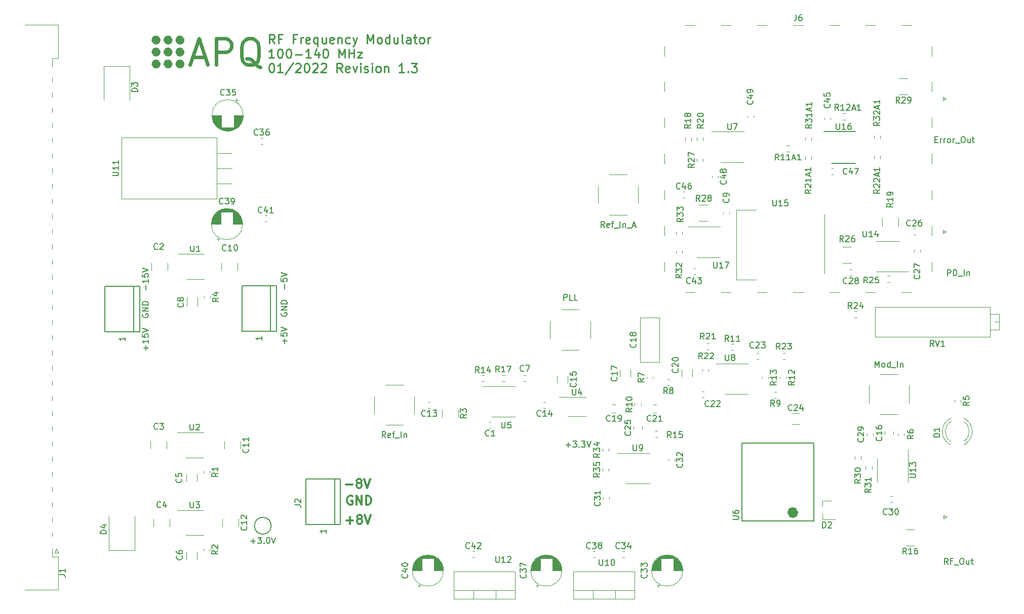
<source format=gbr>
G04 #@! TF.GenerationSoftware,KiCad,Pcbnew,(6.0.1)*
G04 #@! TF.CreationDate,2022-01-24T13:47:46+01:00*
G04 #@! TF.ProjectId,RF_frequency_modulator,52465f66-7265-4717-9565-6e63795f6d6f,1.3*
G04 #@! TF.SameCoordinates,Original*
G04 #@! TF.FileFunction,Legend,Top*
G04 #@! TF.FilePolarity,Positive*
%FSLAX46Y46*%
G04 Gerber Fmt 4.6, Leading zero omitted, Abs format (unit mm)*
G04 Created by KiCad (PCBNEW (6.0.1)) date 2022-01-24 13:47:46*
%MOMM*%
%LPD*%
G01*
G04 APERTURE LIST*
%ADD10C,0.300000*%
%ADD11C,0.150000*%
%ADD12C,0.250000*%
%ADD13C,0.600000*%
%ADD14C,0.120000*%
%ADD15C,1.000000*%
G04 APERTURE END LIST*
D10*
X133871428Y-130607142D02*
X135014285Y-130607142D01*
X134442857Y-131178571D02*
X134442857Y-130035714D01*
X135942857Y-130321428D02*
X135800000Y-130250000D01*
X135728571Y-130178571D01*
X135657142Y-130035714D01*
X135657142Y-129964285D01*
X135728571Y-129821428D01*
X135800000Y-129750000D01*
X135942857Y-129678571D01*
X136228571Y-129678571D01*
X136371428Y-129750000D01*
X136442857Y-129821428D01*
X136514285Y-129964285D01*
X136514285Y-130035714D01*
X136442857Y-130178571D01*
X136371428Y-130250000D01*
X136228571Y-130321428D01*
X135942857Y-130321428D01*
X135800000Y-130392857D01*
X135728571Y-130464285D01*
X135657142Y-130607142D01*
X135657142Y-130892857D01*
X135728571Y-131035714D01*
X135800000Y-131107142D01*
X135942857Y-131178571D01*
X136228571Y-131178571D01*
X136371428Y-131107142D01*
X136442857Y-131035714D01*
X136514285Y-130892857D01*
X136514285Y-130607142D01*
X136442857Y-130464285D01*
X136371428Y-130392857D01*
X136228571Y-130321428D01*
X136942857Y-129678571D02*
X137442857Y-131178571D01*
X137942857Y-129678571D01*
X134857142Y-126550000D02*
X134714285Y-126478571D01*
X134500000Y-126478571D01*
X134285714Y-126550000D01*
X134142857Y-126692857D01*
X134071428Y-126835714D01*
X134000000Y-127121428D01*
X134000000Y-127335714D01*
X134071428Y-127621428D01*
X134142857Y-127764285D01*
X134285714Y-127907142D01*
X134500000Y-127978571D01*
X134642857Y-127978571D01*
X134857142Y-127907142D01*
X134928571Y-127835714D01*
X134928571Y-127335714D01*
X134642857Y-127335714D01*
X135571428Y-127978571D02*
X135571428Y-126478571D01*
X136428571Y-127978571D01*
X136428571Y-126478571D01*
X137142857Y-127978571D02*
X137142857Y-126478571D01*
X137500000Y-126478571D01*
X137714285Y-126550000D01*
X137857142Y-126692857D01*
X137928571Y-126835714D01*
X138000000Y-127121428D01*
X138000000Y-127335714D01*
X137928571Y-127621428D01*
X137857142Y-127764285D01*
X137714285Y-127907142D01*
X137500000Y-127978571D01*
X137142857Y-127978571D01*
X133771428Y-124607142D02*
X134914285Y-124607142D01*
X135842857Y-124321428D02*
X135700000Y-124250000D01*
X135628571Y-124178571D01*
X135557142Y-124035714D01*
X135557142Y-123964285D01*
X135628571Y-123821428D01*
X135700000Y-123750000D01*
X135842857Y-123678571D01*
X136128571Y-123678571D01*
X136271428Y-123750000D01*
X136342857Y-123821428D01*
X136414285Y-123964285D01*
X136414285Y-124035714D01*
X136342857Y-124178571D01*
X136271428Y-124250000D01*
X136128571Y-124321428D01*
X135842857Y-124321428D01*
X135700000Y-124392857D01*
X135628571Y-124464285D01*
X135557142Y-124607142D01*
X135557142Y-124892857D01*
X135628571Y-125035714D01*
X135700000Y-125107142D01*
X135842857Y-125178571D01*
X136128571Y-125178571D01*
X136271428Y-125107142D01*
X136342857Y-125035714D01*
X136414285Y-124892857D01*
X136414285Y-124607142D01*
X136342857Y-124464285D01*
X136271428Y-124392857D01*
X136128571Y-124321428D01*
X136842857Y-123678571D02*
X137342857Y-125178571D01*
X137842857Y-123678571D01*
D11*
X170600000Y-117971428D02*
X171361904Y-117971428D01*
X170980952Y-118352380D02*
X170980952Y-117590476D01*
X171742857Y-117352380D02*
X172361904Y-117352380D01*
X172028571Y-117733333D01*
X172171428Y-117733333D01*
X172266666Y-117780952D01*
X172314285Y-117828571D01*
X172361904Y-117923809D01*
X172361904Y-118161904D01*
X172314285Y-118257142D01*
X172266666Y-118304761D01*
X172171428Y-118352380D01*
X171885714Y-118352380D01*
X171790476Y-118304761D01*
X171742857Y-118257142D01*
X172790476Y-118257142D02*
X172838095Y-118304761D01*
X172790476Y-118352380D01*
X172742857Y-118304761D01*
X172790476Y-118257142D01*
X172790476Y-118352380D01*
X173171428Y-117352380D02*
X173790476Y-117352380D01*
X173457142Y-117733333D01*
X173600000Y-117733333D01*
X173695238Y-117780952D01*
X173742857Y-117828571D01*
X173790476Y-117923809D01*
X173790476Y-118161904D01*
X173742857Y-118257142D01*
X173695238Y-118304761D01*
X173600000Y-118352380D01*
X173314285Y-118352380D01*
X173219047Y-118304761D01*
X173171428Y-118257142D01*
X174076190Y-117352380D02*
X174409523Y-118352380D01*
X174742857Y-117352380D01*
D12*
X121876785Y-50763571D02*
X121376785Y-50049285D01*
X121019642Y-50763571D02*
X121019642Y-49263571D01*
X121591071Y-49263571D01*
X121733928Y-49335000D01*
X121805357Y-49406428D01*
X121876785Y-49549285D01*
X121876785Y-49763571D01*
X121805357Y-49906428D01*
X121733928Y-49977857D01*
X121591071Y-50049285D01*
X121019642Y-50049285D01*
X123019642Y-49977857D02*
X122519642Y-49977857D01*
X122519642Y-50763571D02*
X122519642Y-49263571D01*
X123233928Y-49263571D01*
X125448214Y-49977857D02*
X124948214Y-49977857D01*
X124948214Y-50763571D02*
X124948214Y-49263571D01*
X125662500Y-49263571D01*
X126233928Y-50763571D02*
X126233928Y-49763571D01*
X126233928Y-50049285D02*
X126305357Y-49906428D01*
X126376785Y-49835000D01*
X126519642Y-49763571D01*
X126662500Y-49763571D01*
X127733928Y-50692142D02*
X127591071Y-50763571D01*
X127305357Y-50763571D01*
X127162500Y-50692142D01*
X127091071Y-50549285D01*
X127091071Y-49977857D01*
X127162500Y-49835000D01*
X127305357Y-49763571D01*
X127591071Y-49763571D01*
X127733928Y-49835000D01*
X127805357Y-49977857D01*
X127805357Y-50120714D01*
X127091071Y-50263571D01*
X129091071Y-49763571D02*
X129091071Y-51263571D01*
X129091071Y-50692142D02*
X128948214Y-50763571D01*
X128662500Y-50763571D01*
X128519642Y-50692142D01*
X128448214Y-50620714D01*
X128376785Y-50477857D01*
X128376785Y-50049285D01*
X128448214Y-49906428D01*
X128519642Y-49835000D01*
X128662500Y-49763571D01*
X128948214Y-49763571D01*
X129091071Y-49835000D01*
X130448214Y-49763571D02*
X130448214Y-50763571D01*
X129805357Y-49763571D02*
X129805357Y-50549285D01*
X129876785Y-50692142D01*
X130019642Y-50763571D01*
X130233928Y-50763571D01*
X130376785Y-50692142D01*
X130448214Y-50620714D01*
X131733928Y-50692142D02*
X131591071Y-50763571D01*
X131305357Y-50763571D01*
X131162500Y-50692142D01*
X131091071Y-50549285D01*
X131091071Y-49977857D01*
X131162500Y-49835000D01*
X131305357Y-49763571D01*
X131591071Y-49763571D01*
X131733928Y-49835000D01*
X131805357Y-49977857D01*
X131805357Y-50120714D01*
X131091071Y-50263571D01*
X132448214Y-49763571D02*
X132448214Y-50763571D01*
X132448214Y-49906428D02*
X132519642Y-49835000D01*
X132662500Y-49763571D01*
X132876785Y-49763571D01*
X133019642Y-49835000D01*
X133091071Y-49977857D01*
X133091071Y-50763571D01*
X134448214Y-50692142D02*
X134305357Y-50763571D01*
X134019642Y-50763571D01*
X133876785Y-50692142D01*
X133805357Y-50620714D01*
X133733928Y-50477857D01*
X133733928Y-50049285D01*
X133805357Y-49906428D01*
X133876785Y-49835000D01*
X134019642Y-49763571D01*
X134305357Y-49763571D01*
X134448214Y-49835000D01*
X134948214Y-49763571D02*
X135305357Y-50763571D01*
X135662500Y-49763571D02*
X135305357Y-50763571D01*
X135162500Y-51120714D01*
X135091071Y-51192142D01*
X134948214Y-51263571D01*
X137376785Y-50763571D02*
X137376785Y-49263571D01*
X137876785Y-50335000D01*
X138376785Y-49263571D01*
X138376785Y-50763571D01*
X139305357Y-50763571D02*
X139162500Y-50692142D01*
X139091071Y-50620714D01*
X139019642Y-50477857D01*
X139019642Y-50049285D01*
X139091071Y-49906428D01*
X139162500Y-49835000D01*
X139305357Y-49763571D01*
X139519642Y-49763571D01*
X139662500Y-49835000D01*
X139733928Y-49906428D01*
X139805357Y-50049285D01*
X139805357Y-50477857D01*
X139733928Y-50620714D01*
X139662500Y-50692142D01*
X139519642Y-50763571D01*
X139305357Y-50763571D01*
X141091071Y-50763571D02*
X141091071Y-49263571D01*
X141091071Y-50692142D02*
X140948214Y-50763571D01*
X140662500Y-50763571D01*
X140519642Y-50692142D01*
X140448214Y-50620714D01*
X140376785Y-50477857D01*
X140376785Y-50049285D01*
X140448214Y-49906428D01*
X140519642Y-49835000D01*
X140662500Y-49763571D01*
X140948214Y-49763571D01*
X141091071Y-49835000D01*
X142448214Y-49763571D02*
X142448214Y-50763571D01*
X141805357Y-49763571D02*
X141805357Y-50549285D01*
X141876785Y-50692142D01*
X142019642Y-50763571D01*
X142233928Y-50763571D01*
X142376785Y-50692142D01*
X142448214Y-50620714D01*
X143376785Y-50763571D02*
X143233928Y-50692142D01*
X143162500Y-50549285D01*
X143162500Y-49263571D01*
X144591071Y-50763571D02*
X144591071Y-49977857D01*
X144519642Y-49835000D01*
X144376785Y-49763571D01*
X144091071Y-49763571D01*
X143948214Y-49835000D01*
X144591071Y-50692142D02*
X144448214Y-50763571D01*
X144091071Y-50763571D01*
X143948214Y-50692142D01*
X143876785Y-50549285D01*
X143876785Y-50406428D01*
X143948214Y-50263571D01*
X144091071Y-50192142D01*
X144448214Y-50192142D01*
X144591071Y-50120714D01*
X145091071Y-49763571D02*
X145662500Y-49763571D01*
X145305357Y-49263571D02*
X145305357Y-50549285D01*
X145376785Y-50692142D01*
X145519642Y-50763571D01*
X145662500Y-50763571D01*
X146376785Y-50763571D02*
X146233928Y-50692142D01*
X146162500Y-50620714D01*
X146091071Y-50477857D01*
X146091071Y-50049285D01*
X146162500Y-49906428D01*
X146233928Y-49835000D01*
X146376785Y-49763571D01*
X146591071Y-49763571D01*
X146733928Y-49835000D01*
X146805357Y-49906428D01*
X146876785Y-50049285D01*
X146876785Y-50477857D01*
X146805357Y-50620714D01*
X146733928Y-50692142D01*
X146591071Y-50763571D01*
X146376785Y-50763571D01*
X147519642Y-50763571D02*
X147519642Y-49763571D01*
X147519642Y-50049285D02*
X147591071Y-49906428D01*
X147662500Y-49835000D01*
X147805357Y-49763571D01*
X147948214Y-49763571D01*
X121805357Y-53178571D02*
X120948214Y-53178571D01*
X121376785Y-53178571D02*
X121376785Y-51678571D01*
X121233928Y-51892857D01*
X121091071Y-52035714D01*
X120948214Y-52107142D01*
X122733928Y-51678571D02*
X122876785Y-51678571D01*
X123019642Y-51750000D01*
X123091071Y-51821428D01*
X123162500Y-51964285D01*
X123233928Y-52250000D01*
X123233928Y-52607142D01*
X123162500Y-52892857D01*
X123091071Y-53035714D01*
X123019642Y-53107142D01*
X122876785Y-53178571D01*
X122733928Y-53178571D01*
X122591071Y-53107142D01*
X122519642Y-53035714D01*
X122448214Y-52892857D01*
X122376785Y-52607142D01*
X122376785Y-52250000D01*
X122448214Y-51964285D01*
X122519642Y-51821428D01*
X122591071Y-51750000D01*
X122733928Y-51678571D01*
X124162500Y-51678571D02*
X124305357Y-51678571D01*
X124448214Y-51750000D01*
X124519642Y-51821428D01*
X124591071Y-51964285D01*
X124662500Y-52250000D01*
X124662500Y-52607142D01*
X124591071Y-52892857D01*
X124519642Y-53035714D01*
X124448214Y-53107142D01*
X124305357Y-53178571D01*
X124162500Y-53178571D01*
X124019642Y-53107142D01*
X123948214Y-53035714D01*
X123876785Y-52892857D01*
X123805357Y-52607142D01*
X123805357Y-52250000D01*
X123876785Y-51964285D01*
X123948214Y-51821428D01*
X124019642Y-51750000D01*
X124162500Y-51678571D01*
X125305357Y-52607142D02*
X126448214Y-52607142D01*
X127948214Y-53178571D02*
X127091071Y-53178571D01*
X127519642Y-53178571D02*
X127519642Y-51678571D01*
X127376785Y-51892857D01*
X127233928Y-52035714D01*
X127091071Y-52107142D01*
X129233928Y-52178571D02*
X129233928Y-53178571D01*
X128876785Y-51607142D02*
X128519642Y-52678571D01*
X129448214Y-52678571D01*
X130305357Y-51678571D02*
X130448214Y-51678571D01*
X130591071Y-51750000D01*
X130662500Y-51821428D01*
X130733928Y-51964285D01*
X130805357Y-52250000D01*
X130805357Y-52607142D01*
X130733928Y-52892857D01*
X130662500Y-53035714D01*
X130591071Y-53107142D01*
X130448214Y-53178571D01*
X130305357Y-53178571D01*
X130162500Y-53107142D01*
X130091071Y-53035714D01*
X130019642Y-52892857D01*
X129948214Y-52607142D01*
X129948214Y-52250000D01*
X130019642Y-51964285D01*
X130091071Y-51821428D01*
X130162500Y-51750000D01*
X130305357Y-51678571D01*
X132591071Y-53178571D02*
X132591071Y-51678571D01*
X133091071Y-52750000D01*
X133591071Y-51678571D01*
X133591071Y-53178571D01*
X134305357Y-53178571D02*
X134305357Y-51678571D01*
X134305357Y-52392857D02*
X135162500Y-52392857D01*
X135162500Y-53178571D02*
X135162500Y-51678571D01*
X135733928Y-52178571D02*
X136519642Y-52178571D01*
X135733928Y-53178571D01*
X136519642Y-53178571D01*
X121305357Y-54093571D02*
X121448214Y-54093571D01*
X121591071Y-54165000D01*
X121662500Y-54236428D01*
X121733928Y-54379285D01*
X121805357Y-54665000D01*
X121805357Y-55022142D01*
X121733928Y-55307857D01*
X121662500Y-55450714D01*
X121591071Y-55522142D01*
X121448214Y-55593571D01*
X121305357Y-55593571D01*
X121162500Y-55522142D01*
X121091071Y-55450714D01*
X121019642Y-55307857D01*
X120948214Y-55022142D01*
X120948214Y-54665000D01*
X121019642Y-54379285D01*
X121091071Y-54236428D01*
X121162500Y-54165000D01*
X121305357Y-54093571D01*
X123233928Y-55593571D02*
X122376785Y-55593571D01*
X122805357Y-55593571D02*
X122805357Y-54093571D01*
X122662500Y-54307857D01*
X122519642Y-54450714D01*
X122376785Y-54522142D01*
X124948214Y-54022142D02*
X123662500Y-55950714D01*
X125376785Y-54236428D02*
X125448214Y-54165000D01*
X125591071Y-54093571D01*
X125948214Y-54093571D01*
X126091071Y-54165000D01*
X126162500Y-54236428D01*
X126233928Y-54379285D01*
X126233928Y-54522142D01*
X126162500Y-54736428D01*
X125305357Y-55593571D01*
X126233928Y-55593571D01*
X127162500Y-54093571D02*
X127305357Y-54093571D01*
X127448214Y-54165000D01*
X127519642Y-54236428D01*
X127591071Y-54379285D01*
X127662500Y-54665000D01*
X127662500Y-55022142D01*
X127591071Y-55307857D01*
X127519642Y-55450714D01*
X127448214Y-55522142D01*
X127305357Y-55593571D01*
X127162500Y-55593571D01*
X127019642Y-55522142D01*
X126948214Y-55450714D01*
X126876785Y-55307857D01*
X126805357Y-55022142D01*
X126805357Y-54665000D01*
X126876785Y-54379285D01*
X126948214Y-54236428D01*
X127019642Y-54165000D01*
X127162500Y-54093571D01*
X128233928Y-54236428D02*
X128305357Y-54165000D01*
X128448214Y-54093571D01*
X128805357Y-54093571D01*
X128948214Y-54165000D01*
X129019642Y-54236428D01*
X129091071Y-54379285D01*
X129091071Y-54522142D01*
X129019642Y-54736428D01*
X128162500Y-55593571D01*
X129091071Y-55593571D01*
X129662500Y-54236428D02*
X129733928Y-54165000D01*
X129876785Y-54093571D01*
X130233928Y-54093571D01*
X130376785Y-54165000D01*
X130448214Y-54236428D01*
X130519642Y-54379285D01*
X130519642Y-54522142D01*
X130448214Y-54736428D01*
X129591071Y-55593571D01*
X130519642Y-55593571D01*
X133162500Y-55593571D02*
X132662500Y-54879285D01*
X132305357Y-55593571D02*
X132305357Y-54093571D01*
X132876785Y-54093571D01*
X133019642Y-54165000D01*
X133091071Y-54236428D01*
X133162500Y-54379285D01*
X133162500Y-54593571D01*
X133091071Y-54736428D01*
X133019642Y-54807857D01*
X132876785Y-54879285D01*
X132305357Y-54879285D01*
X134376785Y-55522142D02*
X134233928Y-55593571D01*
X133948214Y-55593571D01*
X133805357Y-55522142D01*
X133733928Y-55379285D01*
X133733928Y-54807857D01*
X133805357Y-54665000D01*
X133948214Y-54593571D01*
X134233928Y-54593571D01*
X134376785Y-54665000D01*
X134448214Y-54807857D01*
X134448214Y-54950714D01*
X133733928Y-55093571D01*
X134948214Y-54593571D02*
X135305357Y-55593571D01*
X135662500Y-54593571D01*
X136233928Y-55593571D02*
X136233928Y-54593571D01*
X136233928Y-54093571D02*
X136162500Y-54165000D01*
X136233928Y-54236428D01*
X136305357Y-54165000D01*
X136233928Y-54093571D01*
X136233928Y-54236428D01*
X136876785Y-55522142D02*
X137019642Y-55593571D01*
X137305357Y-55593571D01*
X137448214Y-55522142D01*
X137519642Y-55379285D01*
X137519642Y-55307857D01*
X137448214Y-55165000D01*
X137305357Y-55093571D01*
X137091071Y-55093571D01*
X136948214Y-55022142D01*
X136876785Y-54879285D01*
X136876785Y-54807857D01*
X136948214Y-54665000D01*
X137091071Y-54593571D01*
X137305357Y-54593571D01*
X137448214Y-54665000D01*
X138162500Y-55593571D02*
X138162500Y-54593571D01*
X138162500Y-54093571D02*
X138091071Y-54165000D01*
X138162500Y-54236428D01*
X138233928Y-54165000D01*
X138162500Y-54093571D01*
X138162500Y-54236428D01*
X139091071Y-55593571D02*
X138948214Y-55522142D01*
X138876785Y-55450714D01*
X138805357Y-55307857D01*
X138805357Y-54879285D01*
X138876785Y-54736428D01*
X138948214Y-54665000D01*
X139091071Y-54593571D01*
X139305357Y-54593571D01*
X139448214Y-54665000D01*
X139519642Y-54736428D01*
X139591071Y-54879285D01*
X139591071Y-55307857D01*
X139519642Y-55450714D01*
X139448214Y-55522142D01*
X139305357Y-55593571D01*
X139091071Y-55593571D01*
X140233928Y-54593571D02*
X140233928Y-55593571D01*
X140233928Y-54736428D02*
X140305357Y-54665000D01*
X140448214Y-54593571D01*
X140662500Y-54593571D01*
X140805357Y-54665000D01*
X140876785Y-54807857D01*
X140876785Y-55593571D01*
X143519642Y-55593571D02*
X142662500Y-55593571D01*
X143091071Y-55593571D02*
X143091071Y-54093571D01*
X142948214Y-54307857D01*
X142805357Y-54450714D01*
X142662500Y-54522142D01*
X144162500Y-55450714D02*
X144233928Y-55522142D01*
X144162500Y-55593571D01*
X144091071Y-55522142D01*
X144162500Y-55450714D01*
X144162500Y-55593571D01*
X144733928Y-54093571D02*
X145662500Y-54093571D01*
X145162500Y-54665000D01*
X145376785Y-54665000D01*
X145519642Y-54736428D01*
X145591071Y-54807857D01*
X145662500Y-54950714D01*
X145662500Y-55307857D01*
X145591071Y-55450714D01*
X145519642Y-55522142D01*
X145376785Y-55593571D01*
X144948214Y-55593571D01*
X144805357Y-55522142D01*
X144733928Y-55450714D01*
D11*
X85852380Y-139713333D02*
X86566666Y-139713333D01*
X86709523Y-139760952D01*
X86804761Y-139856190D01*
X86852380Y-139999047D01*
X86852380Y-140094285D01*
X86852380Y-138713333D02*
X86852380Y-139284761D01*
X86852380Y-138999047D02*
X85852380Y-138999047D01*
X85995238Y-139094285D01*
X86090476Y-139189523D01*
X86138095Y-139284761D01*
X181838095Y-117947380D02*
X181838095Y-118756904D01*
X181885714Y-118852142D01*
X181933333Y-118899761D01*
X182028571Y-118947380D01*
X182219047Y-118947380D01*
X182314285Y-118899761D01*
X182361904Y-118852142D01*
X182409523Y-118756904D01*
X182409523Y-117947380D01*
X182933333Y-118947380D02*
X183123809Y-118947380D01*
X183219047Y-118899761D01*
X183266666Y-118852142D01*
X183361904Y-118709285D01*
X183409523Y-118518809D01*
X183409523Y-118137857D01*
X183361904Y-118042619D01*
X183314285Y-117995000D01*
X183219047Y-117947380D01*
X183028571Y-117947380D01*
X182933333Y-117995000D01*
X182885714Y-118042619D01*
X182838095Y-118137857D01*
X182838095Y-118375952D01*
X182885714Y-118471190D01*
X182933333Y-118518809D01*
X183028571Y-118566428D01*
X183219047Y-118566428D01*
X183314285Y-118518809D01*
X183361904Y-118471190D01*
X183409523Y-118375952D01*
X176222380Y-122742857D02*
X175746190Y-123076190D01*
X176222380Y-123314285D02*
X175222380Y-123314285D01*
X175222380Y-122933333D01*
X175270000Y-122838095D01*
X175317619Y-122790476D01*
X175412857Y-122742857D01*
X175555714Y-122742857D01*
X175650952Y-122790476D01*
X175698571Y-122838095D01*
X175746190Y-122933333D01*
X175746190Y-123314285D01*
X175222380Y-122409523D02*
X175222380Y-121790476D01*
X175603333Y-122123809D01*
X175603333Y-121980952D01*
X175650952Y-121885714D01*
X175698571Y-121838095D01*
X175793809Y-121790476D01*
X176031904Y-121790476D01*
X176127142Y-121838095D01*
X176174761Y-121885714D01*
X176222380Y-121980952D01*
X176222380Y-122266666D01*
X176174761Y-122361904D01*
X176127142Y-122409523D01*
X175222380Y-120885714D02*
X175222380Y-121361904D01*
X175698571Y-121409523D01*
X175650952Y-121361904D01*
X175603333Y-121266666D01*
X175603333Y-121028571D01*
X175650952Y-120933333D01*
X175698571Y-120885714D01*
X175793809Y-120838095D01*
X176031904Y-120838095D01*
X176127142Y-120885714D01*
X176174761Y-120933333D01*
X176222380Y-121028571D01*
X176222380Y-121266666D01*
X176174761Y-121361904D01*
X176127142Y-121409523D01*
X176222380Y-119442857D02*
X175746190Y-119776190D01*
X176222380Y-120014285D02*
X175222380Y-120014285D01*
X175222380Y-119633333D01*
X175270000Y-119538095D01*
X175317619Y-119490476D01*
X175412857Y-119442857D01*
X175555714Y-119442857D01*
X175650952Y-119490476D01*
X175698571Y-119538095D01*
X175746190Y-119633333D01*
X175746190Y-120014285D01*
X175222380Y-119109523D02*
X175222380Y-118490476D01*
X175603333Y-118823809D01*
X175603333Y-118680952D01*
X175650952Y-118585714D01*
X175698571Y-118538095D01*
X175793809Y-118490476D01*
X176031904Y-118490476D01*
X176127142Y-118538095D01*
X176174761Y-118585714D01*
X176222380Y-118680952D01*
X176222380Y-118966666D01*
X176174761Y-119061904D01*
X176127142Y-119109523D01*
X175555714Y-117633333D02*
X176222380Y-117633333D01*
X175174761Y-117871428D02*
X175889047Y-118109523D01*
X175889047Y-117490476D01*
X170228571Y-93752380D02*
X170228571Y-92752380D01*
X170609523Y-92752380D01*
X170704761Y-92800000D01*
X170752380Y-92847619D01*
X170800000Y-92942857D01*
X170800000Y-93085714D01*
X170752380Y-93180952D01*
X170704761Y-93228571D01*
X170609523Y-93276190D01*
X170228571Y-93276190D01*
X171704761Y-93752380D02*
X171228571Y-93752380D01*
X171228571Y-92752380D01*
X172514285Y-93752380D02*
X172038095Y-93752380D01*
X172038095Y-92752380D01*
X102333333Y-85157142D02*
X102285714Y-85204761D01*
X102142857Y-85252380D01*
X102047619Y-85252380D01*
X101904761Y-85204761D01*
X101809523Y-85109523D01*
X101761904Y-85014285D01*
X101714285Y-84823809D01*
X101714285Y-84680952D01*
X101761904Y-84490476D01*
X101809523Y-84395238D01*
X101904761Y-84300000D01*
X102047619Y-84252380D01*
X102142857Y-84252380D01*
X102285714Y-84300000D01*
X102333333Y-84347619D01*
X102714285Y-84347619D02*
X102761904Y-84300000D01*
X102857142Y-84252380D01*
X103095238Y-84252380D01*
X103190476Y-84300000D01*
X103238095Y-84347619D01*
X103285714Y-84442857D01*
X103285714Y-84538095D01*
X103238095Y-84680952D01*
X102666666Y-85252380D01*
X103285714Y-85252380D01*
X102333333Y-115257142D02*
X102285714Y-115304761D01*
X102142857Y-115352380D01*
X102047619Y-115352380D01*
X101904761Y-115304761D01*
X101809523Y-115209523D01*
X101761904Y-115114285D01*
X101714285Y-114923809D01*
X101714285Y-114780952D01*
X101761904Y-114590476D01*
X101809523Y-114495238D01*
X101904761Y-114400000D01*
X102047619Y-114352380D01*
X102142857Y-114352380D01*
X102285714Y-114400000D01*
X102333333Y-114447619D01*
X102666666Y-114352380D02*
X103285714Y-114352380D01*
X102952380Y-114733333D01*
X103095238Y-114733333D01*
X103190476Y-114780952D01*
X103238095Y-114828571D01*
X103285714Y-114923809D01*
X103285714Y-115161904D01*
X103238095Y-115257142D01*
X103190476Y-115304761D01*
X103095238Y-115352380D01*
X102809523Y-115352380D01*
X102714285Y-115304761D01*
X102666666Y-115257142D01*
X102833333Y-128357142D02*
X102785714Y-128404761D01*
X102642857Y-128452380D01*
X102547619Y-128452380D01*
X102404761Y-128404761D01*
X102309523Y-128309523D01*
X102261904Y-128214285D01*
X102214285Y-128023809D01*
X102214285Y-127880952D01*
X102261904Y-127690476D01*
X102309523Y-127595238D01*
X102404761Y-127500000D01*
X102547619Y-127452380D01*
X102642857Y-127452380D01*
X102785714Y-127500000D01*
X102833333Y-127547619D01*
X103690476Y-127785714D02*
X103690476Y-128452380D01*
X103452380Y-127404761D02*
X103214285Y-128119047D01*
X103833333Y-128119047D01*
X106257142Y-123666666D02*
X106304761Y-123714285D01*
X106352380Y-123857142D01*
X106352380Y-123952380D01*
X106304761Y-124095238D01*
X106209523Y-124190476D01*
X106114285Y-124238095D01*
X105923809Y-124285714D01*
X105780952Y-124285714D01*
X105590476Y-124238095D01*
X105495238Y-124190476D01*
X105400000Y-124095238D01*
X105352380Y-123952380D01*
X105352380Y-123857142D01*
X105400000Y-123714285D01*
X105447619Y-123666666D01*
X105352380Y-122761904D02*
X105352380Y-123238095D01*
X105828571Y-123285714D01*
X105780952Y-123238095D01*
X105733333Y-123142857D01*
X105733333Y-122904761D01*
X105780952Y-122809523D01*
X105828571Y-122761904D01*
X105923809Y-122714285D01*
X106161904Y-122714285D01*
X106257142Y-122761904D01*
X106304761Y-122809523D01*
X106352380Y-122904761D01*
X106352380Y-123142857D01*
X106304761Y-123238095D01*
X106257142Y-123285714D01*
X106357142Y-136566666D02*
X106404761Y-136614285D01*
X106452380Y-136757142D01*
X106452380Y-136852380D01*
X106404761Y-136995238D01*
X106309523Y-137090476D01*
X106214285Y-137138095D01*
X106023809Y-137185714D01*
X105880952Y-137185714D01*
X105690476Y-137138095D01*
X105595238Y-137090476D01*
X105500000Y-136995238D01*
X105452380Y-136852380D01*
X105452380Y-136757142D01*
X105500000Y-136614285D01*
X105547619Y-136566666D01*
X105452380Y-135709523D02*
X105452380Y-135900000D01*
X105500000Y-135995238D01*
X105547619Y-136042857D01*
X105690476Y-136138095D01*
X105880952Y-136185714D01*
X106261904Y-136185714D01*
X106357142Y-136138095D01*
X106404761Y-136090476D01*
X106452380Y-135995238D01*
X106452380Y-135804761D01*
X106404761Y-135709523D01*
X106357142Y-135661904D01*
X106261904Y-135614285D01*
X106023809Y-135614285D01*
X105928571Y-135661904D01*
X105880952Y-135709523D01*
X105833333Y-135804761D01*
X105833333Y-135995238D01*
X105880952Y-136090476D01*
X105928571Y-136138095D01*
X106023809Y-136185714D01*
X163533333Y-105557142D02*
X163485714Y-105604761D01*
X163342857Y-105652380D01*
X163247619Y-105652380D01*
X163104761Y-105604761D01*
X163009523Y-105509523D01*
X162961904Y-105414285D01*
X162914285Y-105223809D01*
X162914285Y-105080952D01*
X162961904Y-104890476D01*
X163009523Y-104795238D01*
X163104761Y-104700000D01*
X163247619Y-104652380D01*
X163342857Y-104652380D01*
X163485714Y-104700000D01*
X163533333Y-104747619D01*
X163866666Y-104652380D02*
X164533333Y-104652380D01*
X164104761Y-105652380D01*
X113757142Y-85357142D02*
X113709523Y-85404761D01*
X113566666Y-85452380D01*
X113471428Y-85452380D01*
X113328571Y-85404761D01*
X113233333Y-85309523D01*
X113185714Y-85214285D01*
X113138095Y-85023809D01*
X113138095Y-84880952D01*
X113185714Y-84690476D01*
X113233333Y-84595238D01*
X113328571Y-84500000D01*
X113471428Y-84452380D01*
X113566666Y-84452380D01*
X113709523Y-84500000D01*
X113757142Y-84547619D01*
X114709523Y-85452380D02*
X114138095Y-85452380D01*
X114423809Y-85452380D02*
X114423809Y-84452380D01*
X114328571Y-84595238D01*
X114233333Y-84690476D01*
X114138095Y-84738095D01*
X115328571Y-84452380D02*
X115423809Y-84452380D01*
X115519047Y-84500000D01*
X115566666Y-84547619D01*
X115614285Y-84642857D01*
X115661904Y-84833333D01*
X115661904Y-85071428D01*
X115614285Y-85261904D01*
X115566666Y-85357142D01*
X115519047Y-85404761D01*
X115423809Y-85452380D01*
X115328571Y-85452380D01*
X115233333Y-85404761D01*
X115185714Y-85357142D01*
X115138095Y-85261904D01*
X115090476Y-85071428D01*
X115090476Y-84833333D01*
X115138095Y-84642857D01*
X115185714Y-84547619D01*
X115233333Y-84500000D01*
X115328571Y-84452380D01*
X117437142Y-118642857D02*
X117484761Y-118690476D01*
X117532380Y-118833333D01*
X117532380Y-118928571D01*
X117484761Y-119071428D01*
X117389523Y-119166666D01*
X117294285Y-119214285D01*
X117103809Y-119261904D01*
X116960952Y-119261904D01*
X116770476Y-119214285D01*
X116675238Y-119166666D01*
X116580000Y-119071428D01*
X116532380Y-118928571D01*
X116532380Y-118833333D01*
X116580000Y-118690476D01*
X116627619Y-118642857D01*
X117532380Y-117690476D02*
X117532380Y-118261904D01*
X117532380Y-117976190D02*
X116532380Y-117976190D01*
X116675238Y-118071428D01*
X116770476Y-118166666D01*
X116818095Y-118261904D01*
X117532380Y-116738095D02*
X117532380Y-117309523D01*
X117532380Y-117023809D02*
X116532380Y-117023809D01*
X116675238Y-117119047D01*
X116770476Y-117214285D01*
X116818095Y-117309523D01*
X117137142Y-131642857D02*
X117184761Y-131690476D01*
X117232380Y-131833333D01*
X117232380Y-131928571D01*
X117184761Y-132071428D01*
X117089523Y-132166666D01*
X116994285Y-132214285D01*
X116803809Y-132261904D01*
X116660952Y-132261904D01*
X116470476Y-132214285D01*
X116375238Y-132166666D01*
X116280000Y-132071428D01*
X116232380Y-131928571D01*
X116232380Y-131833333D01*
X116280000Y-131690476D01*
X116327619Y-131642857D01*
X117232380Y-130690476D02*
X117232380Y-131261904D01*
X117232380Y-130976190D02*
X116232380Y-130976190D01*
X116375238Y-131071428D01*
X116470476Y-131166666D01*
X116518095Y-131261904D01*
X116327619Y-130309523D02*
X116280000Y-130261904D01*
X116232380Y-130166666D01*
X116232380Y-129928571D01*
X116280000Y-129833333D01*
X116327619Y-129785714D01*
X116422857Y-129738095D01*
X116518095Y-129738095D01*
X116660952Y-129785714D01*
X117232380Y-130357142D01*
X117232380Y-129738095D01*
X147057142Y-113087142D02*
X147009523Y-113134761D01*
X146866666Y-113182380D01*
X146771428Y-113182380D01*
X146628571Y-113134761D01*
X146533333Y-113039523D01*
X146485714Y-112944285D01*
X146438095Y-112753809D01*
X146438095Y-112610952D01*
X146485714Y-112420476D01*
X146533333Y-112325238D01*
X146628571Y-112230000D01*
X146771428Y-112182380D01*
X146866666Y-112182380D01*
X147009523Y-112230000D01*
X147057142Y-112277619D01*
X148009523Y-113182380D02*
X147438095Y-113182380D01*
X147723809Y-113182380D02*
X147723809Y-112182380D01*
X147628571Y-112325238D01*
X147533333Y-112420476D01*
X147438095Y-112468095D01*
X148342857Y-112182380D02*
X148961904Y-112182380D01*
X148628571Y-112563333D01*
X148771428Y-112563333D01*
X148866666Y-112610952D01*
X148914285Y-112658571D01*
X148961904Y-112753809D01*
X148961904Y-112991904D01*
X148914285Y-113087142D01*
X148866666Y-113134761D01*
X148771428Y-113182380D01*
X148485714Y-113182380D01*
X148390476Y-113134761D01*
X148342857Y-113087142D01*
X166357142Y-113087142D02*
X166309523Y-113134761D01*
X166166666Y-113182380D01*
X166071428Y-113182380D01*
X165928571Y-113134761D01*
X165833333Y-113039523D01*
X165785714Y-112944285D01*
X165738095Y-112753809D01*
X165738095Y-112610952D01*
X165785714Y-112420476D01*
X165833333Y-112325238D01*
X165928571Y-112230000D01*
X166071428Y-112182380D01*
X166166666Y-112182380D01*
X166309523Y-112230000D01*
X166357142Y-112277619D01*
X167309523Y-113182380D02*
X166738095Y-113182380D01*
X167023809Y-113182380D02*
X167023809Y-112182380D01*
X166928571Y-112325238D01*
X166833333Y-112420476D01*
X166738095Y-112468095D01*
X168166666Y-112515714D02*
X168166666Y-113182380D01*
X167928571Y-112134761D02*
X167690476Y-112849047D01*
X168309523Y-112849047D01*
X172177142Y-107642857D02*
X172224761Y-107690476D01*
X172272380Y-107833333D01*
X172272380Y-107928571D01*
X172224761Y-108071428D01*
X172129523Y-108166666D01*
X172034285Y-108214285D01*
X171843809Y-108261904D01*
X171700952Y-108261904D01*
X171510476Y-108214285D01*
X171415238Y-108166666D01*
X171320000Y-108071428D01*
X171272380Y-107928571D01*
X171272380Y-107833333D01*
X171320000Y-107690476D01*
X171367619Y-107642857D01*
X172272380Y-106690476D02*
X172272380Y-107261904D01*
X172272380Y-106976190D02*
X171272380Y-106976190D01*
X171415238Y-107071428D01*
X171510476Y-107166666D01*
X171558095Y-107261904D01*
X171272380Y-105785714D02*
X171272380Y-106261904D01*
X171748571Y-106309523D01*
X171700952Y-106261904D01*
X171653333Y-106166666D01*
X171653333Y-105928571D01*
X171700952Y-105833333D01*
X171748571Y-105785714D01*
X171843809Y-105738095D01*
X172081904Y-105738095D01*
X172177142Y-105785714D01*
X172224761Y-105833333D01*
X172272380Y-105928571D01*
X172272380Y-106166666D01*
X172224761Y-106261904D01*
X172177142Y-106309523D01*
X223307142Y-116642857D02*
X223354761Y-116690476D01*
X223402380Y-116833333D01*
X223402380Y-116928571D01*
X223354761Y-117071428D01*
X223259523Y-117166666D01*
X223164285Y-117214285D01*
X222973809Y-117261904D01*
X222830952Y-117261904D01*
X222640476Y-117214285D01*
X222545238Y-117166666D01*
X222450000Y-117071428D01*
X222402380Y-116928571D01*
X222402380Y-116833333D01*
X222450000Y-116690476D01*
X222497619Y-116642857D01*
X223402380Y-115690476D02*
X223402380Y-116261904D01*
X223402380Y-115976190D02*
X222402380Y-115976190D01*
X222545238Y-116071428D01*
X222640476Y-116166666D01*
X222688095Y-116261904D01*
X222402380Y-114833333D02*
X222402380Y-115023809D01*
X222450000Y-115119047D01*
X222497619Y-115166666D01*
X222640476Y-115261904D01*
X222830952Y-115309523D01*
X223211904Y-115309523D01*
X223307142Y-115261904D01*
X223354761Y-115214285D01*
X223402380Y-115119047D01*
X223402380Y-114928571D01*
X223354761Y-114833333D01*
X223307142Y-114785714D01*
X223211904Y-114738095D01*
X222973809Y-114738095D01*
X222878571Y-114785714D01*
X222830952Y-114833333D01*
X222783333Y-114928571D01*
X222783333Y-115119047D01*
X222830952Y-115214285D01*
X222878571Y-115261904D01*
X222973809Y-115309523D01*
X179037142Y-106642857D02*
X179084761Y-106690476D01*
X179132380Y-106833333D01*
X179132380Y-106928571D01*
X179084761Y-107071428D01*
X178989523Y-107166666D01*
X178894285Y-107214285D01*
X178703809Y-107261904D01*
X178560952Y-107261904D01*
X178370476Y-107214285D01*
X178275238Y-107166666D01*
X178180000Y-107071428D01*
X178132380Y-106928571D01*
X178132380Y-106833333D01*
X178180000Y-106690476D01*
X178227619Y-106642857D01*
X179132380Y-105690476D02*
X179132380Y-106261904D01*
X179132380Y-105976190D02*
X178132380Y-105976190D01*
X178275238Y-106071428D01*
X178370476Y-106166666D01*
X178418095Y-106261904D01*
X178132380Y-105357142D02*
X178132380Y-104690476D01*
X179132380Y-105119047D01*
X182207142Y-101042857D02*
X182254761Y-101090476D01*
X182302380Y-101233333D01*
X182302380Y-101328571D01*
X182254761Y-101471428D01*
X182159523Y-101566666D01*
X182064285Y-101614285D01*
X181873809Y-101661904D01*
X181730952Y-101661904D01*
X181540476Y-101614285D01*
X181445238Y-101566666D01*
X181350000Y-101471428D01*
X181302380Y-101328571D01*
X181302380Y-101233333D01*
X181350000Y-101090476D01*
X181397619Y-101042857D01*
X182302380Y-100090476D02*
X182302380Y-100661904D01*
X182302380Y-100376190D02*
X181302380Y-100376190D01*
X181445238Y-100471428D01*
X181540476Y-100566666D01*
X181588095Y-100661904D01*
X181730952Y-99519047D02*
X181683333Y-99614285D01*
X181635714Y-99661904D01*
X181540476Y-99709523D01*
X181492857Y-99709523D01*
X181397619Y-99661904D01*
X181350000Y-99614285D01*
X181302380Y-99519047D01*
X181302380Y-99328571D01*
X181350000Y-99233333D01*
X181397619Y-99185714D01*
X181492857Y-99138095D01*
X181540476Y-99138095D01*
X181635714Y-99185714D01*
X181683333Y-99233333D01*
X181730952Y-99328571D01*
X181730952Y-99519047D01*
X181778571Y-99614285D01*
X181826190Y-99661904D01*
X181921428Y-99709523D01*
X182111904Y-99709523D01*
X182207142Y-99661904D01*
X182254761Y-99614285D01*
X182302380Y-99519047D01*
X182302380Y-99328571D01*
X182254761Y-99233333D01*
X182207142Y-99185714D01*
X182111904Y-99138095D01*
X181921428Y-99138095D01*
X181826190Y-99185714D01*
X181778571Y-99233333D01*
X181730952Y-99328571D01*
X177957142Y-113907142D02*
X177909523Y-113954761D01*
X177766666Y-114002380D01*
X177671428Y-114002380D01*
X177528571Y-113954761D01*
X177433333Y-113859523D01*
X177385714Y-113764285D01*
X177338095Y-113573809D01*
X177338095Y-113430952D01*
X177385714Y-113240476D01*
X177433333Y-113145238D01*
X177528571Y-113050000D01*
X177671428Y-113002380D01*
X177766666Y-113002380D01*
X177909523Y-113050000D01*
X177957142Y-113097619D01*
X178909523Y-114002380D02*
X178338095Y-114002380D01*
X178623809Y-114002380D02*
X178623809Y-113002380D01*
X178528571Y-113145238D01*
X178433333Y-113240476D01*
X178338095Y-113288095D01*
X179385714Y-114002380D02*
X179576190Y-114002380D01*
X179671428Y-113954761D01*
X179719047Y-113907142D01*
X179814285Y-113764285D01*
X179861904Y-113573809D01*
X179861904Y-113192857D01*
X179814285Y-113097619D01*
X179766666Y-113050000D01*
X179671428Y-113002380D01*
X179480952Y-113002380D01*
X179385714Y-113050000D01*
X179338095Y-113097619D01*
X179290476Y-113192857D01*
X179290476Y-113430952D01*
X179338095Y-113526190D01*
X179385714Y-113573809D01*
X179480952Y-113621428D01*
X179671428Y-113621428D01*
X179766666Y-113573809D01*
X179814285Y-113526190D01*
X179861904Y-113430952D01*
X189257142Y-105242857D02*
X189304761Y-105290476D01*
X189352380Y-105433333D01*
X189352380Y-105528571D01*
X189304761Y-105671428D01*
X189209523Y-105766666D01*
X189114285Y-105814285D01*
X188923809Y-105861904D01*
X188780952Y-105861904D01*
X188590476Y-105814285D01*
X188495238Y-105766666D01*
X188400000Y-105671428D01*
X188352380Y-105528571D01*
X188352380Y-105433333D01*
X188400000Y-105290476D01*
X188447619Y-105242857D01*
X188447619Y-104861904D02*
X188400000Y-104814285D01*
X188352380Y-104719047D01*
X188352380Y-104480952D01*
X188400000Y-104385714D01*
X188447619Y-104338095D01*
X188542857Y-104290476D01*
X188638095Y-104290476D01*
X188780952Y-104338095D01*
X189352380Y-104909523D01*
X189352380Y-104290476D01*
X188352380Y-103671428D02*
X188352380Y-103576190D01*
X188400000Y-103480952D01*
X188447619Y-103433333D01*
X188542857Y-103385714D01*
X188733333Y-103338095D01*
X188971428Y-103338095D01*
X189161904Y-103385714D01*
X189257142Y-103433333D01*
X189304761Y-103480952D01*
X189352380Y-103576190D01*
X189352380Y-103671428D01*
X189304761Y-103766666D01*
X189257142Y-103814285D01*
X189161904Y-103861904D01*
X188971428Y-103909523D01*
X188733333Y-103909523D01*
X188542857Y-103861904D01*
X188447619Y-103814285D01*
X188400000Y-103766666D01*
X188352380Y-103671428D01*
X184757142Y-113907142D02*
X184709523Y-113954761D01*
X184566666Y-114002380D01*
X184471428Y-114002380D01*
X184328571Y-113954761D01*
X184233333Y-113859523D01*
X184185714Y-113764285D01*
X184138095Y-113573809D01*
X184138095Y-113430952D01*
X184185714Y-113240476D01*
X184233333Y-113145238D01*
X184328571Y-113050000D01*
X184471428Y-113002380D01*
X184566666Y-113002380D01*
X184709523Y-113050000D01*
X184757142Y-113097619D01*
X185138095Y-113097619D02*
X185185714Y-113050000D01*
X185280952Y-113002380D01*
X185519047Y-113002380D01*
X185614285Y-113050000D01*
X185661904Y-113097619D01*
X185709523Y-113192857D01*
X185709523Y-113288095D01*
X185661904Y-113430952D01*
X185090476Y-114002380D01*
X185709523Y-114002380D01*
X186661904Y-114002380D02*
X186090476Y-114002380D01*
X186376190Y-114002380D02*
X186376190Y-113002380D01*
X186280952Y-113145238D01*
X186185714Y-113240476D01*
X186090476Y-113288095D01*
X194457142Y-111457142D02*
X194409523Y-111504761D01*
X194266666Y-111552380D01*
X194171428Y-111552380D01*
X194028571Y-111504761D01*
X193933333Y-111409523D01*
X193885714Y-111314285D01*
X193838095Y-111123809D01*
X193838095Y-110980952D01*
X193885714Y-110790476D01*
X193933333Y-110695238D01*
X194028571Y-110600000D01*
X194171428Y-110552380D01*
X194266666Y-110552380D01*
X194409523Y-110600000D01*
X194457142Y-110647619D01*
X194838095Y-110647619D02*
X194885714Y-110600000D01*
X194980952Y-110552380D01*
X195219047Y-110552380D01*
X195314285Y-110600000D01*
X195361904Y-110647619D01*
X195409523Y-110742857D01*
X195409523Y-110838095D01*
X195361904Y-110980952D01*
X194790476Y-111552380D01*
X195409523Y-111552380D01*
X195790476Y-110647619D02*
X195838095Y-110600000D01*
X195933333Y-110552380D01*
X196171428Y-110552380D01*
X196266666Y-110600000D01*
X196314285Y-110647619D01*
X196361904Y-110742857D01*
X196361904Y-110838095D01*
X196314285Y-110980952D01*
X195742857Y-111552380D01*
X196361904Y-111552380D01*
X201957142Y-101657142D02*
X201909523Y-101704761D01*
X201766666Y-101752380D01*
X201671428Y-101752380D01*
X201528571Y-101704761D01*
X201433333Y-101609523D01*
X201385714Y-101514285D01*
X201338095Y-101323809D01*
X201338095Y-101180952D01*
X201385714Y-100990476D01*
X201433333Y-100895238D01*
X201528571Y-100800000D01*
X201671428Y-100752380D01*
X201766666Y-100752380D01*
X201909523Y-100800000D01*
X201957142Y-100847619D01*
X202338095Y-100847619D02*
X202385714Y-100800000D01*
X202480952Y-100752380D01*
X202719047Y-100752380D01*
X202814285Y-100800000D01*
X202861904Y-100847619D01*
X202909523Y-100942857D01*
X202909523Y-101038095D01*
X202861904Y-101180952D01*
X202290476Y-101752380D01*
X202909523Y-101752380D01*
X203242857Y-100752380D02*
X203861904Y-100752380D01*
X203528571Y-101133333D01*
X203671428Y-101133333D01*
X203766666Y-101180952D01*
X203814285Y-101228571D01*
X203861904Y-101323809D01*
X203861904Y-101561904D01*
X203814285Y-101657142D01*
X203766666Y-101704761D01*
X203671428Y-101752380D01*
X203385714Y-101752380D01*
X203290476Y-101704761D01*
X203242857Y-101657142D01*
X208357142Y-112137142D02*
X208309523Y-112184761D01*
X208166666Y-112232380D01*
X208071428Y-112232380D01*
X207928571Y-112184761D01*
X207833333Y-112089523D01*
X207785714Y-111994285D01*
X207738095Y-111803809D01*
X207738095Y-111660952D01*
X207785714Y-111470476D01*
X207833333Y-111375238D01*
X207928571Y-111280000D01*
X208071428Y-111232380D01*
X208166666Y-111232380D01*
X208309523Y-111280000D01*
X208357142Y-111327619D01*
X208738095Y-111327619D02*
X208785714Y-111280000D01*
X208880952Y-111232380D01*
X209119047Y-111232380D01*
X209214285Y-111280000D01*
X209261904Y-111327619D01*
X209309523Y-111422857D01*
X209309523Y-111518095D01*
X209261904Y-111660952D01*
X208690476Y-112232380D01*
X209309523Y-112232380D01*
X210166666Y-111565714D02*
X210166666Y-112232380D01*
X209928571Y-111184761D02*
X209690476Y-111899047D01*
X210309523Y-111899047D01*
X181307142Y-115742857D02*
X181354761Y-115790476D01*
X181402380Y-115933333D01*
X181402380Y-116028571D01*
X181354761Y-116171428D01*
X181259523Y-116266666D01*
X181164285Y-116314285D01*
X180973809Y-116361904D01*
X180830952Y-116361904D01*
X180640476Y-116314285D01*
X180545238Y-116266666D01*
X180450000Y-116171428D01*
X180402380Y-116028571D01*
X180402380Y-115933333D01*
X180450000Y-115790476D01*
X180497619Y-115742857D01*
X180497619Y-115361904D02*
X180450000Y-115314285D01*
X180402380Y-115219047D01*
X180402380Y-114980952D01*
X180450000Y-114885714D01*
X180497619Y-114838095D01*
X180592857Y-114790476D01*
X180688095Y-114790476D01*
X180830952Y-114838095D01*
X181402380Y-115409523D01*
X181402380Y-114790476D01*
X180402380Y-113885714D02*
X180402380Y-114361904D01*
X180878571Y-114409523D01*
X180830952Y-114361904D01*
X180783333Y-114266666D01*
X180783333Y-114028571D01*
X180830952Y-113933333D01*
X180878571Y-113885714D01*
X180973809Y-113838095D01*
X181211904Y-113838095D01*
X181307142Y-113885714D01*
X181354761Y-113933333D01*
X181402380Y-114028571D01*
X181402380Y-114266666D01*
X181354761Y-114361904D01*
X181307142Y-114409523D01*
X220257142Y-116842857D02*
X220304761Y-116890476D01*
X220352380Y-117033333D01*
X220352380Y-117128571D01*
X220304761Y-117271428D01*
X220209523Y-117366666D01*
X220114285Y-117414285D01*
X219923809Y-117461904D01*
X219780952Y-117461904D01*
X219590476Y-117414285D01*
X219495238Y-117366666D01*
X219400000Y-117271428D01*
X219352380Y-117128571D01*
X219352380Y-117033333D01*
X219400000Y-116890476D01*
X219447619Y-116842857D01*
X219447619Y-116461904D02*
X219400000Y-116414285D01*
X219352380Y-116319047D01*
X219352380Y-116080952D01*
X219400000Y-115985714D01*
X219447619Y-115938095D01*
X219542857Y-115890476D01*
X219638095Y-115890476D01*
X219780952Y-115938095D01*
X220352380Y-116509523D01*
X220352380Y-115890476D01*
X220352380Y-115414285D02*
X220352380Y-115223809D01*
X220304761Y-115128571D01*
X220257142Y-115080952D01*
X220114285Y-114985714D01*
X219923809Y-114938095D01*
X219542857Y-114938095D01*
X219447619Y-114985714D01*
X219400000Y-115033333D01*
X219352380Y-115128571D01*
X219352380Y-115319047D01*
X219400000Y-115414285D01*
X219447619Y-115461904D01*
X219542857Y-115509523D01*
X219780952Y-115509523D01*
X219876190Y-115461904D01*
X219923809Y-115414285D01*
X219971428Y-115319047D01*
X219971428Y-115128571D01*
X219923809Y-115033333D01*
X219876190Y-114985714D01*
X219780952Y-114938095D01*
X224257142Y-129557142D02*
X224209523Y-129604761D01*
X224066666Y-129652380D01*
X223971428Y-129652380D01*
X223828571Y-129604761D01*
X223733333Y-129509523D01*
X223685714Y-129414285D01*
X223638095Y-129223809D01*
X223638095Y-129080952D01*
X223685714Y-128890476D01*
X223733333Y-128795238D01*
X223828571Y-128700000D01*
X223971428Y-128652380D01*
X224066666Y-128652380D01*
X224209523Y-128700000D01*
X224257142Y-128747619D01*
X224590476Y-128652380D02*
X225209523Y-128652380D01*
X224876190Y-129033333D01*
X225019047Y-129033333D01*
X225114285Y-129080952D01*
X225161904Y-129128571D01*
X225209523Y-129223809D01*
X225209523Y-129461904D01*
X225161904Y-129557142D01*
X225114285Y-129604761D01*
X225019047Y-129652380D01*
X224733333Y-129652380D01*
X224638095Y-129604761D01*
X224590476Y-129557142D01*
X225828571Y-128652380D02*
X225923809Y-128652380D01*
X226019047Y-128700000D01*
X226066666Y-128747619D01*
X226114285Y-128842857D01*
X226161904Y-129033333D01*
X226161904Y-129271428D01*
X226114285Y-129461904D01*
X226066666Y-129557142D01*
X226019047Y-129604761D01*
X225923809Y-129652380D01*
X225828571Y-129652380D01*
X225733333Y-129604761D01*
X225685714Y-129557142D01*
X225638095Y-129461904D01*
X225590476Y-129271428D01*
X225590476Y-129033333D01*
X225638095Y-128842857D01*
X225685714Y-128747619D01*
X225733333Y-128700000D01*
X225828571Y-128652380D01*
X189987142Y-121142857D02*
X190034761Y-121190476D01*
X190082380Y-121333333D01*
X190082380Y-121428571D01*
X190034761Y-121571428D01*
X189939523Y-121666666D01*
X189844285Y-121714285D01*
X189653809Y-121761904D01*
X189510952Y-121761904D01*
X189320476Y-121714285D01*
X189225238Y-121666666D01*
X189130000Y-121571428D01*
X189082380Y-121428571D01*
X189082380Y-121333333D01*
X189130000Y-121190476D01*
X189177619Y-121142857D01*
X189082380Y-120809523D02*
X189082380Y-120190476D01*
X189463333Y-120523809D01*
X189463333Y-120380952D01*
X189510952Y-120285714D01*
X189558571Y-120238095D01*
X189653809Y-120190476D01*
X189891904Y-120190476D01*
X189987142Y-120238095D01*
X190034761Y-120285714D01*
X190082380Y-120380952D01*
X190082380Y-120666666D01*
X190034761Y-120761904D01*
X189987142Y-120809523D01*
X189177619Y-119809523D02*
X189130000Y-119761904D01*
X189082380Y-119666666D01*
X189082380Y-119428571D01*
X189130000Y-119333333D01*
X189177619Y-119285714D01*
X189272857Y-119238095D01*
X189368095Y-119238095D01*
X189510952Y-119285714D01*
X190082380Y-119857142D01*
X190082380Y-119238095D01*
X184047142Y-139642857D02*
X184094761Y-139690476D01*
X184142380Y-139833333D01*
X184142380Y-139928571D01*
X184094761Y-140071428D01*
X183999523Y-140166666D01*
X183904285Y-140214285D01*
X183713809Y-140261904D01*
X183570952Y-140261904D01*
X183380476Y-140214285D01*
X183285238Y-140166666D01*
X183190000Y-140071428D01*
X183142380Y-139928571D01*
X183142380Y-139833333D01*
X183190000Y-139690476D01*
X183237619Y-139642857D01*
X183142380Y-139309523D02*
X183142380Y-138690476D01*
X183523333Y-139023809D01*
X183523333Y-138880952D01*
X183570952Y-138785714D01*
X183618571Y-138738095D01*
X183713809Y-138690476D01*
X183951904Y-138690476D01*
X184047142Y-138738095D01*
X184094761Y-138785714D01*
X184142380Y-138880952D01*
X184142380Y-139166666D01*
X184094761Y-139261904D01*
X184047142Y-139309523D01*
X183142380Y-138357142D02*
X183142380Y-137738095D01*
X183523333Y-138071428D01*
X183523333Y-137928571D01*
X183570952Y-137833333D01*
X183618571Y-137785714D01*
X183713809Y-137738095D01*
X183951904Y-137738095D01*
X184047142Y-137785714D01*
X184094761Y-137833333D01*
X184142380Y-137928571D01*
X184142380Y-138214285D01*
X184094761Y-138309523D01*
X184047142Y-138357142D01*
X179557142Y-135227142D02*
X179509523Y-135274761D01*
X179366666Y-135322380D01*
X179271428Y-135322380D01*
X179128571Y-135274761D01*
X179033333Y-135179523D01*
X178985714Y-135084285D01*
X178938095Y-134893809D01*
X178938095Y-134750952D01*
X178985714Y-134560476D01*
X179033333Y-134465238D01*
X179128571Y-134370000D01*
X179271428Y-134322380D01*
X179366666Y-134322380D01*
X179509523Y-134370000D01*
X179557142Y-134417619D01*
X179890476Y-134322380D02*
X180509523Y-134322380D01*
X180176190Y-134703333D01*
X180319047Y-134703333D01*
X180414285Y-134750952D01*
X180461904Y-134798571D01*
X180509523Y-134893809D01*
X180509523Y-135131904D01*
X180461904Y-135227142D01*
X180414285Y-135274761D01*
X180319047Y-135322380D01*
X180033333Y-135322380D01*
X179938095Y-135274761D01*
X179890476Y-135227142D01*
X181366666Y-134655714D02*
X181366666Y-135322380D01*
X181128571Y-134274761D02*
X180890476Y-134989047D01*
X181509523Y-134989047D01*
X163847142Y-139642857D02*
X163894761Y-139690476D01*
X163942380Y-139833333D01*
X163942380Y-139928571D01*
X163894761Y-140071428D01*
X163799523Y-140166666D01*
X163704285Y-140214285D01*
X163513809Y-140261904D01*
X163370952Y-140261904D01*
X163180476Y-140214285D01*
X163085238Y-140166666D01*
X162990000Y-140071428D01*
X162942380Y-139928571D01*
X162942380Y-139833333D01*
X162990000Y-139690476D01*
X163037619Y-139642857D01*
X162942380Y-139309523D02*
X162942380Y-138690476D01*
X163323333Y-139023809D01*
X163323333Y-138880952D01*
X163370952Y-138785714D01*
X163418571Y-138738095D01*
X163513809Y-138690476D01*
X163751904Y-138690476D01*
X163847142Y-138738095D01*
X163894761Y-138785714D01*
X163942380Y-138880952D01*
X163942380Y-139166666D01*
X163894761Y-139261904D01*
X163847142Y-139309523D01*
X162942380Y-138357142D02*
X162942380Y-137690476D01*
X163942380Y-138119047D01*
X174657142Y-135227142D02*
X174609523Y-135274761D01*
X174466666Y-135322380D01*
X174371428Y-135322380D01*
X174228571Y-135274761D01*
X174133333Y-135179523D01*
X174085714Y-135084285D01*
X174038095Y-134893809D01*
X174038095Y-134750952D01*
X174085714Y-134560476D01*
X174133333Y-134465238D01*
X174228571Y-134370000D01*
X174371428Y-134322380D01*
X174466666Y-134322380D01*
X174609523Y-134370000D01*
X174657142Y-134417619D01*
X174990476Y-134322380D02*
X175609523Y-134322380D01*
X175276190Y-134703333D01*
X175419047Y-134703333D01*
X175514285Y-134750952D01*
X175561904Y-134798571D01*
X175609523Y-134893809D01*
X175609523Y-135131904D01*
X175561904Y-135227142D01*
X175514285Y-135274761D01*
X175419047Y-135322380D01*
X175133333Y-135322380D01*
X175038095Y-135274761D01*
X174990476Y-135227142D01*
X176180952Y-134750952D02*
X176085714Y-134703333D01*
X176038095Y-134655714D01*
X175990476Y-134560476D01*
X175990476Y-134512857D01*
X176038095Y-134417619D01*
X176085714Y-134370000D01*
X176180952Y-134322380D01*
X176371428Y-134322380D01*
X176466666Y-134370000D01*
X176514285Y-134417619D01*
X176561904Y-134512857D01*
X176561904Y-134560476D01*
X176514285Y-134655714D01*
X176466666Y-134703333D01*
X176371428Y-134750952D01*
X176180952Y-134750952D01*
X176085714Y-134798571D01*
X176038095Y-134846190D01*
X175990476Y-134941428D01*
X175990476Y-135131904D01*
X176038095Y-135227142D01*
X176085714Y-135274761D01*
X176180952Y-135322380D01*
X176371428Y-135322380D01*
X176466666Y-135274761D01*
X176514285Y-135227142D01*
X176561904Y-135131904D01*
X176561904Y-134941428D01*
X176514285Y-134846190D01*
X176466666Y-134798571D01*
X176371428Y-134750952D01*
X144047142Y-139642857D02*
X144094761Y-139690476D01*
X144142380Y-139833333D01*
X144142380Y-139928571D01*
X144094761Y-140071428D01*
X143999523Y-140166666D01*
X143904285Y-140214285D01*
X143713809Y-140261904D01*
X143570952Y-140261904D01*
X143380476Y-140214285D01*
X143285238Y-140166666D01*
X143190000Y-140071428D01*
X143142380Y-139928571D01*
X143142380Y-139833333D01*
X143190000Y-139690476D01*
X143237619Y-139642857D01*
X143475714Y-138785714D02*
X144142380Y-138785714D01*
X143094761Y-139023809D02*
X143809047Y-139261904D01*
X143809047Y-138642857D01*
X143142380Y-138071428D02*
X143142380Y-137976190D01*
X143190000Y-137880952D01*
X143237619Y-137833333D01*
X143332857Y-137785714D01*
X143523333Y-137738095D01*
X143761428Y-137738095D01*
X143951904Y-137785714D01*
X144047142Y-137833333D01*
X144094761Y-137880952D01*
X144142380Y-137976190D01*
X144142380Y-138071428D01*
X144094761Y-138166666D01*
X144047142Y-138214285D01*
X143951904Y-138261904D01*
X143761428Y-138309523D01*
X143523333Y-138309523D01*
X143332857Y-138261904D01*
X143237619Y-138214285D01*
X143190000Y-138166666D01*
X143142380Y-138071428D01*
X154457142Y-135227142D02*
X154409523Y-135274761D01*
X154266666Y-135322380D01*
X154171428Y-135322380D01*
X154028571Y-135274761D01*
X153933333Y-135179523D01*
X153885714Y-135084285D01*
X153838095Y-134893809D01*
X153838095Y-134750952D01*
X153885714Y-134560476D01*
X153933333Y-134465238D01*
X154028571Y-134370000D01*
X154171428Y-134322380D01*
X154266666Y-134322380D01*
X154409523Y-134370000D01*
X154457142Y-134417619D01*
X155314285Y-134655714D02*
X155314285Y-135322380D01*
X155076190Y-134274761D02*
X154838095Y-134989047D01*
X155457142Y-134989047D01*
X155790476Y-134417619D02*
X155838095Y-134370000D01*
X155933333Y-134322380D01*
X156171428Y-134322380D01*
X156266666Y-134370000D01*
X156314285Y-134417619D01*
X156361904Y-134512857D01*
X156361904Y-134608095D01*
X156314285Y-134750952D01*
X155742857Y-135322380D01*
X156361904Y-135322380D01*
X113457142Y-59357142D02*
X113409523Y-59404761D01*
X113266666Y-59452380D01*
X113171428Y-59452380D01*
X113028571Y-59404761D01*
X112933333Y-59309523D01*
X112885714Y-59214285D01*
X112838095Y-59023809D01*
X112838095Y-58880952D01*
X112885714Y-58690476D01*
X112933333Y-58595238D01*
X113028571Y-58500000D01*
X113171428Y-58452380D01*
X113266666Y-58452380D01*
X113409523Y-58500000D01*
X113457142Y-58547619D01*
X113790476Y-58452380D02*
X114409523Y-58452380D01*
X114076190Y-58833333D01*
X114219047Y-58833333D01*
X114314285Y-58880952D01*
X114361904Y-58928571D01*
X114409523Y-59023809D01*
X114409523Y-59261904D01*
X114361904Y-59357142D01*
X114314285Y-59404761D01*
X114219047Y-59452380D01*
X113933333Y-59452380D01*
X113838095Y-59404761D01*
X113790476Y-59357142D01*
X115314285Y-58452380D02*
X114838095Y-58452380D01*
X114790476Y-58928571D01*
X114838095Y-58880952D01*
X114933333Y-58833333D01*
X115171428Y-58833333D01*
X115266666Y-58880952D01*
X115314285Y-58928571D01*
X115361904Y-59023809D01*
X115361904Y-59261904D01*
X115314285Y-59357142D01*
X115266666Y-59404761D01*
X115171428Y-59452380D01*
X114933333Y-59452380D01*
X114838095Y-59404761D01*
X114790476Y-59357142D01*
X119069642Y-66027142D02*
X119022023Y-66074761D01*
X118879166Y-66122380D01*
X118783928Y-66122380D01*
X118641071Y-66074761D01*
X118545833Y-65979523D01*
X118498214Y-65884285D01*
X118450595Y-65693809D01*
X118450595Y-65550952D01*
X118498214Y-65360476D01*
X118545833Y-65265238D01*
X118641071Y-65170000D01*
X118783928Y-65122380D01*
X118879166Y-65122380D01*
X119022023Y-65170000D01*
X119069642Y-65217619D01*
X119402976Y-65122380D02*
X120022023Y-65122380D01*
X119688690Y-65503333D01*
X119831547Y-65503333D01*
X119926785Y-65550952D01*
X119974404Y-65598571D01*
X120022023Y-65693809D01*
X120022023Y-65931904D01*
X119974404Y-66027142D01*
X119926785Y-66074761D01*
X119831547Y-66122380D01*
X119545833Y-66122380D01*
X119450595Y-66074761D01*
X119402976Y-66027142D01*
X120879166Y-65122380D02*
X120688690Y-65122380D01*
X120593452Y-65170000D01*
X120545833Y-65217619D01*
X120450595Y-65360476D01*
X120402976Y-65550952D01*
X120402976Y-65931904D01*
X120450595Y-66027142D01*
X120498214Y-66074761D01*
X120593452Y-66122380D01*
X120783928Y-66122380D01*
X120879166Y-66074761D01*
X120926785Y-66027142D01*
X120974404Y-65931904D01*
X120974404Y-65693809D01*
X120926785Y-65598571D01*
X120879166Y-65550952D01*
X120783928Y-65503333D01*
X120593452Y-65503333D01*
X120498214Y-65550952D01*
X120450595Y-65598571D01*
X120402976Y-65693809D01*
X113257142Y-77557142D02*
X113209523Y-77604761D01*
X113066666Y-77652380D01*
X112971428Y-77652380D01*
X112828571Y-77604761D01*
X112733333Y-77509523D01*
X112685714Y-77414285D01*
X112638095Y-77223809D01*
X112638095Y-77080952D01*
X112685714Y-76890476D01*
X112733333Y-76795238D01*
X112828571Y-76700000D01*
X112971428Y-76652380D01*
X113066666Y-76652380D01*
X113209523Y-76700000D01*
X113257142Y-76747619D01*
X113590476Y-76652380D02*
X114209523Y-76652380D01*
X113876190Y-77033333D01*
X114019047Y-77033333D01*
X114114285Y-77080952D01*
X114161904Y-77128571D01*
X114209523Y-77223809D01*
X114209523Y-77461904D01*
X114161904Y-77557142D01*
X114114285Y-77604761D01*
X114019047Y-77652380D01*
X113733333Y-77652380D01*
X113638095Y-77604761D01*
X113590476Y-77557142D01*
X114685714Y-77652380D02*
X114876190Y-77652380D01*
X114971428Y-77604761D01*
X115019047Y-77557142D01*
X115114285Y-77414285D01*
X115161904Y-77223809D01*
X115161904Y-76842857D01*
X115114285Y-76747619D01*
X115066666Y-76700000D01*
X114971428Y-76652380D01*
X114780952Y-76652380D01*
X114685714Y-76700000D01*
X114638095Y-76747619D01*
X114590476Y-76842857D01*
X114590476Y-77080952D01*
X114638095Y-77176190D01*
X114685714Y-77223809D01*
X114780952Y-77271428D01*
X114971428Y-77271428D01*
X115066666Y-77223809D01*
X115114285Y-77176190D01*
X115161904Y-77080952D01*
X119757142Y-79027142D02*
X119709523Y-79074761D01*
X119566666Y-79122380D01*
X119471428Y-79122380D01*
X119328571Y-79074761D01*
X119233333Y-78979523D01*
X119185714Y-78884285D01*
X119138095Y-78693809D01*
X119138095Y-78550952D01*
X119185714Y-78360476D01*
X119233333Y-78265238D01*
X119328571Y-78170000D01*
X119471428Y-78122380D01*
X119566666Y-78122380D01*
X119709523Y-78170000D01*
X119757142Y-78217619D01*
X120614285Y-78455714D02*
X120614285Y-79122380D01*
X120376190Y-78074761D02*
X120138095Y-78789047D01*
X120757142Y-78789047D01*
X121661904Y-79122380D02*
X121090476Y-79122380D01*
X121376190Y-79122380D02*
X121376190Y-78122380D01*
X121280952Y-78265238D01*
X121185714Y-78360476D01*
X121090476Y-78408095D01*
X233052380Y-116638095D02*
X232052380Y-116638095D01*
X232052380Y-116400000D01*
X232100000Y-116257142D01*
X232195238Y-116161904D01*
X232290476Y-116114285D01*
X232480952Y-116066666D01*
X232623809Y-116066666D01*
X232814285Y-116114285D01*
X232909523Y-116161904D01*
X233004761Y-116257142D01*
X233052380Y-116400000D01*
X233052380Y-116638095D01*
X233052380Y-115114285D02*
X233052380Y-115685714D01*
X233052380Y-115400000D02*
X232052380Y-115400000D01*
X232195238Y-115495238D01*
X232290476Y-115590476D01*
X232338095Y-115685714D01*
X213461904Y-131852380D02*
X213461904Y-130852380D01*
X213700000Y-130852380D01*
X213842857Y-130900000D01*
X213938095Y-130995238D01*
X213985714Y-131090476D01*
X214033333Y-131280952D01*
X214033333Y-131423809D01*
X213985714Y-131614285D01*
X213938095Y-131709523D01*
X213842857Y-131804761D01*
X213700000Y-131852380D01*
X213461904Y-131852380D01*
X214414285Y-130947619D02*
X214461904Y-130900000D01*
X214557142Y-130852380D01*
X214795238Y-130852380D01*
X214890476Y-130900000D01*
X214938095Y-130947619D01*
X214985714Y-131042857D01*
X214985714Y-131138095D01*
X214938095Y-131280952D01*
X214366666Y-131852380D01*
X214985714Y-131852380D01*
X140423809Y-116752380D02*
X140090476Y-116276190D01*
X139852380Y-116752380D02*
X139852380Y-115752380D01*
X140233333Y-115752380D01*
X140328571Y-115800000D01*
X140376190Y-115847619D01*
X140423809Y-115942857D01*
X140423809Y-116085714D01*
X140376190Y-116180952D01*
X140328571Y-116228571D01*
X140233333Y-116276190D01*
X139852380Y-116276190D01*
X141233333Y-116704761D02*
X141138095Y-116752380D01*
X140947619Y-116752380D01*
X140852380Y-116704761D01*
X140804761Y-116609523D01*
X140804761Y-116228571D01*
X140852380Y-116133333D01*
X140947619Y-116085714D01*
X141138095Y-116085714D01*
X141233333Y-116133333D01*
X141280952Y-116228571D01*
X141280952Y-116323809D01*
X140804761Y-116419047D01*
X141566666Y-116085714D02*
X141947619Y-116085714D01*
X141709523Y-116752380D02*
X141709523Y-115895238D01*
X141757142Y-115800000D01*
X141852380Y-115752380D01*
X141947619Y-115752380D01*
X142042857Y-116847619D02*
X142804761Y-116847619D01*
X143042857Y-116752380D02*
X143042857Y-115752380D01*
X143519047Y-116085714D02*
X143519047Y-116752380D01*
X143519047Y-116180952D02*
X143566666Y-116133333D01*
X143661904Y-116085714D01*
X143804761Y-116085714D01*
X143900000Y-116133333D01*
X143947619Y-116228571D01*
X143947619Y-116752380D01*
X112382380Y-122666666D02*
X111906190Y-123000000D01*
X112382380Y-123238095D02*
X111382380Y-123238095D01*
X111382380Y-122857142D01*
X111430000Y-122761904D01*
X111477619Y-122714285D01*
X111572857Y-122666666D01*
X111715714Y-122666666D01*
X111810952Y-122714285D01*
X111858571Y-122761904D01*
X111906190Y-122857142D01*
X111906190Y-123238095D01*
X112382380Y-121714285D02*
X112382380Y-122285714D01*
X112382380Y-122000000D02*
X111382380Y-122000000D01*
X111525238Y-122095238D01*
X111620476Y-122190476D01*
X111668095Y-122285714D01*
X112382380Y-135666666D02*
X111906190Y-136000000D01*
X112382380Y-136238095D02*
X111382380Y-136238095D01*
X111382380Y-135857142D01*
X111430000Y-135761904D01*
X111477619Y-135714285D01*
X111572857Y-135666666D01*
X111715714Y-135666666D01*
X111810952Y-135714285D01*
X111858571Y-135761904D01*
X111906190Y-135857142D01*
X111906190Y-136238095D01*
X111477619Y-135285714D02*
X111430000Y-135238095D01*
X111382380Y-135142857D01*
X111382380Y-134904761D01*
X111430000Y-134809523D01*
X111477619Y-134761904D01*
X111572857Y-134714285D01*
X111668095Y-134714285D01*
X111810952Y-134761904D01*
X112382380Y-135333333D01*
X112382380Y-134714285D01*
X153932380Y-112866666D02*
X153456190Y-113200000D01*
X153932380Y-113438095D02*
X152932380Y-113438095D01*
X152932380Y-113057142D01*
X152980000Y-112961904D01*
X153027619Y-112914285D01*
X153122857Y-112866666D01*
X153265714Y-112866666D01*
X153360952Y-112914285D01*
X153408571Y-112961904D01*
X153456190Y-113057142D01*
X153456190Y-113438095D01*
X152932380Y-112533333D02*
X152932380Y-111914285D01*
X153313333Y-112247619D01*
X153313333Y-112104761D01*
X153360952Y-112009523D01*
X153408571Y-111961904D01*
X153503809Y-111914285D01*
X153741904Y-111914285D01*
X153837142Y-111961904D01*
X153884761Y-112009523D01*
X153932380Y-112104761D01*
X153932380Y-112390476D01*
X153884761Y-112485714D01*
X153837142Y-112533333D01*
X237982380Y-110766666D02*
X237506190Y-111100000D01*
X237982380Y-111338095D02*
X236982380Y-111338095D01*
X236982380Y-110957142D01*
X237030000Y-110861904D01*
X237077619Y-110814285D01*
X237172857Y-110766666D01*
X237315714Y-110766666D01*
X237410952Y-110814285D01*
X237458571Y-110861904D01*
X237506190Y-110957142D01*
X237506190Y-111338095D01*
X236982380Y-109861904D02*
X236982380Y-110338095D01*
X237458571Y-110385714D01*
X237410952Y-110338095D01*
X237363333Y-110242857D01*
X237363333Y-110004761D01*
X237410952Y-109909523D01*
X237458571Y-109861904D01*
X237553809Y-109814285D01*
X237791904Y-109814285D01*
X237887142Y-109861904D01*
X237934761Y-109909523D01*
X237982380Y-110004761D01*
X237982380Y-110242857D01*
X237934761Y-110338095D01*
X237887142Y-110385714D01*
X228652380Y-116366666D02*
X228176190Y-116700000D01*
X228652380Y-116938095D02*
X227652380Y-116938095D01*
X227652380Y-116557142D01*
X227700000Y-116461904D01*
X227747619Y-116414285D01*
X227842857Y-116366666D01*
X227985714Y-116366666D01*
X228080952Y-116414285D01*
X228128571Y-116461904D01*
X228176190Y-116557142D01*
X228176190Y-116938095D01*
X227652380Y-115509523D02*
X227652380Y-115700000D01*
X227700000Y-115795238D01*
X227747619Y-115842857D01*
X227890476Y-115938095D01*
X228080952Y-115985714D01*
X228461904Y-115985714D01*
X228557142Y-115938095D01*
X228604761Y-115890476D01*
X228652380Y-115795238D01*
X228652380Y-115604761D01*
X228604761Y-115509523D01*
X228557142Y-115461904D01*
X228461904Y-115414285D01*
X228223809Y-115414285D01*
X228128571Y-115461904D01*
X228080952Y-115509523D01*
X228033333Y-115604761D01*
X228033333Y-115795238D01*
X228080952Y-115890476D01*
X228128571Y-115938095D01*
X228223809Y-115985714D01*
X183622380Y-106866666D02*
X183146190Y-107200000D01*
X183622380Y-107438095D02*
X182622380Y-107438095D01*
X182622380Y-107057142D01*
X182670000Y-106961904D01*
X182717619Y-106914285D01*
X182812857Y-106866666D01*
X182955714Y-106866666D01*
X183050952Y-106914285D01*
X183098571Y-106961904D01*
X183146190Y-107057142D01*
X183146190Y-107438095D01*
X182622380Y-106533333D02*
X182622380Y-105866666D01*
X183622380Y-106295238D01*
X187533333Y-109382380D02*
X187200000Y-108906190D01*
X186961904Y-109382380D02*
X186961904Y-108382380D01*
X187342857Y-108382380D01*
X187438095Y-108430000D01*
X187485714Y-108477619D01*
X187533333Y-108572857D01*
X187533333Y-108715714D01*
X187485714Y-108810952D01*
X187438095Y-108858571D01*
X187342857Y-108906190D01*
X186961904Y-108906190D01*
X188104761Y-108810952D02*
X188009523Y-108763333D01*
X187961904Y-108715714D01*
X187914285Y-108620476D01*
X187914285Y-108572857D01*
X187961904Y-108477619D01*
X188009523Y-108430000D01*
X188104761Y-108382380D01*
X188295238Y-108382380D01*
X188390476Y-108430000D01*
X188438095Y-108477619D01*
X188485714Y-108572857D01*
X188485714Y-108620476D01*
X188438095Y-108715714D01*
X188390476Y-108763333D01*
X188295238Y-108810952D01*
X188104761Y-108810952D01*
X188009523Y-108858571D01*
X187961904Y-108906190D01*
X187914285Y-109001428D01*
X187914285Y-109191904D01*
X187961904Y-109287142D01*
X188009523Y-109334761D01*
X188104761Y-109382380D01*
X188295238Y-109382380D01*
X188390476Y-109334761D01*
X188438095Y-109287142D01*
X188485714Y-109191904D01*
X188485714Y-109001428D01*
X188438095Y-108906190D01*
X188390476Y-108858571D01*
X188295238Y-108810952D01*
X205433333Y-111482380D02*
X205100000Y-111006190D01*
X204861904Y-111482380D02*
X204861904Y-110482380D01*
X205242857Y-110482380D01*
X205338095Y-110530000D01*
X205385714Y-110577619D01*
X205433333Y-110672857D01*
X205433333Y-110815714D01*
X205385714Y-110910952D01*
X205338095Y-110958571D01*
X205242857Y-111006190D01*
X204861904Y-111006190D01*
X205909523Y-111482380D02*
X206100000Y-111482380D01*
X206195238Y-111434761D01*
X206242857Y-111387142D01*
X206338095Y-111244285D01*
X206385714Y-111053809D01*
X206385714Y-110672857D01*
X206338095Y-110577619D01*
X206290476Y-110530000D01*
X206195238Y-110482380D01*
X206004761Y-110482380D01*
X205909523Y-110530000D01*
X205861904Y-110577619D01*
X205814285Y-110672857D01*
X205814285Y-110910952D01*
X205861904Y-111006190D01*
X205909523Y-111053809D01*
X206004761Y-111101428D01*
X206195238Y-111101428D01*
X206290476Y-111053809D01*
X206338095Y-111006190D01*
X206385714Y-110910952D01*
X181622380Y-111842857D02*
X181146190Y-112176190D01*
X181622380Y-112414285D02*
X180622380Y-112414285D01*
X180622380Y-112033333D01*
X180670000Y-111938095D01*
X180717619Y-111890476D01*
X180812857Y-111842857D01*
X180955714Y-111842857D01*
X181050952Y-111890476D01*
X181098571Y-111938095D01*
X181146190Y-112033333D01*
X181146190Y-112414285D01*
X181622380Y-110890476D02*
X181622380Y-111461904D01*
X181622380Y-111176190D02*
X180622380Y-111176190D01*
X180765238Y-111271428D01*
X180860476Y-111366666D01*
X180908095Y-111461904D01*
X180622380Y-110271428D02*
X180622380Y-110176190D01*
X180670000Y-110080952D01*
X180717619Y-110033333D01*
X180812857Y-109985714D01*
X181003333Y-109938095D01*
X181241428Y-109938095D01*
X181431904Y-109985714D01*
X181527142Y-110033333D01*
X181574761Y-110080952D01*
X181622380Y-110176190D01*
X181622380Y-110271428D01*
X181574761Y-110366666D01*
X181527142Y-110414285D01*
X181431904Y-110461904D01*
X181241428Y-110509523D01*
X181003333Y-110509523D01*
X180812857Y-110461904D01*
X180717619Y-110414285D01*
X180670000Y-110366666D01*
X180622380Y-110271428D01*
X197757142Y-100622380D02*
X197423809Y-100146190D01*
X197185714Y-100622380D02*
X197185714Y-99622380D01*
X197566666Y-99622380D01*
X197661904Y-99670000D01*
X197709523Y-99717619D01*
X197757142Y-99812857D01*
X197757142Y-99955714D01*
X197709523Y-100050952D01*
X197661904Y-100098571D01*
X197566666Y-100146190D01*
X197185714Y-100146190D01*
X198709523Y-100622380D02*
X198138095Y-100622380D01*
X198423809Y-100622380D02*
X198423809Y-99622380D01*
X198328571Y-99765238D01*
X198233333Y-99860476D01*
X198138095Y-99908095D01*
X199661904Y-100622380D02*
X199090476Y-100622380D01*
X199376190Y-100622380D02*
X199376190Y-99622380D01*
X199280952Y-99765238D01*
X199185714Y-99860476D01*
X199090476Y-99908095D01*
X208782380Y-107342857D02*
X208306190Y-107676190D01*
X208782380Y-107914285D02*
X207782380Y-107914285D01*
X207782380Y-107533333D01*
X207830000Y-107438095D01*
X207877619Y-107390476D01*
X207972857Y-107342857D01*
X208115714Y-107342857D01*
X208210952Y-107390476D01*
X208258571Y-107438095D01*
X208306190Y-107533333D01*
X208306190Y-107914285D01*
X208782380Y-106390476D02*
X208782380Y-106961904D01*
X208782380Y-106676190D02*
X207782380Y-106676190D01*
X207925238Y-106771428D01*
X208020476Y-106866666D01*
X208068095Y-106961904D01*
X207877619Y-106009523D02*
X207830000Y-105961904D01*
X207782380Y-105866666D01*
X207782380Y-105628571D01*
X207830000Y-105533333D01*
X207877619Y-105485714D01*
X207972857Y-105438095D01*
X208068095Y-105438095D01*
X208210952Y-105485714D01*
X208782380Y-106057142D01*
X208782380Y-105438095D01*
X205782380Y-107342857D02*
X205306190Y-107676190D01*
X205782380Y-107914285D02*
X204782380Y-107914285D01*
X204782380Y-107533333D01*
X204830000Y-107438095D01*
X204877619Y-107390476D01*
X204972857Y-107342857D01*
X205115714Y-107342857D01*
X205210952Y-107390476D01*
X205258571Y-107438095D01*
X205306190Y-107533333D01*
X205306190Y-107914285D01*
X205782380Y-106390476D02*
X205782380Y-106961904D01*
X205782380Y-106676190D02*
X204782380Y-106676190D01*
X204925238Y-106771428D01*
X205020476Y-106866666D01*
X205068095Y-106961904D01*
X204782380Y-106057142D02*
X204782380Y-105438095D01*
X205163333Y-105771428D01*
X205163333Y-105628571D01*
X205210952Y-105533333D01*
X205258571Y-105485714D01*
X205353809Y-105438095D01*
X205591904Y-105438095D01*
X205687142Y-105485714D01*
X205734761Y-105533333D01*
X205782380Y-105628571D01*
X205782380Y-105914285D01*
X205734761Y-106009523D01*
X205687142Y-106057142D01*
X188157142Y-116752380D02*
X187823809Y-116276190D01*
X187585714Y-116752380D02*
X187585714Y-115752380D01*
X187966666Y-115752380D01*
X188061904Y-115800000D01*
X188109523Y-115847619D01*
X188157142Y-115942857D01*
X188157142Y-116085714D01*
X188109523Y-116180952D01*
X188061904Y-116228571D01*
X187966666Y-116276190D01*
X187585714Y-116276190D01*
X189109523Y-116752380D02*
X188538095Y-116752380D01*
X188823809Y-116752380D02*
X188823809Y-115752380D01*
X188728571Y-115895238D01*
X188633333Y-115990476D01*
X188538095Y-116038095D01*
X190014285Y-115752380D02*
X189538095Y-115752380D01*
X189490476Y-116228571D01*
X189538095Y-116180952D01*
X189633333Y-116133333D01*
X189871428Y-116133333D01*
X189966666Y-116180952D01*
X190014285Y-116228571D01*
X190061904Y-116323809D01*
X190061904Y-116561904D01*
X190014285Y-116657142D01*
X189966666Y-116704761D01*
X189871428Y-116752380D01*
X189633333Y-116752380D01*
X189538095Y-116704761D01*
X189490476Y-116657142D01*
X227507142Y-136232380D02*
X227173809Y-135756190D01*
X226935714Y-136232380D02*
X226935714Y-135232380D01*
X227316666Y-135232380D01*
X227411904Y-135280000D01*
X227459523Y-135327619D01*
X227507142Y-135422857D01*
X227507142Y-135565714D01*
X227459523Y-135660952D01*
X227411904Y-135708571D01*
X227316666Y-135756190D01*
X226935714Y-135756190D01*
X228459523Y-136232380D02*
X227888095Y-136232380D01*
X228173809Y-136232380D02*
X228173809Y-135232380D01*
X228078571Y-135375238D01*
X227983333Y-135470476D01*
X227888095Y-135518095D01*
X229316666Y-135232380D02*
X229126190Y-135232380D01*
X229030952Y-135280000D01*
X228983333Y-135327619D01*
X228888095Y-135470476D01*
X228840476Y-135660952D01*
X228840476Y-136041904D01*
X228888095Y-136137142D01*
X228935714Y-136184761D01*
X229030952Y-136232380D01*
X229221428Y-136232380D01*
X229316666Y-136184761D01*
X229364285Y-136137142D01*
X229411904Y-136041904D01*
X229411904Y-135803809D01*
X229364285Y-135708571D01*
X229316666Y-135660952D01*
X229221428Y-135613333D01*
X229030952Y-135613333D01*
X228935714Y-135660952D01*
X228888095Y-135708571D01*
X228840476Y-135803809D01*
X193657142Y-100252380D02*
X193323809Y-99776190D01*
X193085714Y-100252380D02*
X193085714Y-99252380D01*
X193466666Y-99252380D01*
X193561904Y-99300000D01*
X193609523Y-99347619D01*
X193657142Y-99442857D01*
X193657142Y-99585714D01*
X193609523Y-99680952D01*
X193561904Y-99728571D01*
X193466666Y-99776190D01*
X193085714Y-99776190D01*
X194038095Y-99347619D02*
X194085714Y-99300000D01*
X194180952Y-99252380D01*
X194419047Y-99252380D01*
X194514285Y-99300000D01*
X194561904Y-99347619D01*
X194609523Y-99442857D01*
X194609523Y-99538095D01*
X194561904Y-99680952D01*
X193990476Y-100252380D01*
X194609523Y-100252380D01*
X195561904Y-100252380D02*
X194990476Y-100252380D01*
X195276190Y-100252380D02*
X195276190Y-99252380D01*
X195180952Y-99395238D01*
X195085714Y-99490476D01*
X194990476Y-99538095D01*
X193357142Y-103552380D02*
X193023809Y-103076190D01*
X192785714Y-103552380D02*
X192785714Y-102552380D01*
X193166666Y-102552380D01*
X193261904Y-102600000D01*
X193309523Y-102647619D01*
X193357142Y-102742857D01*
X193357142Y-102885714D01*
X193309523Y-102980952D01*
X193261904Y-103028571D01*
X193166666Y-103076190D01*
X192785714Y-103076190D01*
X193738095Y-102647619D02*
X193785714Y-102600000D01*
X193880952Y-102552380D01*
X194119047Y-102552380D01*
X194214285Y-102600000D01*
X194261904Y-102647619D01*
X194309523Y-102742857D01*
X194309523Y-102838095D01*
X194261904Y-102980952D01*
X193690476Y-103552380D01*
X194309523Y-103552380D01*
X194690476Y-102647619D02*
X194738095Y-102600000D01*
X194833333Y-102552380D01*
X195071428Y-102552380D01*
X195166666Y-102600000D01*
X195214285Y-102647619D01*
X195261904Y-102742857D01*
X195261904Y-102838095D01*
X195214285Y-102980952D01*
X194642857Y-103552380D01*
X195261904Y-103552380D01*
X206357142Y-101952380D02*
X206023809Y-101476190D01*
X205785714Y-101952380D02*
X205785714Y-100952380D01*
X206166666Y-100952380D01*
X206261904Y-101000000D01*
X206309523Y-101047619D01*
X206357142Y-101142857D01*
X206357142Y-101285714D01*
X206309523Y-101380952D01*
X206261904Y-101428571D01*
X206166666Y-101476190D01*
X205785714Y-101476190D01*
X206738095Y-101047619D02*
X206785714Y-101000000D01*
X206880952Y-100952380D01*
X207119047Y-100952380D01*
X207214285Y-101000000D01*
X207261904Y-101047619D01*
X207309523Y-101142857D01*
X207309523Y-101238095D01*
X207261904Y-101380952D01*
X206690476Y-101952380D01*
X207309523Y-101952380D01*
X207642857Y-100952380D02*
X208261904Y-100952380D01*
X207928571Y-101333333D01*
X208071428Y-101333333D01*
X208166666Y-101380952D01*
X208214285Y-101428571D01*
X208261904Y-101523809D01*
X208261904Y-101761904D01*
X208214285Y-101857142D01*
X208166666Y-101904761D01*
X208071428Y-101952380D01*
X207785714Y-101952380D01*
X207690476Y-101904761D01*
X207642857Y-101857142D01*
X117900000Y-134071428D02*
X118661904Y-134071428D01*
X118280952Y-134452380D02*
X118280952Y-133690476D01*
X119042857Y-133452380D02*
X119661904Y-133452380D01*
X119328571Y-133833333D01*
X119471428Y-133833333D01*
X119566666Y-133880952D01*
X119614285Y-133928571D01*
X119661904Y-134023809D01*
X119661904Y-134261904D01*
X119614285Y-134357142D01*
X119566666Y-134404761D01*
X119471428Y-134452380D01*
X119185714Y-134452380D01*
X119090476Y-134404761D01*
X119042857Y-134357142D01*
X120090476Y-134357142D02*
X120138095Y-134404761D01*
X120090476Y-134452380D01*
X120042857Y-134404761D01*
X120090476Y-134357142D01*
X120090476Y-134452380D01*
X120757142Y-133452380D02*
X120852380Y-133452380D01*
X120947619Y-133500000D01*
X120995238Y-133547619D01*
X121042857Y-133642857D01*
X121090476Y-133833333D01*
X121090476Y-134071428D01*
X121042857Y-134261904D01*
X120995238Y-134357142D01*
X120947619Y-134404761D01*
X120852380Y-134452380D01*
X120757142Y-134452380D01*
X120661904Y-134404761D01*
X120614285Y-134357142D01*
X120566666Y-134261904D01*
X120519047Y-134071428D01*
X120519047Y-133833333D01*
X120566666Y-133642857D01*
X120614285Y-133547619D01*
X120661904Y-133500000D01*
X120757142Y-133452380D01*
X121376190Y-133452380D02*
X121709523Y-134452380D01*
X122042857Y-133452380D01*
X197238095Y-102852380D02*
X197238095Y-103661904D01*
X197285714Y-103757142D01*
X197333333Y-103804761D01*
X197428571Y-103852380D01*
X197619047Y-103852380D01*
X197714285Y-103804761D01*
X197761904Y-103757142D01*
X197809523Y-103661904D01*
X197809523Y-102852380D01*
X198428571Y-103280952D02*
X198333333Y-103233333D01*
X198285714Y-103185714D01*
X198238095Y-103090476D01*
X198238095Y-103042857D01*
X198285714Y-102947619D01*
X198333333Y-102900000D01*
X198428571Y-102852380D01*
X198619047Y-102852380D01*
X198714285Y-102900000D01*
X198761904Y-102947619D01*
X198809523Y-103042857D01*
X198809523Y-103090476D01*
X198761904Y-103185714D01*
X198714285Y-103233333D01*
X198619047Y-103280952D01*
X198428571Y-103280952D01*
X198333333Y-103328571D01*
X198285714Y-103376190D01*
X198238095Y-103471428D01*
X198238095Y-103661904D01*
X198285714Y-103757142D01*
X198333333Y-103804761D01*
X198428571Y-103852380D01*
X198619047Y-103852380D01*
X198714285Y-103804761D01*
X198761904Y-103757142D01*
X198809523Y-103661904D01*
X198809523Y-103471428D01*
X198761904Y-103376190D01*
X198714285Y-103328571D01*
X198619047Y-103280952D01*
X176161904Y-137152380D02*
X176161904Y-137961904D01*
X176209523Y-138057142D01*
X176257142Y-138104761D01*
X176352380Y-138152380D01*
X176542857Y-138152380D01*
X176638095Y-138104761D01*
X176685714Y-138057142D01*
X176733333Y-137961904D01*
X176733333Y-137152380D01*
X177733333Y-138152380D02*
X177161904Y-138152380D01*
X177447619Y-138152380D02*
X177447619Y-137152380D01*
X177352380Y-137295238D01*
X177257142Y-137390476D01*
X177161904Y-137438095D01*
X178352380Y-137152380D02*
X178447619Y-137152380D01*
X178542857Y-137200000D01*
X178590476Y-137247619D01*
X178638095Y-137342857D01*
X178685714Y-137533333D01*
X178685714Y-137771428D01*
X178638095Y-137961904D01*
X178590476Y-138057142D01*
X178542857Y-138104761D01*
X178447619Y-138152380D01*
X178352380Y-138152380D01*
X178257142Y-138104761D01*
X178209523Y-138057142D01*
X178161904Y-137961904D01*
X178114285Y-137771428D01*
X178114285Y-137533333D01*
X178161904Y-137342857D01*
X178209523Y-137247619D01*
X178257142Y-137200000D01*
X178352380Y-137152380D01*
X158861904Y-136652380D02*
X158861904Y-137461904D01*
X158909523Y-137557142D01*
X158957142Y-137604761D01*
X159052380Y-137652380D01*
X159242857Y-137652380D01*
X159338095Y-137604761D01*
X159385714Y-137557142D01*
X159433333Y-137461904D01*
X159433333Y-136652380D01*
X160433333Y-137652380D02*
X159861904Y-137652380D01*
X160147619Y-137652380D02*
X160147619Y-136652380D01*
X160052380Y-136795238D01*
X159957142Y-136890476D01*
X159861904Y-136938095D01*
X160814285Y-136747619D02*
X160861904Y-136700000D01*
X160957142Y-136652380D01*
X161195238Y-136652380D01*
X161290476Y-136700000D01*
X161338095Y-136747619D01*
X161385714Y-136842857D01*
X161385714Y-136938095D01*
X161338095Y-137080952D01*
X160766666Y-137652380D01*
X161385714Y-137652380D01*
X94772380Y-72898095D02*
X95581904Y-72898095D01*
X95677142Y-72850476D01*
X95724761Y-72802857D01*
X95772380Y-72707619D01*
X95772380Y-72517142D01*
X95724761Y-72421904D01*
X95677142Y-72374285D01*
X95581904Y-72326666D01*
X94772380Y-72326666D01*
X95772380Y-71326666D02*
X95772380Y-71898095D01*
X95772380Y-71612380D02*
X94772380Y-71612380D01*
X94915238Y-71707619D01*
X95010476Y-71802857D01*
X95058095Y-71898095D01*
X95772380Y-70374285D02*
X95772380Y-70945714D01*
X95772380Y-70660000D02*
X94772380Y-70660000D01*
X94915238Y-70755238D01*
X95010476Y-70850476D01*
X95058095Y-70945714D01*
X107738095Y-114502380D02*
X107738095Y-115311904D01*
X107785714Y-115407142D01*
X107833333Y-115454761D01*
X107928571Y-115502380D01*
X108119047Y-115502380D01*
X108214285Y-115454761D01*
X108261904Y-115407142D01*
X108309523Y-115311904D01*
X108309523Y-114502380D01*
X108738095Y-114597619D02*
X108785714Y-114550000D01*
X108880952Y-114502380D01*
X109119047Y-114502380D01*
X109214285Y-114550000D01*
X109261904Y-114597619D01*
X109309523Y-114692857D01*
X109309523Y-114788095D01*
X109261904Y-114930952D01*
X108690476Y-115502380D01*
X109309523Y-115502380D01*
X107738095Y-127502380D02*
X107738095Y-128311904D01*
X107785714Y-128407142D01*
X107833333Y-128454761D01*
X107928571Y-128502380D01*
X108119047Y-128502380D01*
X108214285Y-128454761D01*
X108261904Y-128407142D01*
X108309523Y-128311904D01*
X108309523Y-127502380D01*
X108690476Y-127502380D02*
X109309523Y-127502380D01*
X108976190Y-127883333D01*
X109119047Y-127883333D01*
X109214285Y-127930952D01*
X109261904Y-127978571D01*
X109309523Y-128073809D01*
X109309523Y-128311904D01*
X109261904Y-128407142D01*
X109214285Y-128454761D01*
X109119047Y-128502380D01*
X108833333Y-128502380D01*
X108738095Y-128454761D01*
X108690476Y-128407142D01*
X171638095Y-108602380D02*
X171638095Y-109411904D01*
X171685714Y-109507142D01*
X171733333Y-109554761D01*
X171828571Y-109602380D01*
X172019047Y-109602380D01*
X172114285Y-109554761D01*
X172161904Y-109507142D01*
X172209523Y-109411904D01*
X172209523Y-108602380D01*
X173114285Y-108935714D02*
X173114285Y-109602380D01*
X172876190Y-108554761D02*
X172638095Y-109269047D01*
X173257142Y-109269047D01*
X176227142Y-127542857D02*
X176274761Y-127590476D01*
X176322380Y-127733333D01*
X176322380Y-127828571D01*
X176274761Y-127971428D01*
X176179523Y-128066666D01*
X176084285Y-128114285D01*
X175893809Y-128161904D01*
X175750952Y-128161904D01*
X175560476Y-128114285D01*
X175465238Y-128066666D01*
X175370000Y-127971428D01*
X175322380Y-127828571D01*
X175322380Y-127733333D01*
X175370000Y-127590476D01*
X175417619Y-127542857D01*
X175322380Y-127209523D02*
X175322380Y-126590476D01*
X175703333Y-126923809D01*
X175703333Y-126780952D01*
X175750952Y-126685714D01*
X175798571Y-126638095D01*
X175893809Y-126590476D01*
X176131904Y-126590476D01*
X176227142Y-126638095D01*
X176274761Y-126685714D01*
X176322380Y-126780952D01*
X176322380Y-127066666D01*
X176274761Y-127161904D01*
X176227142Y-127209523D01*
X176322380Y-125638095D02*
X176322380Y-126209523D01*
X176322380Y-125923809D02*
X175322380Y-125923809D01*
X175465238Y-126019047D01*
X175560476Y-126114285D01*
X175608095Y-126209523D01*
X198452380Y-130461904D02*
X199261904Y-130461904D01*
X199357142Y-130414285D01*
X199404761Y-130366666D01*
X199452380Y-130271428D01*
X199452380Y-130080952D01*
X199404761Y-129985714D01*
X199357142Y-129938095D01*
X199261904Y-129890476D01*
X198452380Y-129890476D01*
X198452380Y-128985714D02*
X198452380Y-129176190D01*
X198500000Y-129271428D01*
X198547619Y-129319047D01*
X198690476Y-129414285D01*
X198880952Y-129461904D01*
X199261904Y-129461904D01*
X199357142Y-129414285D01*
X199404761Y-129366666D01*
X199452380Y-129271428D01*
X199452380Y-129080952D01*
X199404761Y-128985714D01*
X199357142Y-128938095D01*
X199261904Y-128890476D01*
X199023809Y-128890476D01*
X198928571Y-128938095D01*
X198880952Y-128985714D01*
X198833333Y-129080952D01*
X198833333Y-129271428D01*
X198880952Y-129366666D01*
X198928571Y-129414285D01*
X199023809Y-129461904D01*
X228157142Y-81227142D02*
X228109523Y-81274761D01*
X227966666Y-81322380D01*
X227871428Y-81322380D01*
X227728571Y-81274761D01*
X227633333Y-81179523D01*
X227585714Y-81084285D01*
X227538095Y-80893809D01*
X227538095Y-80750952D01*
X227585714Y-80560476D01*
X227633333Y-80465238D01*
X227728571Y-80370000D01*
X227871428Y-80322380D01*
X227966666Y-80322380D01*
X228109523Y-80370000D01*
X228157142Y-80417619D01*
X228538095Y-80417619D02*
X228585714Y-80370000D01*
X228680952Y-80322380D01*
X228919047Y-80322380D01*
X229014285Y-80370000D01*
X229061904Y-80417619D01*
X229109523Y-80512857D01*
X229109523Y-80608095D01*
X229061904Y-80750952D01*
X228490476Y-81322380D01*
X229109523Y-81322380D01*
X229966666Y-80322380D02*
X229776190Y-80322380D01*
X229680952Y-80370000D01*
X229633333Y-80417619D01*
X229538095Y-80560476D01*
X229490476Y-80750952D01*
X229490476Y-81131904D01*
X229538095Y-81227142D01*
X229585714Y-81274761D01*
X229680952Y-81322380D01*
X229871428Y-81322380D01*
X229966666Y-81274761D01*
X230014285Y-81227142D01*
X230061904Y-81131904D01*
X230061904Y-80893809D01*
X230014285Y-80798571D01*
X229966666Y-80750952D01*
X229871428Y-80703333D01*
X229680952Y-80703333D01*
X229585714Y-80750952D01*
X229538095Y-80798571D01*
X229490476Y-80893809D01*
X229657142Y-89542857D02*
X229704761Y-89590476D01*
X229752380Y-89733333D01*
X229752380Y-89828571D01*
X229704761Y-89971428D01*
X229609523Y-90066666D01*
X229514285Y-90114285D01*
X229323809Y-90161904D01*
X229180952Y-90161904D01*
X228990476Y-90114285D01*
X228895238Y-90066666D01*
X228800000Y-89971428D01*
X228752380Y-89828571D01*
X228752380Y-89733333D01*
X228800000Y-89590476D01*
X228847619Y-89542857D01*
X228847619Y-89161904D02*
X228800000Y-89114285D01*
X228752380Y-89019047D01*
X228752380Y-88780952D01*
X228800000Y-88685714D01*
X228847619Y-88638095D01*
X228942857Y-88590476D01*
X229038095Y-88590476D01*
X229180952Y-88638095D01*
X229752380Y-89209523D01*
X229752380Y-88590476D01*
X228752380Y-88257142D02*
X228752380Y-87590476D01*
X229752380Y-88019047D01*
X217557142Y-90887142D02*
X217509523Y-90934761D01*
X217366666Y-90982380D01*
X217271428Y-90982380D01*
X217128571Y-90934761D01*
X217033333Y-90839523D01*
X216985714Y-90744285D01*
X216938095Y-90553809D01*
X216938095Y-90410952D01*
X216985714Y-90220476D01*
X217033333Y-90125238D01*
X217128571Y-90030000D01*
X217271428Y-89982380D01*
X217366666Y-89982380D01*
X217509523Y-90030000D01*
X217557142Y-90077619D01*
X217938095Y-90077619D02*
X217985714Y-90030000D01*
X218080952Y-89982380D01*
X218319047Y-89982380D01*
X218414285Y-90030000D01*
X218461904Y-90077619D01*
X218509523Y-90172857D01*
X218509523Y-90268095D01*
X218461904Y-90410952D01*
X217890476Y-90982380D01*
X218509523Y-90982380D01*
X219080952Y-90410952D02*
X218985714Y-90363333D01*
X218938095Y-90315714D01*
X218890476Y-90220476D01*
X218890476Y-90172857D01*
X218938095Y-90077619D01*
X218985714Y-90030000D01*
X219080952Y-89982380D01*
X219271428Y-89982380D01*
X219366666Y-90030000D01*
X219414285Y-90077619D01*
X219461904Y-90172857D01*
X219461904Y-90220476D01*
X219414285Y-90315714D01*
X219366666Y-90363333D01*
X219271428Y-90410952D01*
X219080952Y-90410952D01*
X218985714Y-90458571D01*
X218938095Y-90506190D01*
X218890476Y-90601428D01*
X218890476Y-90791904D01*
X218938095Y-90887142D01*
X218985714Y-90934761D01*
X219080952Y-90982380D01*
X219271428Y-90982380D01*
X219366666Y-90934761D01*
X219414285Y-90887142D01*
X219461904Y-90791904D01*
X219461904Y-90601428D01*
X219414285Y-90506190D01*
X219366666Y-90458571D01*
X219271428Y-90410952D01*
X214657142Y-60942857D02*
X214704761Y-60990476D01*
X214752380Y-61133333D01*
X214752380Y-61228571D01*
X214704761Y-61371428D01*
X214609523Y-61466666D01*
X214514285Y-61514285D01*
X214323809Y-61561904D01*
X214180952Y-61561904D01*
X213990476Y-61514285D01*
X213895238Y-61466666D01*
X213800000Y-61371428D01*
X213752380Y-61228571D01*
X213752380Y-61133333D01*
X213800000Y-60990476D01*
X213847619Y-60942857D01*
X214085714Y-60085714D02*
X214752380Y-60085714D01*
X213704761Y-60323809D02*
X214419047Y-60561904D01*
X214419047Y-59942857D01*
X213752380Y-59085714D02*
X213752380Y-59561904D01*
X214228571Y-59609523D01*
X214180952Y-59561904D01*
X214133333Y-59466666D01*
X214133333Y-59228571D01*
X214180952Y-59133333D01*
X214228571Y-59085714D01*
X214323809Y-59038095D01*
X214561904Y-59038095D01*
X214657142Y-59085714D01*
X214704761Y-59133333D01*
X214752380Y-59228571D01*
X214752380Y-59466666D01*
X214704761Y-59561904D01*
X214657142Y-59609523D01*
X189657142Y-75027142D02*
X189609523Y-75074761D01*
X189466666Y-75122380D01*
X189371428Y-75122380D01*
X189228571Y-75074761D01*
X189133333Y-74979523D01*
X189085714Y-74884285D01*
X189038095Y-74693809D01*
X189038095Y-74550952D01*
X189085714Y-74360476D01*
X189133333Y-74265238D01*
X189228571Y-74170000D01*
X189371428Y-74122380D01*
X189466666Y-74122380D01*
X189609523Y-74170000D01*
X189657142Y-74217619D01*
X190514285Y-74455714D02*
X190514285Y-75122380D01*
X190276190Y-74074761D02*
X190038095Y-74789047D01*
X190657142Y-74789047D01*
X191466666Y-74122380D02*
X191276190Y-74122380D01*
X191180952Y-74170000D01*
X191133333Y-74217619D01*
X191038095Y-74360476D01*
X190990476Y-74550952D01*
X190990476Y-74931904D01*
X191038095Y-75027142D01*
X191085714Y-75074761D01*
X191180952Y-75122380D01*
X191371428Y-75122380D01*
X191466666Y-75074761D01*
X191514285Y-75027142D01*
X191561904Y-74931904D01*
X191561904Y-74693809D01*
X191514285Y-74598571D01*
X191466666Y-74550952D01*
X191371428Y-74503333D01*
X191180952Y-74503333D01*
X191085714Y-74550952D01*
X191038095Y-74598571D01*
X190990476Y-74693809D01*
X217557142Y-72557142D02*
X217509523Y-72604761D01*
X217366666Y-72652380D01*
X217271428Y-72652380D01*
X217128571Y-72604761D01*
X217033333Y-72509523D01*
X216985714Y-72414285D01*
X216938095Y-72223809D01*
X216938095Y-72080952D01*
X216985714Y-71890476D01*
X217033333Y-71795238D01*
X217128571Y-71700000D01*
X217271428Y-71652380D01*
X217366666Y-71652380D01*
X217509523Y-71700000D01*
X217557142Y-71747619D01*
X218414285Y-71985714D02*
X218414285Y-72652380D01*
X218176190Y-71604761D02*
X217938095Y-72319047D01*
X218557142Y-72319047D01*
X218842857Y-71652380D02*
X219509523Y-71652380D01*
X219080952Y-72652380D01*
X197287142Y-73717857D02*
X197334761Y-73765476D01*
X197382380Y-73908333D01*
X197382380Y-74003571D01*
X197334761Y-74146428D01*
X197239523Y-74241666D01*
X197144285Y-74289285D01*
X196953809Y-74336904D01*
X196810952Y-74336904D01*
X196620476Y-74289285D01*
X196525238Y-74241666D01*
X196430000Y-74146428D01*
X196382380Y-74003571D01*
X196382380Y-73908333D01*
X196430000Y-73765476D01*
X196477619Y-73717857D01*
X196715714Y-72860714D02*
X197382380Y-72860714D01*
X196334761Y-73098809D02*
X197049047Y-73336904D01*
X197049047Y-72717857D01*
X196810952Y-72194047D02*
X196763333Y-72289285D01*
X196715714Y-72336904D01*
X196620476Y-72384523D01*
X196572857Y-72384523D01*
X196477619Y-72336904D01*
X196430000Y-72289285D01*
X196382380Y-72194047D01*
X196382380Y-72003571D01*
X196430000Y-71908333D01*
X196477619Y-71860714D01*
X196572857Y-71813095D01*
X196620476Y-71813095D01*
X196715714Y-71860714D01*
X196763333Y-71908333D01*
X196810952Y-72003571D01*
X196810952Y-72194047D01*
X196858571Y-72289285D01*
X196906190Y-72336904D01*
X197001428Y-72384523D01*
X197191904Y-72384523D01*
X197287142Y-72336904D01*
X197334761Y-72289285D01*
X197382380Y-72194047D01*
X197382380Y-72003571D01*
X197334761Y-71908333D01*
X197287142Y-71860714D01*
X197191904Y-71813095D01*
X197001428Y-71813095D01*
X196906190Y-71860714D01*
X196858571Y-71908333D01*
X196810952Y-72003571D01*
X201757142Y-60342857D02*
X201804761Y-60390476D01*
X201852380Y-60533333D01*
X201852380Y-60628571D01*
X201804761Y-60771428D01*
X201709523Y-60866666D01*
X201614285Y-60914285D01*
X201423809Y-60961904D01*
X201280952Y-60961904D01*
X201090476Y-60914285D01*
X200995238Y-60866666D01*
X200900000Y-60771428D01*
X200852380Y-60628571D01*
X200852380Y-60533333D01*
X200900000Y-60390476D01*
X200947619Y-60342857D01*
X201185714Y-59485714D02*
X201852380Y-59485714D01*
X200804761Y-59723809D02*
X201519047Y-59961904D01*
X201519047Y-59342857D01*
X201852380Y-58914285D02*
X201852380Y-58723809D01*
X201804761Y-58628571D01*
X201757142Y-58580952D01*
X201614285Y-58485714D01*
X201423809Y-58438095D01*
X201042857Y-58438095D01*
X200947619Y-58485714D01*
X200900000Y-58533333D01*
X200852380Y-58628571D01*
X200852380Y-58819047D01*
X200900000Y-58914285D01*
X200947619Y-58961904D01*
X201042857Y-59009523D01*
X201280952Y-59009523D01*
X201376190Y-58961904D01*
X201423809Y-58914285D01*
X201471428Y-58819047D01*
X201471428Y-58628571D01*
X201423809Y-58533333D01*
X201376190Y-58485714D01*
X201280952Y-58438095D01*
X98952380Y-58838095D02*
X97952380Y-58838095D01*
X97952380Y-58600000D01*
X98000000Y-58457142D01*
X98095238Y-58361904D01*
X98190476Y-58314285D01*
X98380952Y-58266666D01*
X98523809Y-58266666D01*
X98714285Y-58314285D01*
X98809523Y-58361904D01*
X98904761Y-58457142D01*
X98952380Y-58600000D01*
X98952380Y-58838095D01*
X97952380Y-57933333D02*
X97952380Y-57314285D01*
X98333333Y-57647619D01*
X98333333Y-57504761D01*
X98380952Y-57409523D01*
X98428571Y-57361904D01*
X98523809Y-57314285D01*
X98761904Y-57314285D01*
X98857142Y-57361904D01*
X98904761Y-57409523D01*
X98952380Y-57504761D01*
X98952380Y-57790476D01*
X98904761Y-57885714D01*
X98857142Y-57933333D01*
X93752380Y-132838095D02*
X92752380Y-132838095D01*
X92752380Y-132600000D01*
X92800000Y-132457142D01*
X92895238Y-132361904D01*
X92990476Y-132314285D01*
X93180952Y-132266666D01*
X93323809Y-132266666D01*
X93514285Y-132314285D01*
X93609523Y-132361904D01*
X93704761Y-132457142D01*
X93752380Y-132600000D01*
X93752380Y-132838095D01*
X93085714Y-131409523D02*
X93752380Y-131409523D01*
X92704761Y-131647619D02*
X93419047Y-131885714D01*
X93419047Y-131266666D01*
X234366666Y-89652380D02*
X234366666Y-88652380D01*
X234747619Y-88652380D01*
X234842857Y-88700000D01*
X234890476Y-88747619D01*
X234938095Y-88842857D01*
X234938095Y-88985714D01*
X234890476Y-89080952D01*
X234842857Y-89128571D01*
X234747619Y-89176190D01*
X234366666Y-89176190D01*
X235366666Y-89652380D02*
X235366666Y-88652380D01*
X235604761Y-88652380D01*
X235747619Y-88700000D01*
X235842857Y-88795238D01*
X235890476Y-88890476D01*
X235938095Y-89080952D01*
X235938095Y-89223809D01*
X235890476Y-89414285D01*
X235842857Y-89509523D01*
X235747619Y-89604761D01*
X235604761Y-89652380D01*
X235366666Y-89652380D01*
X236128571Y-89747619D02*
X236890476Y-89747619D01*
X237128571Y-89652380D02*
X237128571Y-88652380D01*
X237604761Y-88985714D02*
X237604761Y-89652380D01*
X237604761Y-89080952D02*
X237652380Y-89033333D01*
X237747619Y-88985714D01*
X237890476Y-88985714D01*
X237985714Y-89033333D01*
X238033333Y-89128571D01*
X238033333Y-89652380D01*
X177014285Y-81552380D02*
X176680952Y-81076190D01*
X176442857Y-81552380D02*
X176442857Y-80552380D01*
X176823809Y-80552380D01*
X176919047Y-80600000D01*
X176966666Y-80647619D01*
X177014285Y-80742857D01*
X177014285Y-80885714D01*
X176966666Y-80980952D01*
X176919047Y-81028571D01*
X176823809Y-81076190D01*
X176442857Y-81076190D01*
X177823809Y-81504761D02*
X177728571Y-81552380D01*
X177538095Y-81552380D01*
X177442857Y-81504761D01*
X177395238Y-81409523D01*
X177395238Y-81028571D01*
X177442857Y-80933333D01*
X177538095Y-80885714D01*
X177728571Y-80885714D01*
X177823809Y-80933333D01*
X177871428Y-81028571D01*
X177871428Y-81123809D01*
X177395238Y-81219047D01*
X178157142Y-80885714D02*
X178538095Y-80885714D01*
X178300000Y-81552380D02*
X178300000Y-80695238D01*
X178347619Y-80600000D01*
X178442857Y-80552380D01*
X178538095Y-80552380D01*
X178633333Y-81647619D02*
X179395238Y-81647619D01*
X179633333Y-81552380D02*
X179633333Y-80552380D01*
X180109523Y-80885714D02*
X180109523Y-81552380D01*
X180109523Y-80980952D02*
X180157142Y-80933333D01*
X180252380Y-80885714D01*
X180395238Y-80885714D01*
X180490476Y-80933333D01*
X180538095Y-81028571D01*
X180538095Y-81552380D01*
X180776190Y-81647619D02*
X181538095Y-81647619D01*
X181728571Y-81266666D02*
X182204761Y-81266666D01*
X181633333Y-81552380D02*
X181966666Y-80552380D01*
X182300000Y-81552380D01*
X232261904Y-66828571D02*
X232595238Y-66828571D01*
X232738095Y-67352380D02*
X232261904Y-67352380D01*
X232261904Y-66352380D01*
X232738095Y-66352380D01*
X233166666Y-67352380D02*
X233166666Y-66685714D01*
X233166666Y-66876190D02*
X233214285Y-66780952D01*
X233261904Y-66733333D01*
X233357142Y-66685714D01*
X233452380Y-66685714D01*
X233785714Y-67352380D02*
X233785714Y-66685714D01*
X233785714Y-66876190D02*
X233833333Y-66780952D01*
X233880952Y-66733333D01*
X233976190Y-66685714D01*
X234071428Y-66685714D01*
X234547619Y-67352380D02*
X234452380Y-67304761D01*
X234404761Y-67257142D01*
X234357142Y-67161904D01*
X234357142Y-66876190D01*
X234404761Y-66780952D01*
X234452380Y-66733333D01*
X234547619Y-66685714D01*
X234690476Y-66685714D01*
X234785714Y-66733333D01*
X234833333Y-66780952D01*
X234880952Y-66876190D01*
X234880952Y-67161904D01*
X234833333Y-67257142D01*
X234785714Y-67304761D01*
X234690476Y-67352380D01*
X234547619Y-67352380D01*
X235309523Y-67352380D02*
X235309523Y-66685714D01*
X235309523Y-66876190D02*
X235357142Y-66780952D01*
X235404761Y-66733333D01*
X235500000Y-66685714D01*
X235595238Y-66685714D01*
X235690476Y-67447619D02*
X236452380Y-67447619D01*
X236880952Y-66352380D02*
X237071428Y-66352380D01*
X237166666Y-66400000D01*
X237261904Y-66495238D01*
X237309523Y-66685714D01*
X237309523Y-67019047D01*
X237261904Y-67209523D01*
X237166666Y-67304761D01*
X237071428Y-67352380D01*
X236880952Y-67352380D01*
X236785714Y-67304761D01*
X236690476Y-67209523D01*
X236642857Y-67019047D01*
X236642857Y-66685714D01*
X236690476Y-66495238D01*
X236785714Y-66400000D01*
X236880952Y-66352380D01*
X238166666Y-66685714D02*
X238166666Y-67352380D01*
X237738095Y-66685714D02*
X237738095Y-67209523D01*
X237785714Y-67304761D01*
X237880952Y-67352380D01*
X238023809Y-67352380D01*
X238119047Y-67304761D01*
X238166666Y-67257142D01*
X238500000Y-66685714D02*
X238880952Y-66685714D01*
X238642857Y-66352380D02*
X238642857Y-67209523D01*
X238690476Y-67304761D01*
X238785714Y-67352380D01*
X238880952Y-67352380D01*
X209066666Y-45962380D02*
X209066666Y-46676666D01*
X209019047Y-46819523D01*
X208923809Y-46914761D01*
X208780952Y-46962380D01*
X208685714Y-46962380D01*
X209971428Y-45962380D02*
X209780952Y-45962380D01*
X209685714Y-46010000D01*
X209638095Y-46057619D01*
X209542857Y-46200476D01*
X209495238Y-46390952D01*
X209495238Y-46771904D01*
X209542857Y-46867142D01*
X209590476Y-46914761D01*
X209685714Y-46962380D01*
X209876190Y-46962380D01*
X209971428Y-46914761D01*
X210019047Y-46867142D01*
X210066666Y-46771904D01*
X210066666Y-46533809D01*
X210019047Y-46438571D01*
X209971428Y-46390952D01*
X209876190Y-46343333D01*
X209685714Y-46343333D01*
X209590476Y-46390952D01*
X209542857Y-46438571D01*
X209495238Y-46533809D01*
X234438095Y-137952380D02*
X234104761Y-137476190D01*
X233866666Y-137952380D02*
X233866666Y-136952380D01*
X234247619Y-136952380D01*
X234342857Y-137000000D01*
X234390476Y-137047619D01*
X234438095Y-137142857D01*
X234438095Y-137285714D01*
X234390476Y-137380952D01*
X234342857Y-137428571D01*
X234247619Y-137476190D01*
X233866666Y-137476190D01*
X235200000Y-137428571D02*
X234866666Y-137428571D01*
X234866666Y-137952380D02*
X234866666Y-136952380D01*
X235342857Y-136952380D01*
X235485714Y-138047619D02*
X236247619Y-138047619D01*
X236676190Y-136952380D02*
X236866666Y-136952380D01*
X236961904Y-137000000D01*
X237057142Y-137095238D01*
X237104761Y-137285714D01*
X237104761Y-137619047D01*
X237057142Y-137809523D01*
X236961904Y-137904761D01*
X236866666Y-137952380D01*
X236676190Y-137952380D01*
X236580952Y-137904761D01*
X236485714Y-137809523D01*
X236438095Y-137619047D01*
X236438095Y-137285714D01*
X236485714Y-137095238D01*
X236580952Y-137000000D01*
X236676190Y-136952380D01*
X237961904Y-137285714D02*
X237961904Y-137952380D01*
X237533333Y-137285714D02*
X237533333Y-137809523D01*
X237580952Y-137904761D01*
X237676190Y-137952380D01*
X237819047Y-137952380D01*
X237914285Y-137904761D01*
X237961904Y-137857142D01*
X238295238Y-137285714D02*
X238676190Y-137285714D01*
X238438095Y-136952380D02*
X238438095Y-137809523D01*
X238485714Y-137904761D01*
X238580952Y-137952380D01*
X238676190Y-137952380D01*
X159457142Y-105752380D02*
X159123809Y-105276190D01*
X158885714Y-105752380D02*
X158885714Y-104752380D01*
X159266666Y-104752380D01*
X159361904Y-104800000D01*
X159409523Y-104847619D01*
X159457142Y-104942857D01*
X159457142Y-105085714D01*
X159409523Y-105180952D01*
X159361904Y-105228571D01*
X159266666Y-105276190D01*
X158885714Y-105276190D01*
X160409523Y-105752380D02*
X159838095Y-105752380D01*
X160123809Y-105752380D02*
X160123809Y-104752380D01*
X160028571Y-104895238D01*
X159933333Y-104990476D01*
X159838095Y-105038095D01*
X160742857Y-104752380D02*
X161409523Y-104752380D01*
X160980952Y-105752380D01*
X191452380Y-64342857D02*
X190976190Y-64676190D01*
X191452380Y-64914285D02*
X190452380Y-64914285D01*
X190452380Y-64533333D01*
X190500000Y-64438095D01*
X190547619Y-64390476D01*
X190642857Y-64342857D01*
X190785714Y-64342857D01*
X190880952Y-64390476D01*
X190928571Y-64438095D01*
X190976190Y-64533333D01*
X190976190Y-64914285D01*
X191452380Y-63390476D02*
X191452380Y-63961904D01*
X191452380Y-63676190D02*
X190452380Y-63676190D01*
X190595238Y-63771428D01*
X190690476Y-63866666D01*
X190738095Y-63961904D01*
X190880952Y-62819047D02*
X190833333Y-62914285D01*
X190785714Y-62961904D01*
X190690476Y-63009523D01*
X190642857Y-63009523D01*
X190547619Y-62961904D01*
X190500000Y-62914285D01*
X190452380Y-62819047D01*
X190452380Y-62628571D01*
X190500000Y-62533333D01*
X190547619Y-62485714D01*
X190642857Y-62438095D01*
X190690476Y-62438095D01*
X190785714Y-62485714D01*
X190833333Y-62533333D01*
X190880952Y-62628571D01*
X190880952Y-62819047D01*
X190928571Y-62914285D01*
X190976190Y-62961904D01*
X191071428Y-63009523D01*
X191261904Y-63009523D01*
X191357142Y-62961904D01*
X191404761Y-62914285D01*
X191452380Y-62819047D01*
X191452380Y-62628571D01*
X191404761Y-62533333D01*
X191357142Y-62485714D01*
X191261904Y-62438095D01*
X191071428Y-62438095D01*
X190976190Y-62485714D01*
X190928571Y-62533333D01*
X190880952Y-62628571D01*
X225252380Y-77542857D02*
X224776190Y-77876190D01*
X225252380Y-78114285D02*
X224252380Y-78114285D01*
X224252380Y-77733333D01*
X224300000Y-77638095D01*
X224347619Y-77590476D01*
X224442857Y-77542857D01*
X224585714Y-77542857D01*
X224680952Y-77590476D01*
X224728571Y-77638095D01*
X224776190Y-77733333D01*
X224776190Y-78114285D01*
X225252380Y-76590476D02*
X225252380Y-77161904D01*
X225252380Y-76876190D02*
X224252380Y-76876190D01*
X224395238Y-76971428D01*
X224490476Y-77066666D01*
X224538095Y-77161904D01*
X225252380Y-76114285D02*
X225252380Y-75923809D01*
X225204761Y-75828571D01*
X225157142Y-75780952D01*
X225014285Y-75685714D01*
X224823809Y-75638095D01*
X224442857Y-75638095D01*
X224347619Y-75685714D01*
X224300000Y-75733333D01*
X224252380Y-75828571D01*
X224252380Y-76019047D01*
X224300000Y-76114285D01*
X224347619Y-76161904D01*
X224442857Y-76209523D01*
X224680952Y-76209523D01*
X224776190Y-76161904D01*
X224823809Y-76114285D01*
X224871428Y-76019047D01*
X224871428Y-75828571D01*
X224823809Y-75733333D01*
X224776190Y-75685714D01*
X224680952Y-75638095D01*
X193552380Y-64342857D02*
X193076190Y-64676190D01*
X193552380Y-64914285D02*
X192552380Y-64914285D01*
X192552380Y-64533333D01*
X192600000Y-64438095D01*
X192647619Y-64390476D01*
X192742857Y-64342857D01*
X192885714Y-64342857D01*
X192980952Y-64390476D01*
X193028571Y-64438095D01*
X193076190Y-64533333D01*
X193076190Y-64914285D01*
X192647619Y-63961904D02*
X192600000Y-63914285D01*
X192552380Y-63819047D01*
X192552380Y-63580952D01*
X192600000Y-63485714D01*
X192647619Y-63438095D01*
X192742857Y-63390476D01*
X192838095Y-63390476D01*
X192980952Y-63438095D01*
X193552380Y-64009523D01*
X193552380Y-63390476D01*
X192552380Y-62771428D02*
X192552380Y-62676190D01*
X192600000Y-62580952D01*
X192647619Y-62533333D01*
X192742857Y-62485714D01*
X192933333Y-62438095D01*
X193171428Y-62438095D01*
X193361904Y-62485714D01*
X193457142Y-62533333D01*
X193504761Y-62580952D01*
X193552380Y-62676190D01*
X193552380Y-62771428D01*
X193504761Y-62866666D01*
X193457142Y-62914285D01*
X193361904Y-62961904D01*
X193171428Y-63009523D01*
X192933333Y-63009523D01*
X192742857Y-62961904D01*
X192647619Y-62914285D01*
X192600000Y-62866666D01*
X192552380Y-62771428D01*
X218357142Y-95122380D02*
X218023809Y-94646190D01*
X217785714Y-95122380D02*
X217785714Y-94122380D01*
X218166666Y-94122380D01*
X218261904Y-94170000D01*
X218309523Y-94217619D01*
X218357142Y-94312857D01*
X218357142Y-94455714D01*
X218309523Y-94550952D01*
X218261904Y-94598571D01*
X218166666Y-94646190D01*
X217785714Y-94646190D01*
X218738095Y-94217619D02*
X218785714Y-94170000D01*
X218880952Y-94122380D01*
X219119047Y-94122380D01*
X219214285Y-94170000D01*
X219261904Y-94217619D01*
X219309523Y-94312857D01*
X219309523Y-94408095D01*
X219261904Y-94550952D01*
X218690476Y-95122380D01*
X219309523Y-95122380D01*
X220166666Y-94455714D02*
X220166666Y-95122380D01*
X219928571Y-94074761D02*
X219690476Y-94789047D01*
X220309523Y-94789047D01*
X220957142Y-90852380D02*
X220623809Y-90376190D01*
X220385714Y-90852380D02*
X220385714Y-89852380D01*
X220766666Y-89852380D01*
X220861904Y-89900000D01*
X220909523Y-89947619D01*
X220957142Y-90042857D01*
X220957142Y-90185714D01*
X220909523Y-90280952D01*
X220861904Y-90328571D01*
X220766666Y-90376190D01*
X220385714Y-90376190D01*
X221338095Y-89947619D02*
X221385714Y-89900000D01*
X221480952Y-89852380D01*
X221719047Y-89852380D01*
X221814285Y-89900000D01*
X221861904Y-89947619D01*
X221909523Y-90042857D01*
X221909523Y-90138095D01*
X221861904Y-90280952D01*
X221290476Y-90852380D01*
X221909523Y-90852380D01*
X222814285Y-89852380D02*
X222338095Y-89852380D01*
X222290476Y-90328571D01*
X222338095Y-90280952D01*
X222433333Y-90233333D01*
X222671428Y-90233333D01*
X222766666Y-90280952D01*
X222814285Y-90328571D01*
X222861904Y-90423809D01*
X222861904Y-90661904D01*
X222814285Y-90757142D01*
X222766666Y-90804761D01*
X222671428Y-90852380D01*
X222433333Y-90852380D01*
X222338095Y-90804761D01*
X222290476Y-90757142D01*
X216957142Y-83952380D02*
X216623809Y-83476190D01*
X216385714Y-83952380D02*
X216385714Y-82952380D01*
X216766666Y-82952380D01*
X216861904Y-83000000D01*
X216909523Y-83047619D01*
X216957142Y-83142857D01*
X216957142Y-83285714D01*
X216909523Y-83380952D01*
X216861904Y-83428571D01*
X216766666Y-83476190D01*
X216385714Y-83476190D01*
X217338095Y-83047619D02*
X217385714Y-83000000D01*
X217480952Y-82952380D01*
X217719047Y-82952380D01*
X217814285Y-83000000D01*
X217861904Y-83047619D01*
X217909523Y-83142857D01*
X217909523Y-83238095D01*
X217861904Y-83380952D01*
X217290476Y-83952380D01*
X217909523Y-83952380D01*
X218766666Y-82952380D02*
X218576190Y-82952380D01*
X218480952Y-83000000D01*
X218433333Y-83047619D01*
X218338095Y-83190476D01*
X218290476Y-83380952D01*
X218290476Y-83761904D01*
X218338095Y-83857142D01*
X218385714Y-83904761D01*
X218480952Y-83952380D01*
X218671428Y-83952380D01*
X218766666Y-83904761D01*
X218814285Y-83857142D01*
X218861904Y-83761904D01*
X218861904Y-83523809D01*
X218814285Y-83428571D01*
X218766666Y-83380952D01*
X218671428Y-83333333D01*
X218480952Y-83333333D01*
X218385714Y-83380952D01*
X218338095Y-83428571D01*
X218290476Y-83523809D01*
X192022380Y-70942857D02*
X191546190Y-71276190D01*
X192022380Y-71514285D02*
X191022380Y-71514285D01*
X191022380Y-71133333D01*
X191070000Y-71038095D01*
X191117619Y-70990476D01*
X191212857Y-70942857D01*
X191355714Y-70942857D01*
X191450952Y-70990476D01*
X191498571Y-71038095D01*
X191546190Y-71133333D01*
X191546190Y-71514285D01*
X191117619Y-70561904D02*
X191070000Y-70514285D01*
X191022380Y-70419047D01*
X191022380Y-70180952D01*
X191070000Y-70085714D01*
X191117619Y-70038095D01*
X191212857Y-69990476D01*
X191308095Y-69990476D01*
X191450952Y-70038095D01*
X192022380Y-70609523D01*
X192022380Y-69990476D01*
X191022380Y-69657142D02*
X191022380Y-68990476D01*
X192022380Y-69419047D01*
X226357142Y-60732380D02*
X226023809Y-60256190D01*
X225785714Y-60732380D02*
X225785714Y-59732380D01*
X226166666Y-59732380D01*
X226261904Y-59780000D01*
X226309523Y-59827619D01*
X226357142Y-59922857D01*
X226357142Y-60065714D01*
X226309523Y-60160952D01*
X226261904Y-60208571D01*
X226166666Y-60256190D01*
X225785714Y-60256190D01*
X226738095Y-59827619D02*
X226785714Y-59780000D01*
X226880952Y-59732380D01*
X227119047Y-59732380D01*
X227214285Y-59780000D01*
X227261904Y-59827619D01*
X227309523Y-59922857D01*
X227309523Y-60018095D01*
X227261904Y-60160952D01*
X226690476Y-60732380D01*
X227309523Y-60732380D01*
X227785714Y-60732380D02*
X227976190Y-60732380D01*
X228071428Y-60684761D01*
X228119047Y-60637142D01*
X228214285Y-60494285D01*
X228261904Y-60303809D01*
X228261904Y-59922857D01*
X228214285Y-59827619D01*
X228166666Y-59780000D01*
X228071428Y-59732380D01*
X227880952Y-59732380D01*
X227785714Y-59780000D01*
X227738095Y-59827619D01*
X227690476Y-59922857D01*
X227690476Y-60160952D01*
X227738095Y-60256190D01*
X227785714Y-60303809D01*
X227880952Y-60351428D01*
X228071428Y-60351428D01*
X228166666Y-60303809D01*
X228214285Y-60256190D01*
X228261904Y-60160952D01*
X206152380Y-70282380D02*
X205819047Y-69806190D01*
X205580952Y-70282380D02*
X205580952Y-69282380D01*
X205961904Y-69282380D01*
X206057142Y-69330000D01*
X206104761Y-69377619D01*
X206152380Y-69472857D01*
X206152380Y-69615714D01*
X206104761Y-69710952D01*
X206057142Y-69758571D01*
X205961904Y-69806190D01*
X205580952Y-69806190D01*
X207104761Y-70282380D02*
X206533333Y-70282380D01*
X206819047Y-70282380D02*
X206819047Y-69282380D01*
X206723809Y-69425238D01*
X206628571Y-69520476D01*
X206533333Y-69568095D01*
X208057142Y-70282380D02*
X207485714Y-70282380D01*
X207771428Y-70282380D02*
X207771428Y-69282380D01*
X207676190Y-69425238D01*
X207580952Y-69520476D01*
X207485714Y-69568095D01*
X208438095Y-69996666D02*
X208914285Y-69996666D01*
X208342857Y-70282380D02*
X208676190Y-69282380D01*
X209009523Y-70282380D01*
X209866666Y-70282380D02*
X209295238Y-70282380D01*
X209580952Y-70282380D02*
X209580952Y-69282380D01*
X209485714Y-69425238D01*
X209390476Y-69520476D01*
X209295238Y-69568095D01*
X216152380Y-61952380D02*
X215819047Y-61476190D01*
X215580952Y-61952380D02*
X215580952Y-60952380D01*
X215961904Y-60952380D01*
X216057142Y-61000000D01*
X216104761Y-61047619D01*
X216152380Y-61142857D01*
X216152380Y-61285714D01*
X216104761Y-61380952D01*
X216057142Y-61428571D01*
X215961904Y-61476190D01*
X215580952Y-61476190D01*
X217104761Y-61952380D02*
X216533333Y-61952380D01*
X216819047Y-61952380D02*
X216819047Y-60952380D01*
X216723809Y-61095238D01*
X216628571Y-61190476D01*
X216533333Y-61238095D01*
X217485714Y-61047619D02*
X217533333Y-61000000D01*
X217628571Y-60952380D01*
X217866666Y-60952380D01*
X217961904Y-61000000D01*
X218009523Y-61047619D01*
X218057142Y-61142857D01*
X218057142Y-61238095D01*
X218009523Y-61380952D01*
X217438095Y-61952380D01*
X218057142Y-61952380D01*
X218438095Y-61666666D02*
X218914285Y-61666666D01*
X218342857Y-61952380D02*
X218676190Y-60952380D01*
X219009523Y-61952380D01*
X219866666Y-61952380D02*
X219295238Y-61952380D01*
X219580952Y-61952380D02*
X219580952Y-60952380D01*
X219485714Y-61095238D01*
X219390476Y-61190476D01*
X219295238Y-61238095D01*
X211552380Y-75247619D02*
X211076190Y-75580952D01*
X211552380Y-75819047D02*
X210552380Y-75819047D01*
X210552380Y-75438095D01*
X210600000Y-75342857D01*
X210647619Y-75295238D01*
X210742857Y-75247619D01*
X210885714Y-75247619D01*
X210980952Y-75295238D01*
X211028571Y-75342857D01*
X211076190Y-75438095D01*
X211076190Y-75819047D01*
X210647619Y-74866666D02*
X210600000Y-74819047D01*
X210552380Y-74723809D01*
X210552380Y-74485714D01*
X210600000Y-74390476D01*
X210647619Y-74342857D01*
X210742857Y-74295238D01*
X210838095Y-74295238D01*
X210980952Y-74342857D01*
X211552380Y-74914285D01*
X211552380Y-74295238D01*
X211552380Y-73342857D02*
X211552380Y-73914285D01*
X211552380Y-73628571D02*
X210552380Y-73628571D01*
X210695238Y-73723809D01*
X210790476Y-73819047D01*
X210838095Y-73914285D01*
X211266666Y-72961904D02*
X211266666Y-72485714D01*
X211552380Y-73057142D02*
X210552380Y-72723809D01*
X211552380Y-72390476D01*
X211552380Y-71533333D02*
X211552380Y-72104761D01*
X211552380Y-71819047D02*
X210552380Y-71819047D01*
X210695238Y-71914285D01*
X210790476Y-72009523D01*
X210838095Y-72104761D01*
X223052380Y-75247619D02*
X222576190Y-75580952D01*
X223052380Y-75819047D02*
X222052380Y-75819047D01*
X222052380Y-75438095D01*
X222100000Y-75342857D01*
X222147619Y-75295238D01*
X222242857Y-75247619D01*
X222385714Y-75247619D01*
X222480952Y-75295238D01*
X222528571Y-75342857D01*
X222576190Y-75438095D01*
X222576190Y-75819047D01*
X222147619Y-74866666D02*
X222100000Y-74819047D01*
X222052380Y-74723809D01*
X222052380Y-74485714D01*
X222100000Y-74390476D01*
X222147619Y-74342857D01*
X222242857Y-74295238D01*
X222338095Y-74295238D01*
X222480952Y-74342857D01*
X223052380Y-74914285D01*
X223052380Y-74295238D01*
X222147619Y-73914285D02*
X222100000Y-73866666D01*
X222052380Y-73771428D01*
X222052380Y-73533333D01*
X222100000Y-73438095D01*
X222147619Y-73390476D01*
X222242857Y-73342857D01*
X222338095Y-73342857D01*
X222480952Y-73390476D01*
X223052380Y-73961904D01*
X223052380Y-73342857D01*
X222766666Y-72961904D02*
X222766666Y-72485714D01*
X223052380Y-73057142D02*
X222052380Y-72723809D01*
X223052380Y-72390476D01*
X223052380Y-71533333D02*
X223052380Y-72104761D01*
X223052380Y-71819047D02*
X222052380Y-71819047D01*
X222195238Y-71914285D01*
X222290476Y-72009523D01*
X222338095Y-72104761D01*
X211652380Y-64347619D02*
X211176190Y-64680952D01*
X211652380Y-64919047D02*
X210652380Y-64919047D01*
X210652380Y-64538095D01*
X210700000Y-64442857D01*
X210747619Y-64395238D01*
X210842857Y-64347619D01*
X210985714Y-64347619D01*
X211080952Y-64395238D01*
X211128571Y-64442857D01*
X211176190Y-64538095D01*
X211176190Y-64919047D01*
X210652380Y-64014285D02*
X210652380Y-63395238D01*
X211033333Y-63728571D01*
X211033333Y-63585714D01*
X211080952Y-63490476D01*
X211128571Y-63442857D01*
X211223809Y-63395238D01*
X211461904Y-63395238D01*
X211557142Y-63442857D01*
X211604761Y-63490476D01*
X211652380Y-63585714D01*
X211652380Y-63871428D01*
X211604761Y-63966666D01*
X211557142Y-64014285D01*
X211652380Y-62442857D02*
X211652380Y-63014285D01*
X211652380Y-62728571D02*
X210652380Y-62728571D01*
X210795238Y-62823809D01*
X210890476Y-62919047D01*
X210938095Y-63014285D01*
X211366666Y-62061904D02*
X211366666Y-61585714D01*
X211652380Y-62157142D02*
X210652380Y-61823809D01*
X211652380Y-61490476D01*
X211652380Y-60633333D02*
X211652380Y-61204761D01*
X211652380Y-60919047D02*
X210652380Y-60919047D01*
X210795238Y-61014285D01*
X210890476Y-61109523D01*
X210938095Y-61204761D01*
X223052380Y-63947619D02*
X222576190Y-64280952D01*
X223052380Y-64519047D02*
X222052380Y-64519047D01*
X222052380Y-64138095D01*
X222100000Y-64042857D01*
X222147619Y-63995238D01*
X222242857Y-63947619D01*
X222385714Y-63947619D01*
X222480952Y-63995238D01*
X222528571Y-64042857D01*
X222576190Y-64138095D01*
X222576190Y-64519047D01*
X222052380Y-63614285D02*
X222052380Y-62995238D01*
X222433333Y-63328571D01*
X222433333Y-63185714D01*
X222480952Y-63090476D01*
X222528571Y-63042857D01*
X222623809Y-62995238D01*
X222861904Y-62995238D01*
X222957142Y-63042857D01*
X223004761Y-63090476D01*
X223052380Y-63185714D01*
X223052380Y-63471428D01*
X223004761Y-63566666D01*
X222957142Y-63614285D01*
X222147619Y-62614285D02*
X222100000Y-62566666D01*
X222052380Y-62471428D01*
X222052380Y-62233333D01*
X222100000Y-62138095D01*
X222147619Y-62090476D01*
X222242857Y-62042857D01*
X222338095Y-62042857D01*
X222480952Y-62090476D01*
X223052380Y-62661904D01*
X223052380Y-62042857D01*
X222766666Y-61661904D02*
X222766666Y-61185714D01*
X223052380Y-61757142D02*
X222052380Y-61423809D01*
X223052380Y-61090476D01*
X223052380Y-60233333D02*
X223052380Y-60804761D01*
X223052380Y-60519047D02*
X222052380Y-60519047D01*
X222195238Y-60614285D01*
X222290476Y-60709523D01*
X222338095Y-60804761D01*
X232064761Y-101472380D02*
X231731428Y-100996190D01*
X231493333Y-101472380D02*
X231493333Y-100472380D01*
X231874285Y-100472380D01*
X231969523Y-100520000D01*
X232017142Y-100567619D01*
X232064761Y-100662857D01*
X232064761Y-100805714D01*
X232017142Y-100900952D01*
X231969523Y-100948571D01*
X231874285Y-100996190D01*
X231493333Y-100996190D01*
X232350476Y-100472380D02*
X232683809Y-101472380D01*
X233017142Y-100472380D01*
X233874285Y-101472380D02*
X233302857Y-101472380D01*
X233588571Y-101472380D02*
X233588571Y-100472380D01*
X233493333Y-100615238D01*
X233398095Y-100710476D01*
X233302857Y-100758095D01*
X197638095Y-64152380D02*
X197638095Y-64961904D01*
X197685714Y-65057142D01*
X197733333Y-65104761D01*
X197828571Y-65152380D01*
X198019047Y-65152380D01*
X198114285Y-65104761D01*
X198161904Y-65057142D01*
X198209523Y-64961904D01*
X198209523Y-64152380D01*
X198590476Y-64152380D02*
X199257142Y-64152380D01*
X198828571Y-65152380D01*
X220261904Y-82152380D02*
X220261904Y-82961904D01*
X220309523Y-83057142D01*
X220357142Y-83104761D01*
X220452380Y-83152380D01*
X220642857Y-83152380D01*
X220738095Y-83104761D01*
X220785714Y-83057142D01*
X220833333Y-82961904D01*
X220833333Y-82152380D01*
X221833333Y-83152380D02*
X221261904Y-83152380D01*
X221547619Y-83152380D02*
X221547619Y-82152380D01*
X221452380Y-82295238D01*
X221357142Y-82390476D01*
X221261904Y-82438095D01*
X222690476Y-82485714D02*
X222690476Y-83152380D01*
X222452380Y-82104761D02*
X222214285Y-82819047D01*
X222833333Y-82819047D01*
X215761904Y-64152380D02*
X215761904Y-64961904D01*
X215809523Y-65057142D01*
X215857142Y-65104761D01*
X215952380Y-65152380D01*
X216142857Y-65152380D01*
X216238095Y-65104761D01*
X216285714Y-65057142D01*
X216333333Y-64961904D01*
X216333333Y-64152380D01*
X217333333Y-65152380D02*
X216761904Y-65152380D01*
X217047619Y-65152380D02*
X217047619Y-64152380D01*
X216952380Y-64295238D01*
X216857142Y-64390476D01*
X216761904Y-64438095D01*
X218190476Y-64152380D02*
X218000000Y-64152380D01*
X217904761Y-64200000D01*
X217857142Y-64247619D01*
X217761904Y-64390476D01*
X217714285Y-64580952D01*
X217714285Y-64961904D01*
X217761904Y-65057142D01*
X217809523Y-65104761D01*
X217904761Y-65152380D01*
X218095238Y-65152380D01*
X218190476Y-65104761D01*
X218238095Y-65057142D01*
X218285714Y-64961904D01*
X218285714Y-64723809D01*
X218238095Y-64628571D01*
X218190476Y-64580952D01*
X218095238Y-64533333D01*
X217904761Y-64533333D01*
X217809523Y-64580952D01*
X217761904Y-64628571D01*
X217714285Y-64723809D01*
X123571428Y-100957142D02*
X123571428Y-100195238D01*
X123952380Y-100576190D02*
X123190476Y-100576190D01*
X122952380Y-99242857D02*
X122952380Y-99719047D01*
X123428571Y-99766666D01*
X123380952Y-99719047D01*
X123333333Y-99623809D01*
X123333333Y-99385714D01*
X123380952Y-99290476D01*
X123428571Y-99242857D01*
X123523809Y-99195238D01*
X123761904Y-99195238D01*
X123857142Y-99242857D01*
X123904761Y-99290476D01*
X123952380Y-99385714D01*
X123952380Y-99623809D01*
X123904761Y-99719047D01*
X123857142Y-99766666D01*
X122952380Y-98909523D02*
X123952380Y-98576190D01*
X122952380Y-98242857D01*
X123000000Y-95861904D02*
X122952380Y-95957142D01*
X122952380Y-96100000D01*
X123000000Y-96242857D01*
X123095238Y-96338095D01*
X123190476Y-96385714D01*
X123380952Y-96433333D01*
X123523809Y-96433333D01*
X123714285Y-96385714D01*
X123809523Y-96338095D01*
X123904761Y-96242857D01*
X123952380Y-96100000D01*
X123952380Y-96004761D01*
X123904761Y-95861904D01*
X123857142Y-95814285D01*
X123523809Y-95814285D01*
X123523809Y-96004761D01*
X123952380Y-95385714D02*
X122952380Y-95385714D01*
X123952380Y-94814285D01*
X122952380Y-94814285D01*
X123952380Y-94338095D02*
X122952380Y-94338095D01*
X122952380Y-94100000D01*
X123000000Y-93957142D01*
X123095238Y-93861904D01*
X123190476Y-93814285D01*
X123380952Y-93766666D01*
X123523809Y-93766666D01*
X123714285Y-93814285D01*
X123809523Y-93861904D01*
X123904761Y-93957142D01*
X123952380Y-94100000D01*
X123952380Y-94338095D01*
X123571428Y-91814285D02*
X123571428Y-91052380D01*
X122952380Y-90100000D02*
X122952380Y-90576190D01*
X123428571Y-90623809D01*
X123380952Y-90576190D01*
X123333333Y-90480952D01*
X123333333Y-90242857D01*
X123380952Y-90147619D01*
X123428571Y-90100000D01*
X123523809Y-90052380D01*
X123761904Y-90052380D01*
X123857142Y-90100000D01*
X123904761Y-90147619D01*
X123952380Y-90242857D01*
X123952380Y-90480952D01*
X123904761Y-90576190D01*
X123857142Y-90623809D01*
X122952380Y-89766666D02*
X123952380Y-89433333D01*
X122952380Y-89100000D01*
X119752380Y-99827285D02*
X119752380Y-100398714D01*
X119752380Y-100113000D02*
X118752380Y-100113000D01*
X118895238Y-100208238D01*
X118990476Y-100303476D01*
X119038095Y-100398714D01*
X100371428Y-102109523D02*
X100371428Y-101347619D01*
X100752380Y-101728571D02*
X99990476Y-101728571D01*
X100752380Y-100347619D02*
X100752380Y-100919047D01*
X100752380Y-100633333D02*
X99752380Y-100633333D01*
X99895238Y-100728571D01*
X99990476Y-100823809D01*
X100038095Y-100919047D01*
X99752380Y-99442857D02*
X99752380Y-99919047D01*
X100228571Y-99966666D01*
X100180952Y-99919047D01*
X100133333Y-99823809D01*
X100133333Y-99585714D01*
X100180952Y-99490476D01*
X100228571Y-99442857D01*
X100323809Y-99395238D01*
X100561904Y-99395238D01*
X100657142Y-99442857D01*
X100704761Y-99490476D01*
X100752380Y-99585714D01*
X100752380Y-99823809D01*
X100704761Y-99919047D01*
X100657142Y-99966666D01*
X99752380Y-99109523D02*
X100752380Y-98776190D01*
X99752380Y-98442857D01*
X99800000Y-96061904D02*
X99752380Y-96157142D01*
X99752380Y-96300000D01*
X99800000Y-96442857D01*
X99895238Y-96538095D01*
X99990476Y-96585714D01*
X100180952Y-96633333D01*
X100323809Y-96633333D01*
X100514285Y-96585714D01*
X100609523Y-96538095D01*
X100704761Y-96442857D01*
X100752380Y-96300000D01*
X100752380Y-96204761D01*
X100704761Y-96061904D01*
X100657142Y-96014285D01*
X100323809Y-96014285D01*
X100323809Y-96204761D01*
X100752380Y-95585714D02*
X99752380Y-95585714D01*
X100752380Y-95014285D01*
X99752380Y-95014285D01*
X100752380Y-94538095D02*
X99752380Y-94538095D01*
X99752380Y-94300000D01*
X99800000Y-94157142D01*
X99895238Y-94061904D01*
X99990476Y-94014285D01*
X100180952Y-93966666D01*
X100323809Y-93966666D01*
X100514285Y-94014285D01*
X100609523Y-94061904D01*
X100704761Y-94157142D01*
X100752380Y-94300000D01*
X100752380Y-94538095D01*
X100371428Y-92014285D02*
X100371428Y-91252380D01*
X100752380Y-90252380D02*
X100752380Y-90823809D01*
X100752380Y-90538095D02*
X99752380Y-90538095D01*
X99895238Y-90633333D01*
X99990476Y-90728571D01*
X100038095Y-90823809D01*
X99752380Y-89347619D02*
X99752380Y-89823809D01*
X100228571Y-89871428D01*
X100180952Y-89823809D01*
X100133333Y-89728571D01*
X100133333Y-89490476D01*
X100180952Y-89395238D01*
X100228571Y-89347619D01*
X100323809Y-89300000D01*
X100561904Y-89300000D01*
X100657142Y-89347619D01*
X100704761Y-89395238D01*
X100752380Y-89490476D01*
X100752380Y-89728571D01*
X100704761Y-89823809D01*
X100657142Y-89871428D01*
X99752380Y-89014285D02*
X100752380Y-88680952D01*
X99752380Y-88347619D01*
X96852380Y-99927285D02*
X96852380Y-100498714D01*
X96852380Y-100213000D02*
X95852380Y-100213000D01*
X95995238Y-100308238D01*
X96090476Y-100403476D01*
X96138095Y-100498714D01*
X157733333Y-116387142D02*
X157685714Y-116434761D01*
X157542857Y-116482380D01*
X157447619Y-116482380D01*
X157304761Y-116434761D01*
X157209523Y-116339523D01*
X157161904Y-116244285D01*
X157114285Y-116053809D01*
X157114285Y-115910952D01*
X157161904Y-115720476D01*
X157209523Y-115625238D01*
X157304761Y-115530000D01*
X157447619Y-115482380D01*
X157542857Y-115482380D01*
X157685714Y-115530000D01*
X157733333Y-115577619D01*
X158685714Y-116482380D02*
X158114285Y-116482380D01*
X158400000Y-116482380D02*
X158400000Y-115482380D01*
X158304761Y-115625238D01*
X158209523Y-115720476D01*
X158114285Y-115768095D01*
X106557142Y-94266666D02*
X106604761Y-94314285D01*
X106652380Y-94457142D01*
X106652380Y-94552380D01*
X106604761Y-94695238D01*
X106509523Y-94790476D01*
X106414285Y-94838095D01*
X106223809Y-94885714D01*
X106080952Y-94885714D01*
X105890476Y-94838095D01*
X105795238Y-94790476D01*
X105700000Y-94695238D01*
X105652380Y-94552380D01*
X105652380Y-94457142D01*
X105700000Y-94314285D01*
X105747619Y-94266666D01*
X106080952Y-93695238D02*
X106033333Y-93790476D01*
X105985714Y-93838095D01*
X105890476Y-93885714D01*
X105842857Y-93885714D01*
X105747619Y-93838095D01*
X105700000Y-93790476D01*
X105652380Y-93695238D01*
X105652380Y-93504761D01*
X105700000Y-93409523D01*
X105747619Y-93361904D01*
X105842857Y-93314285D01*
X105890476Y-93314285D01*
X105985714Y-93361904D01*
X106033333Y-93409523D01*
X106080952Y-93504761D01*
X106080952Y-93695238D01*
X106128571Y-93790476D01*
X106176190Y-93838095D01*
X106271428Y-93885714D01*
X106461904Y-93885714D01*
X106557142Y-93838095D01*
X106604761Y-93790476D01*
X106652380Y-93695238D01*
X106652380Y-93504761D01*
X106604761Y-93409523D01*
X106557142Y-93361904D01*
X106461904Y-93314285D01*
X106271428Y-93314285D01*
X106176190Y-93361904D01*
X106128571Y-93409523D01*
X106080952Y-93504761D01*
X197757142Y-76766666D02*
X197804761Y-76814285D01*
X197852380Y-76957142D01*
X197852380Y-77052380D01*
X197804761Y-77195238D01*
X197709523Y-77290476D01*
X197614285Y-77338095D01*
X197423809Y-77385714D01*
X197280952Y-77385714D01*
X197090476Y-77338095D01*
X196995238Y-77290476D01*
X196900000Y-77195238D01*
X196852380Y-77052380D01*
X196852380Y-76957142D01*
X196900000Y-76814285D01*
X196947619Y-76766666D01*
X197852380Y-76290476D02*
X197852380Y-76100000D01*
X197804761Y-76004761D01*
X197757142Y-75957142D01*
X197614285Y-75861904D01*
X197423809Y-75814285D01*
X197042857Y-75814285D01*
X196947619Y-75861904D01*
X196900000Y-75909523D01*
X196852380Y-76004761D01*
X196852380Y-76195238D01*
X196900000Y-76290476D01*
X196947619Y-76338095D01*
X197042857Y-76385714D01*
X197280952Y-76385714D01*
X197376190Y-76338095D01*
X197423809Y-76290476D01*
X197471428Y-76195238D01*
X197471428Y-76004761D01*
X197423809Y-75909523D01*
X197376190Y-75861904D01*
X197280952Y-75814285D01*
X191357142Y-90857142D02*
X191309523Y-90904761D01*
X191166666Y-90952380D01*
X191071428Y-90952380D01*
X190928571Y-90904761D01*
X190833333Y-90809523D01*
X190785714Y-90714285D01*
X190738095Y-90523809D01*
X190738095Y-90380952D01*
X190785714Y-90190476D01*
X190833333Y-90095238D01*
X190928571Y-90000000D01*
X191071428Y-89952380D01*
X191166666Y-89952380D01*
X191309523Y-90000000D01*
X191357142Y-90047619D01*
X192214285Y-90285714D02*
X192214285Y-90952380D01*
X191976190Y-89904761D02*
X191738095Y-90619047D01*
X192357142Y-90619047D01*
X192642857Y-89952380D02*
X193261904Y-89952380D01*
X192928571Y-90333333D01*
X193071428Y-90333333D01*
X193166666Y-90380952D01*
X193214285Y-90428571D01*
X193261904Y-90523809D01*
X193261904Y-90761904D01*
X193214285Y-90857142D01*
X193166666Y-90904761D01*
X193071428Y-90952380D01*
X192785714Y-90952380D01*
X192690476Y-90904761D01*
X192642857Y-90857142D01*
D13*
X108157619Y-53093333D02*
X110252857Y-53093333D01*
X107738571Y-54350476D02*
X109205238Y-49950476D01*
X110671904Y-54350476D01*
X112138571Y-54350476D02*
X112138571Y-49950476D01*
X113814761Y-49950476D01*
X114233809Y-50160000D01*
X114443333Y-50369523D01*
X114652857Y-50788571D01*
X114652857Y-51417142D01*
X114443333Y-51836190D01*
X114233809Y-52045714D01*
X113814761Y-52255238D01*
X112138571Y-52255238D01*
X119471904Y-54769523D02*
X119052857Y-54560000D01*
X118633809Y-54140952D01*
X118005238Y-53512380D01*
X117586190Y-53302857D01*
X117167142Y-53302857D01*
X117376666Y-54350476D02*
X116957619Y-54140952D01*
X116538571Y-53721904D01*
X116329047Y-52883809D01*
X116329047Y-51417142D01*
X116538571Y-50579047D01*
X116957619Y-50160000D01*
X117376666Y-49950476D01*
X118214761Y-49950476D01*
X118633809Y-50160000D01*
X119052857Y-50579047D01*
X119262380Y-51417142D01*
X119262380Y-52883809D01*
X119052857Y-53721904D01*
X118633809Y-54140952D01*
X118214761Y-54350476D01*
X117376666Y-54350476D01*
D11*
X112482380Y-93366666D02*
X112006190Y-93700000D01*
X112482380Y-93938095D02*
X111482380Y-93938095D01*
X111482380Y-93557142D01*
X111530000Y-93461904D01*
X111577619Y-93414285D01*
X111672857Y-93366666D01*
X111815714Y-93366666D01*
X111910952Y-93414285D01*
X111958571Y-93461904D01*
X112006190Y-93557142D01*
X112006190Y-93938095D01*
X111815714Y-92509523D02*
X112482380Y-92509523D01*
X111434761Y-92747619D02*
X112149047Y-92985714D01*
X112149047Y-92366666D01*
X156057142Y-105852380D02*
X155723809Y-105376190D01*
X155485714Y-105852380D02*
X155485714Y-104852380D01*
X155866666Y-104852380D01*
X155961904Y-104900000D01*
X156009523Y-104947619D01*
X156057142Y-105042857D01*
X156057142Y-105185714D01*
X156009523Y-105280952D01*
X155961904Y-105328571D01*
X155866666Y-105376190D01*
X155485714Y-105376190D01*
X157009523Y-105852380D02*
X156438095Y-105852380D01*
X156723809Y-105852380D02*
X156723809Y-104852380D01*
X156628571Y-104995238D01*
X156533333Y-105090476D01*
X156438095Y-105138095D01*
X157866666Y-105185714D02*
X157866666Y-105852380D01*
X157628571Y-104804761D02*
X157390476Y-105519047D01*
X158009523Y-105519047D01*
X219852380Y-123742857D02*
X219376190Y-124076190D01*
X219852380Y-124314285D02*
X218852380Y-124314285D01*
X218852380Y-123933333D01*
X218900000Y-123838095D01*
X218947619Y-123790476D01*
X219042857Y-123742857D01*
X219185714Y-123742857D01*
X219280952Y-123790476D01*
X219328571Y-123838095D01*
X219376190Y-123933333D01*
X219376190Y-124314285D01*
X218852380Y-123409523D02*
X218852380Y-122790476D01*
X219233333Y-123123809D01*
X219233333Y-122980952D01*
X219280952Y-122885714D01*
X219328571Y-122838095D01*
X219423809Y-122790476D01*
X219661904Y-122790476D01*
X219757142Y-122838095D01*
X219804761Y-122885714D01*
X219852380Y-122980952D01*
X219852380Y-123266666D01*
X219804761Y-123361904D01*
X219757142Y-123409523D01*
X218852380Y-122171428D02*
X218852380Y-122076190D01*
X218900000Y-121980952D01*
X218947619Y-121933333D01*
X219042857Y-121885714D01*
X219233333Y-121838095D01*
X219471428Y-121838095D01*
X219661904Y-121885714D01*
X219757142Y-121933333D01*
X219804761Y-121980952D01*
X219852380Y-122076190D01*
X219852380Y-122171428D01*
X219804761Y-122266666D01*
X219757142Y-122314285D01*
X219661904Y-122361904D01*
X219471428Y-122409523D01*
X219233333Y-122409523D01*
X219042857Y-122361904D01*
X218947619Y-122314285D01*
X218900000Y-122266666D01*
X218852380Y-122171428D01*
X221552380Y-125342857D02*
X221076190Y-125676190D01*
X221552380Y-125914285D02*
X220552380Y-125914285D01*
X220552380Y-125533333D01*
X220600000Y-125438095D01*
X220647619Y-125390476D01*
X220742857Y-125342857D01*
X220885714Y-125342857D01*
X220980952Y-125390476D01*
X221028571Y-125438095D01*
X221076190Y-125533333D01*
X221076190Y-125914285D01*
X220552380Y-125009523D02*
X220552380Y-124390476D01*
X220933333Y-124723809D01*
X220933333Y-124580952D01*
X220980952Y-124485714D01*
X221028571Y-124438095D01*
X221123809Y-124390476D01*
X221361904Y-124390476D01*
X221457142Y-124438095D01*
X221504761Y-124485714D01*
X221552380Y-124580952D01*
X221552380Y-124866666D01*
X221504761Y-124961904D01*
X221457142Y-125009523D01*
X221552380Y-123438095D02*
X221552380Y-124009523D01*
X221552380Y-123723809D02*
X220552380Y-123723809D01*
X220695238Y-123819047D01*
X220790476Y-123914285D01*
X220838095Y-124009523D01*
X189952380Y-89442857D02*
X189476190Y-89776190D01*
X189952380Y-90014285D02*
X188952380Y-90014285D01*
X188952380Y-89633333D01*
X189000000Y-89538095D01*
X189047619Y-89490476D01*
X189142857Y-89442857D01*
X189285714Y-89442857D01*
X189380952Y-89490476D01*
X189428571Y-89538095D01*
X189476190Y-89633333D01*
X189476190Y-90014285D01*
X188952380Y-89109523D02*
X188952380Y-88490476D01*
X189333333Y-88823809D01*
X189333333Y-88680952D01*
X189380952Y-88585714D01*
X189428571Y-88538095D01*
X189523809Y-88490476D01*
X189761904Y-88490476D01*
X189857142Y-88538095D01*
X189904761Y-88585714D01*
X189952380Y-88680952D01*
X189952380Y-88966666D01*
X189904761Y-89061904D01*
X189857142Y-89109523D01*
X189047619Y-88109523D02*
X189000000Y-88061904D01*
X188952380Y-87966666D01*
X188952380Y-87728571D01*
X189000000Y-87633333D01*
X189047619Y-87585714D01*
X189142857Y-87538095D01*
X189238095Y-87538095D01*
X189380952Y-87585714D01*
X189952380Y-88157142D01*
X189952380Y-87538095D01*
X190152380Y-80042857D02*
X189676190Y-80376190D01*
X190152380Y-80614285D02*
X189152380Y-80614285D01*
X189152380Y-80233333D01*
X189200000Y-80138095D01*
X189247619Y-80090476D01*
X189342857Y-80042857D01*
X189485714Y-80042857D01*
X189580952Y-80090476D01*
X189628571Y-80138095D01*
X189676190Y-80233333D01*
X189676190Y-80614285D01*
X189152380Y-79709523D02*
X189152380Y-79090476D01*
X189533333Y-79423809D01*
X189533333Y-79280952D01*
X189580952Y-79185714D01*
X189628571Y-79138095D01*
X189723809Y-79090476D01*
X189961904Y-79090476D01*
X190057142Y-79138095D01*
X190104761Y-79185714D01*
X190152380Y-79280952D01*
X190152380Y-79566666D01*
X190104761Y-79661904D01*
X190057142Y-79709523D01*
X189152380Y-78757142D02*
X189152380Y-78138095D01*
X189533333Y-78471428D01*
X189533333Y-78328571D01*
X189580952Y-78233333D01*
X189628571Y-78185714D01*
X189723809Y-78138095D01*
X189961904Y-78138095D01*
X190057142Y-78185714D01*
X190104761Y-78233333D01*
X190152380Y-78328571D01*
X190152380Y-78614285D01*
X190104761Y-78709523D01*
X190057142Y-78757142D01*
X107838095Y-84602380D02*
X107838095Y-85411904D01*
X107885714Y-85507142D01*
X107933333Y-85554761D01*
X108028571Y-85602380D01*
X108219047Y-85602380D01*
X108314285Y-85554761D01*
X108361904Y-85507142D01*
X108409523Y-85411904D01*
X108409523Y-84602380D01*
X109409523Y-85602380D02*
X108838095Y-85602380D01*
X109123809Y-85602380D02*
X109123809Y-84602380D01*
X109028571Y-84745238D01*
X108933333Y-84840476D01*
X108838095Y-84888095D01*
X159838095Y-114152380D02*
X159838095Y-114961904D01*
X159885714Y-115057142D01*
X159933333Y-115104761D01*
X160028571Y-115152380D01*
X160219047Y-115152380D01*
X160314285Y-115104761D01*
X160361904Y-115057142D01*
X160409523Y-114961904D01*
X160409523Y-114152380D01*
X161361904Y-114152380D02*
X160885714Y-114152380D01*
X160838095Y-114628571D01*
X160885714Y-114580952D01*
X160980952Y-114533333D01*
X161219047Y-114533333D01*
X161314285Y-114580952D01*
X161361904Y-114628571D01*
X161409523Y-114723809D01*
X161409523Y-114961904D01*
X161361904Y-115057142D01*
X161314285Y-115104761D01*
X161219047Y-115152380D01*
X160980952Y-115152380D01*
X160885714Y-115104761D01*
X160838095Y-115057142D01*
X228052380Y-123438095D02*
X228861904Y-123438095D01*
X228957142Y-123390476D01*
X229004761Y-123342857D01*
X229052380Y-123247619D01*
X229052380Y-123057142D01*
X229004761Y-122961904D01*
X228957142Y-122914285D01*
X228861904Y-122866666D01*
X228052380Y-122866666D01*
X229052380Y-121866666D02*
X229052380Y-122438095D01*
X229052380Y-122152380D02*
X228052380Y-122152380D01*
X228195238Y-122247619D01*
X228290476Y-122342857D01*
X228338095Y-122438095D01*
X228052380Y-121533333D02*
X228052380Y-120914285D01*
X228433333Y-121247619D01*
X228433333Y-121104761D01*
X228480952Y-121009523D01*
X228528571Y-120961904D01*
X228623809Y-120914285D01*
X228861904Y-120914285D01*
X228957142Y-120961904D01*
X229004761Y-121009523D01*
X229052380Y-121104761D01*
X229052380Y-121390476D01*
X229004761Y-121485714D01*
X228957142Y-121533333D01*
X195261904Y-87352380D02*
X195261904Y-88161904D01*
X195309523Y-88257142D01*
X195357142Y-88304761D01*
X195452380Y-88352380D01*
X195642857Y-88352380D01*
X195738095Y-88304761D01*
X195785714Y-88257142D01*
X195833333Y-88161904D01*
X195833333Y-87352380D01*
X196833333Y-88352380D02*
X196261904Y-88352380D01*
X196547619Y-88352380D02*
X196547619Y-87352380D01*
X196452380Y-87495238D01*
X196357142Y-87590476D01*
X196261904Y-87638095D01*
X197166666Y-87352380D02*
X197833333Y-87352380D01*
X197404761Y-88352380D01*
X205161904Y-76964380D02*
X205161904Y-77773904D01*
X205209523Y-77869142D01*
X205257142Y-77916761D01*
X205352380Y-77964380D01*
X205542857Y-77964380D01*
X205638095Y-77916761D01*
X205685714Y-77869142D01*
X205733333Y-77773904D01*
X205733333Y-76964380D01*
X206733333Y-77964380D02*
X206161904Y-77964380D01*
X206447619Y-77964380D02*
X206447619Y-76964380D01*
X206352380Y-77107238D01*
X206257142Y-77202476D01*
X206161904Y-77250095D01*
X207638095Y-76964380D02*
X207161904Y-76964380D01*
X207114285Y-77440571D01*
X207161904Y-77392952D01*
X207257142Y-77345333D01*
X207495238Y-77345333D01*
X207590476Y-77392952D01*
X207638095Y-77440571D01*
X207685714Y-77535809D01*
X207685714Y-77773904D01*
X207638095Y-77869142D01*
X207590476Y-77916761D01*
X207495238Y-77964380D01*
X207257142Y-77964380D01*
X207161904Y-77916761D01*
X207114285Y-77869142D01*
X192957142Y-77152380D02*
X192623809Y-76676190D01*
X192385714Y-77152380D02*
X192385714Y-76152380D01*
X192766666Y-76152380D01*
X192861904Y-76200000D01*
X192909523Y-76247619D01*
X192957142Y-76342857D01*
X192957142Y-76485714D01*
X192909523Y-76580952D01*
X192861904Y-76628571D01*
X192766666Y-76676190D01*
X192385714Y-76676190D01*
X193338095Y-76247619D02*
X193385714Y-76200000D01*
X193480952Y-76152380D01*
X193719047Y-76152380D01*
X193814285Y-76200000D01*
X193861904Y-76247619D01*
X193909523Y-76342857D01*
X193909523Y-76438095D01*
X193861904Y-76580952D01*
X193290476Y-77152380D01*
X193909523Y-77152380D01*
X194480952Y-76580952D02*
X194385714Y-76533333D01*
X194338095Y-76485714D01*
X194290476Y-76390476D01*
X194290476Y-76342857D01*
X194338095Y-76247619D01*
X194385714Y-76200000D01*
X194480952Y-76152380D01*
X194671428Y-76152380D01*
X194766666Y-76200000D01*
X194814285Y-76247619D01*
X194861904Y-76342857D01*
X194861904Y-76390476D01*
X194814285Y-76485714D01*
X194766666Y-76533333D01*
X194671428Y-76580952D01*
X194480952Y-76580952D01*
X194385714Y-76628571D01*
X194338095Y-76676190D01*
X194290476Y-76771428D01*
X194290476Y-76961904D01*
X194338095Y-77057142D01*
X194385714Y-77104761D01*
X194480952Y-77152380D01*
X194671428Y-77152380D01*
X194766666Y-77104761D01*
X194814285Y-77057142D01*
X194861904Y-76961904D01*
X194861904Y-76771428D01*
X194814285Y-76676190D01*
X194766666Y-76628571D01*
X194671428Y-76580952D01*
X125252380Y-128033333D02*
X125966666Y-128033333D01*
X126109523Y-128080952D01*
X126204761Y-128176190D01*
X126252380Y-128319047D01*
X126252380Y-128414285D01*
X125347619Y-127604761D02*
X125300000Y-127557142D01*
X125252380Y-127461904D01*
X125252380Y-127223809D01*
X125300000Y-127128571D01*
X125347619Y-127080952D01*
X125442857Y-127033333D01*
X125538095Y-127033333D01*
X125680952Y-127080952D01*
X126252380Y-127652380D01*
X126252380Y-127033333D01*
X130452380Y-132127285D02*
X130452380Y-132698714D01*
X130452380Y-132413000D02*
X129452380Y-132413000D01*
X129595238Y-132508238D01*
X129690476Y-132603476D01*
X129738095Y-132698714D01*
X222290476Y-104952380D02*
X222290476Y-103952380D01*
X222623809Y-104666666D01*
X222957142Y-103952380D01*
X222957142Y-104952380D01*
X223576190Y-104952380D02*
X223480952Y-104904761D01*
X223433333Y-104857142D01*
X223385714Y-104761904D01*
X223385714Y-104476190D01*
X223433333Y-104380952D01*
X223480952Y-104333333D01*
X223576190Y-104285714D01*
X223719047Y-104285714D01*
X223814285Y-104333333D01*
X223861904Y-104380952D01*
X223909523Y-104476190D01*
X223909523Y-104761904D01*
X223861904Y-104857142D01*
X223814285Y-104904761D01*
X223719047Y-104952380D01*
X223576190Y-104952380D01*
X224766666Y-104952380D02*
X224766666Y-103952380D01*
X224766666Y-104904761D02*
X224671428Y-104952380D01*
X224480952Y-104952380D01*
X224385714Y-104904761D01*
X224338095Y-104857142D01*
X224290476Y-104761904D01*
X224290476Y-104476190D01*
X224338095Y-104380952D01*
X224385714Y-104333333D01*
X224480952Y-104285714D01*
X224671428Y-104285714D01*
X224766666Y-104333333D01*
X225004761Y-105047619D02*
X225766666Y-105047619D01*
X226004761Y-104952380D02*
X226004761Y-103952380D01*
X226480952Y-104285714D02*
X226480952Y-104952380D01*
X226480952Y-104380952D02*
X226528571Y-104333333D01*
X226623809Y-104285714D01*
X226766666Y-104285714D01*
X226861904Y-104333333D01*
X226909523Y-104428571D01*
X226909523Y-104952380D01*
D14*
X80100000Y-142190000D02*
X85660000Y-142190000D01*
X85100000Y-135995000D02*
X85700000Y-135995000D01*
X84660000Y-92790000D02*
X84660000Y-91989000D01*
X84660000Y-125810000D02*
X84660000Y-125009000D01*
X84660000Y-118190000D02*
X84660000Y-117389000D01*
X84660000Y-108030000D02*
X84660000Y-107229000D01*
X84660000Y-136671000D02*
X84660000Y-135395000D01*
X84660000Y-100410000D02*
X84660000Y-99609000D01*
X84660000Y-110570000D02*
X84660000Y-109769000D01*
X84660000Y-102950000D02*
X84660000Y-102149000D01*
X84660000Y-77550000D02*
X84660000Y-76749000D01*
X84660000Y-67390000D02*
X84660000Y-66589000D01*
X85700000Y-135995000D02*
X85400000Y-135395000D01*
X84660000Y-54690000D02*
X84660000Y-53190000D01*
X84660000Y-69930000D02*
X84660000Y-69129000D01*
X84660000Y-82630000D02*
X84660000Y-81829000D01*
X84660000Y-95330000D02*
X84660000Y-94529000D01*
X84660000Y-120730000D02*
X84660000Y-119929000D01*
X84660000Y-123270000D02*
X84660000Y-122469000D01*
X84660000Y-128350000D02*
X84660000Y-127549000D01*
X84660000Y-72470000D02*
X84660000Y-71669000D01*
X84660000Y-113110000D02*
X84660000Y-112309000D01*
X84660000Y-130890000D02*
X84660000Y-130089000D01*
X84660000Y-97870000D02*
X84660000Y-97069000D01*
X85660000Y-47670000D02*
X85660000Y-53190000D01*
X84660000Y-115650000D02*
X84660000Y-114849000D01*
X84660000Y-87710000D02*
X84660000Y-86909000D01*
X84660000Y-80090000D02*
X84660000Y-79289000D01*
X84660000Y-90250000D02*
X84660000Y-89449000D01*
X85660000Y-142190000D02*
X85660000Y-136670000D01*
X80100000Y-47670000D02*
X85660000Y-47670000D01*
X84660000Y-59770000D02*
X84660000Y-58969000D01*
X85660000Y-53190000D02*
X84660000Y-53190000D01*
X84660000Y-133205000D02*
X84660000Y-132629000D01*
X84660000Y-62310000D02*
X84660000Y-61509000D01*
X84660000Y-105490000D02*
X84660000Y-104689000D01*
X84660000Y-57230000D02*
X84660000Y-56429000D01*
X84660000Y-85170000D02*
X84660000Y-84369000D01*
X84660000Y-64850000D02*
X84660000Y-64049000D01*
X85400000Y-135395000D02*
X85100000Y-135995000D01*
X85660000Y-136670000D02*
X84660000Y-136670000D01*
X84660000Y-75010000D02*
X84660000Y-74209000D01*
X182600000Y-119335000D02*
X184550000Y-119335000D01*
X182600000Y-124455000D02*
X184550000Y-124455000D01*
X182600000Y-119335000D02*
X179150000Y-119335000D01*
X182600000Y-124455000D02*
X180650000Y-124455000D01*
X177722500Y-122337258D02*
X177722500Y-121862742D01*
X176677500Y-122337258D02*
X176677500Y-121862742D01*
X177722500Y-119037258D02*
X177722500Y-118562742D01*
X176677500Y-119037258D02*
X176677500Y-118562742D01*
X174655000Y-97250000D02*
X174655000Y-100150000D01*
X167945000Y-97250000D02*
X167945000Y-100150000D01*
X172750000Y-102055000D02*
X169850000Y-102055000D01*
X172750000Y-95345000D02*
X169850000Y-95345000D01*
X101240000Y-87497936D02*
X101240000Y-88702064D01*
X103960000Y-87497936D02*
X103960000Y-88702064D01*
X101140000Y-117397936D02*
X101140000Y-118602064D01*
X103860000Y-117397936D02*
X103860000Y-118602064D01*
X104360000Y-130397936D02*
X104360000Y-131602064D01*
X101640000Y-130397936D02*
X101640000Y-131602064D01*
X107090000Y-122897936D02*
X107090000Y-124102064D01*
X108910000Y-122897936D02*
X108910000Y-124102064D01*
X108910000Y-135897936D02*
X108910000Y-137102064D01*
X107090000Y-135897936D02*
X107090000Y-137102064D01*
X163537221Y-106290000D02*
X163862779Y-106290000D01*
X163537221Y-107310000D02*
X163862779Y-107310000D01*
X115660000Y-87497936D02*
X115660000Y-88702064D01*
X112940000Y-87497936D02*
X112940000Y-88702064D01*
X116160000Y-117397936D02*
X116160000Y-118602064D01*
X113440000Y-117397936D02*
X113440000Y-118602064D01*
X113140000Y-130397936D02*
X113140000Y-131602064D01*
X115860000Y-130397936D02*
X115860000Y-131602064D01*
X147862779Y-111810000D02*
X147537221Y-111810000D01*
X147862779Y-110790000D02*
X147537221Y-110790000D01*
X167162779Y-110790000D02*
X166837221Y-110790000D01*
X167162779Y-111810000D02*
X166837221Y-111810000D01*
X169090000Y-106397936D02*
X169090000Y-107602064D01*
X170910000Y-106397936D02*
X170910000Y-107602064D01*
X225310000Y-116258578D02*
X225310000Y-115741422D01*
X223890000Y-116258578D02*
X223890000Y-115741422D01*
X181410000Y-106602064D02*
X181410000Y-105397936D01*
X179590000Y-106602064D02*
X179590000Y-105397936D01*
X182980000Y-104120000D02*
X182980000Y-96680000D01*
X186220000Y-104120000D02*
X186220000Y-96680000D01*
X182980000Y-104120000D02*
X186220000Y-104120000D01*
X182980000Y-96680000D02*
X186220000Y-96680000D01*
X178858578Y-111190000D02*
X178341422Y-111190000D01*
X178858578Y-112610000D02*
X178341422Y-112610000D01*
X189890000Y-106602064D02*
X189890000Y-105397936D01*
X191710000Y-106602064D02*
X191710000Y-105397936D01*
X185658578Y-112610000D02*
X185141422Y-112610000D01*
X185658578Y-111190000D02*
X185141422Y-111190000D01*
X193337221Y-108990000D02*
X193662779Y-108990000D01*
X193337221Y-110010000D02*
X193662779Y-110010000D01*
X202762779Y-102590000D02*
X202437221Y-102590000D01*
X202762779Y-103610000D02*
X202437221Y-103610000D01*
X208397936Y-112690000D02*
X209602064Y-112690000D01*
X208397936Y-114510000D02*
X209602064Y-114510000D01*
X181890000Y-115358578D02*
X181890000Y-114841422D01*
X183310000Y-115358578D02*
X183310000Y-114841422D01*
X220890000Y-116037221D02*
X220890000Y-116362779D01*
X221910000Y-116037221D02*
X221910000Y-116362779D01*
X224837221Y-126590000D02*
X225162779Y-126590000D01*
X224837221Y-127610000D02*
X225162779Y-127610000D01*
X188710000Y-120337221D02*
X188710000Y-120662779D01*
X187690000Y-120337221D02*
X187690000Y-120662779D01*
X185775000Y-141554775D02*
X186275000Y-141554775D01*
X186025000Y-141804775D02*
X186025000Y-141304775D01*
X187216000Y-136399000D02*
X187784000Y-136399000D01*
X186982000Y-136439000D02*
X188018000Y-136439000D01*
X186823000Y-136479000D02*
X188177000Y-136479000D01*
X186695000Y-136519000D02*
X188305000Y-136519000D01*
X186585000Y-136559000D02*
X188415000Y-136559000D01*
X186489000Y-136599000D02*
X188511000Y-136599000D01*
X186402000Y-136639000D02*
X188598000Y-136639000D01*
X186322000Y-136679000D02*
X188678000Y-136679000D01*
X186249000Y-136719000D02*
X188751000Y-136719000D01*
X186181000Y-136759000D02*
X188819000Y-136759000D01*
X186117000Y-136799000D02*
X188883000Y-136799000D01*
X186057000Y-136839000D02*
X188943000Y-136839000D01*
X186000000Y-136879000D02*
X189000000Y-136879000D01*
X185946000Y-136919000D02*
X189054000Y-136919000D01*
X185895000Y-136959000D02*
X189105000Y-136959000D01*
X188540000Y-136999000D02*
X189153000Y-136999000D01*
X185847000Y-136999000D02*
X186460000Y-136999000D01*
X188540000Y-137039000D02*
X189199000Y-137039000D01*
X185801000Y-137039000D02*
X186460000Y-137039000D01*
X188540000Y-137079000D02*
X189243000Y-137079000D01*
X185757000Y-137079000D02*
X186460000Y-137079000D01*
X188540000Y-137119000D02*
X189285000Y-137119000D01*
X185715000Y-137119000D02*
X186460000Y-137119000D01*
X188540000Y-137159000D02*
X189326000Y-137159000D01*
X185674000Y-137159000D02*
X186460000Y-137159000D01*
X188540000Y-137199000D02*
X189364000Y-137199000D01*
X185636000Y-137199000D02*
X186460000Y-137199000D01*
X188540000Y-137239000D02*
X189401000Y-137239000D01*
X185599000Y-137239000D02*
X186460000Y-137239000D01*
X188540000Y-137279000D02*
X189437000Y-137279000D01*
X185563000Y-137279000D02*
X186460000Y-137279000D01*
X188540000Y-137319000D02*
X189471000Y-137319000D01*
X185529000Y-137319000D02*
X186460000Y-137319000D01*
X188540000Y-137359000D02*
X189504000Y-137359000D01*
X185496000Y-137359000D02*
X186460000Y-137359000D01*
X188540000Y-137399000D02*
X189535000Y-137399000D01*
X185465000Y-137399000D02*
X186460000Y-137399000D01*
X188540000Y-137439000D02*
X189565000Y-137439000D01*
X185435000Y-137439000D02*
X186460000Y-137439000D01*
X188540000Y-137479000D02*
X189595000Y-137479000D01*
X185405000Y-137479000D02*
X186460000Y-137479000D01*
X188540000Y-137519000D02*
X189622000Y-137519000D01*
X185378000Y-137519000D02*
X186460000Y-137519000D01*
X188540000Y-137559000D02*
X189649000Y-137559000D01*
X185351000Y-137559000D02*
X186460000Y-137559000D01*
X188540000Y-137599000D02*
X189675000Y-137599000D01*
X185325000Y-137599000D02*
X186460000Y-137599000D01*
X188540000Y-137639000D02*
X189700000Y-137639000D01*
X185300000Y-137639000D02*
X186460000Y-137639000D01*
X188540000Y-137679000D02*
X189724000Y-137679000D01*
X185276000Y-137679000D02*
X186460000Y-137679000D01*
X188540000Y-137719000D02*
X189747000Y-137719000D01*
X185253000Y-137719000D02*
X186460000Y-137719000D01*
X188540000Y-137759000D02*
X189768000Y-137759000D01*
X185232000Y-137759000D02*
X186460000Y-137759000D01*
X188540000Y-137799000D02*
X189790000Y-137799000D01*
X185210000Y-137799000D02*
X186460000Y-137799000D01*
X188540000Y-137839000D02*
X189810000Y-137839000D01*
X185190000Y-137839000D02*
X186460000Y-137839000D01*
X188540000Y-137879000D02*
X189829000Y-137879000D01*
X185171000Y-137879000D02*
X186460000Y-137879000D01*
X188540000Y-137919000D02*
X189848000Y-137919000D01*
X185152000Y-137919000D02*
X186460000Y-137919000D01*
X188540000Y-137959000D02*
X189865000Y-137959000D01*
X185135000Y-137959000D02*
X186460000Y-137959000D01*
X188540000Y-137999000D02*
X189882000Y-137999000D01*
X185118000Y-137999000D02*
X186460000Y-137999000D01*
X188540000Y-138039000D02*
X189898000Y-138039000D01*
X185102000Y-138039000D02*
X186460000Y-138039000D01*
X188540000Y-138079000D02*
X189914000Y-138079000D01*
X185086000Y-138079000D02*
X186460000Y-138079000D01*
X188540000Y-138119000D02*
X189928000Y-138119000D01*
X185072000Y-138119000D02*
X186460000Y-138119000D01*
X188540000Y-138159000D02*
X189942000Y-138159000D01*
X185058000Y-138159000D02*
X186460000Y-138159000D01*
X188540000Y-138199000D02*
X189955000Y-138199000D01*
X185045000Y-138199000D02*
X186460000Y-138199000D01*
X188540000Y-138239000D02*
X189968000Y-138239000D01*
X185032000Y-138239000D02*
X186460000Y-138239000D01*
X188540000Y-138279000D02*
X189980000Y-138279000D01*
X185020000Y-138279000D02*
X186460000Y-138279000D01*
X188540000Y-138320000D02*
X189991000Y-138320000D01*
X185009000Y-138320000D02*
X186460000Y-138320000D01*
X188540000Y-138360000D02*
X190001000Y-138360000D01*
X184999000Y-138360000D02*
X186460000Y-138360000D01*
X188540000Y-138400000D02*
X190011000Y-138400000D01*
X184989000Y-138400000D02*
X186460000Y-138400000D01*
X188540000Y-138440000D02*
X190020000Y-138440000D01*
X184980000Y-138440000D02*
X186460000Y-138440000D01*
X188540000Y-138480000D02*
X190028000Y-138480000D01*
X184972000Y-138480000D02*
X186460000Y-138480000D01*
X188540000Y-138520000D02*
X190036000Y-138520000D01*
X184964000Y-138520000D02*
X186460000Y-138520000D01*
X188540000Y-138560000D02*
X190043000Y-138560000D01*
X184957000Y-138560000D02*
X186460000Y-138560000D01*
X188540000Y-138600000D02*
X190050000Y-138600000D01*
X184950000Y-138600000D02*
X186460000Y-138600000D01*
X188540000Y-138640000D02*
X190056000Y-138640000D01*
X184944000Y-138640000D02*
X186460000Y-138640000D01*
X188540000Y-138680000D02*
X190061000Y-138680000D01*
X184939000Y-138680000D02*
X186460000Y-138680000D01*
X188540000Y-138720000D02*
X190065000Y-138720000D01*
X184935000Y-138720000D02*
X186460000Y-138720000D01*
X188540000Y-138760000D02*
X190069000Y-138760000D01*
X184931000Y-138760000D02*
X186460000Y-138760000D01*
X188540000Y-138800000D02*
X190073000Y-138800000D01*
X184927000Y-138800000D02*
X186460000Y-138800000D01*
X188540000Y-138840000D02*
X190076000Y-138840000D01*
X184924000Y-138840000D02*
X186460000Y-138840000D01*
X188540000Y-138880000D02*
X190078000Y-138880000D01*
X184922000Y-138880000D02*
X186460000Y-138880000D01*
X188540000Y-138920000D02*
X190079000Y-138920000D01*
X184921000Y-138920000D02*
X186460000Y-138920000D01*
X184920000Y-138960000D02*
X186460000Y-138960000D01*
X188540000Y-138960000D02*
X190080000Y-138960000D01*
X184920000Y-139000000D02*
X186460000Y-139000000D01*
X188540000Y-139000000D02*
X190080000Y-139000000D01*
X190120000Y-139000000D02*
G75*
G03*
X190120000Y-139000000I-2620000J0D01*
G01*
X180037221Y-135790000D02*
X180362779Y-135790000D01*
X180037221Y-136810000D02*
X180362779Y-136810000D01*
X165575000Y-141554775D02*
X166075000Y-141554775D01*
X165825000Y-141804775D02*
X165825000Y-141304775D01*
X167016000Y-136399000D02*
X167584000Y-136399000D01*
X166782000Y-136439000D02*
X167818000Y-136439000D01*
X166623000Y-136479000D02*
X167977000Y-136479000D01*
X166495000Y-136519000D02*
X168105000Y-136519000D01*
X166385000Y-136559000D02*
X168215000Y-136559000D01*
X166289000Y-136599000D02*
X168311000Y-136599000D01*
X166202000Y-136639000D02*
X168398000Y-136639000D01*
X166122000Y-136679000D02*
X168478000Y-136679000D01*
X166049000Y-136719000D02*
X168551000Y-136719000D01*
X165981000Y-136759000D02*
X168619000Y-136759000D01*
X165917000Y-136799000D02*
X168683000Y-136799000D01*
X165857000Y-136839000D02*
X168743000Y-136839000D01*
X165800000Y-136879000D02*
X168800000Y-136879000D01*
X165746000Y-136919000D02*
X168854000Y-136919000D01*
X165695000Y-136959000D02*
X168905000Y-136959000D01*
X168340000Y-136999000D02*
X168953000Y-136999000D01*
X165647000Y-136999000D02*
X166260000Y-136999000D01*
X168340000Y-137039000D02*
X168999000Y-137039000D01*
X165601000Y-137039000D02*
X166260000Y-137039000D01*
X168340000Y-137079000D02*
X169043000Y-137079000D01*
X165557000Y-137079000D02*
X166260000Y-137079000D01*
X168340000Y-137119000D02*
X169085000Y-137119000D01*
X165515000Y-137119000D02*
X166260000Y-137119000D01*
X168340000Y-137159000D02*
X169126000Y-137159000D01*
X165474000Y-137159000D02*
X166260000Y-137159000D01*
X168340000Y-137199000D02*
X169164000Y-137199000D01*
X165436000Y-137199000D02*
X166260000Y-137199000D01*
X168340000Y-137239000D02*
X169201000Y-137239000D01*
X165399000Y-137239000D02*
X166260000Y-137239000D01*
X168340000Y-137279000D02*
X169237000Y-137279000D01*
X165363000Y-137279000D02*
X166260000Y-137279000D01*
X168340000Y-137319000D02*
X169271000Y-137319000D01*
X165329000Y-137319000D02*
X166260000Y-137319000D01*
X168340000Y-137359000D02*
X169304000Y-137359000D01*
X165296000Y-137359000D02*
X166260000Y-137359000D01*
X168340000Y-137399000D02*
X169335000Y-137399000D01*
X165265000Y-137399000D02*
X166260000Y-137399000D01*
X168340000Y-137439000D02*
X169365000Y-137439000D01*
X165235000Y-137439000D02*
X166260000Y-137439000D01*
X168340000Y-137479000D02*
X169395000Y-137479000D01*
X165205000Y-137479000D02*
X166260000Y-137479000D01*
X168340000Y-137519000D02*
X169422000Y-137519000D01*
X165178000Y-137519000D02*
X166260000Y-137519000D01*
X168340000Y-137559000D02*
X169449000Y-137559000D01*
X165151000Y-137559000D02*
X166260000Y-137559000D01*
X168340000Y-137599000D02*
X169475000Y-137599000D01*
X165125000Y-137599000D02*
X166260000Y-137599000D01*
X168340000Y-137639000D02*
X169500000Y-137639000D01*
X165100000Y-137639000D02*
X166260000Y-137639000D01*
X168340000Y-137679000D02*
X169524000Y-137679000D01*
X165076000Y-137679000D02*
X166260000Y-137679000D01*
X168340000Y-137719000D02*
X169547000Y-137719000D01*
X165053000Y-137719000D02*
X166260000Y-137719000D01*
X168340000Y-137759000D02*
X169568000Y-137759000D01*
X165032000Y-137759000D02*
X166260000Y-137759000D01*
X168340000Y-137799000D02*
X169590000Y-137799000D01*
X165010000Y-137799000D02*
X166260000Y-137799000D01*
X168340000Y-137839000D02*
X169610000Y-137839000D01*
X164990000Y-137839000D02*
X166260000Y-137839000D01*
X168340000Y-137879000D02*
X169629000Y-137879000D01*
X164971000Y-137879000D02*
X166260000Y-137879000D01*
X168340000Y-137919000D02*
X169648000Y-137919000D01*
X164952000Y-137919000D02*
X166260000Y-137919000D01*
X168340000Y-137959000D02*
X169665000Y-137959000D01*
X164935000Y-137959000D02*
X166260000Y-137959000D01*
X168340000Y-137999000D02*
X169682000Y-137999000D01*
X164918000Y-137999000D02*
X166260000Y-137999000D01*
X168340000Y-138039000D02*
X169698000Y-138039000D01*
X164902000Y-138039000D02*
X166260000Y-138039000D01*
X168340000Y-138079000D02*
X169714000Y-138079000D01*
X164886000Y-138079000D02*
X166260000Y-138079000D01*
X168340000Y-138119000D02*
X169728000Y-138119000D01*
X164872000Y-138119000D02*
X166260000Y-138119000D01*
X168340000Y-138159000D02*
X169742000Y-138159000D01*
X164858000Y-138159000D02*
X166260000Y-138159000D01*
X168340000Y-138199000D02*
X169755000Y-138199000D01*
X164845000Y-138199000D02*
X166260000Y-138199000D01*
X168340000Y-138239000D02*
X169768000Y-138239000D01*
X164832000Y-138239000D02*
X166260000Y-138239000D01*
X168340000Y-138279000D02*
X169780000Y-138279000D01*
X164820000Y-138279000D02*
X166260000Y-138279000D01*
X168340000Y-138320000D02*
X169791000Y-138320000D01*
X164809000Y-138320000D02*
X166260000Y-138320000D01*
X168340000Y-138360000D02*
X169801000Y-138360000D01*
X164799000Y-138360000D02*
X166260000Y-138360000D01*
X168340000Y-138400000D02*
X169811000Y-138400000D01*
X164789000Y-138400000D02*
X166260000Y-138400000D01*
X168340000Y-138440000D02*
X169820000Y-138440000D01*
X164780000Y-138440000D02*
X166260000Y-138440000D01*
X168340000Y-138480000D02*
X169828000Y-138480000D01*
X164772000Y-138480000D02*
X166260000Y-138480000D01*
X168340000Y-138520000D02*
X169836000Y-138520000D01*
X164764000Y-138520000D02*
X166260000Y-138520000D01*
X168340000Y-138560000D02*
X169843000Y-138560000D01*
X164757000Y-138560000D02*
X166260000Y-138560000D01*
X168340000Y-138600000D02*
X169850000Y-138600000D01*
X164750000Y-138600000D02*
X166260000Y-138600000D01*
X168340000Y-138640000D02*
X169856000Y-138640000D01*
X164744000Y-138640000D02*
X166260000Y-138640000D01*
X168340000Y-138680000D02*
X169861000Y-138680000D01*
X164739000Y-138680000D02*
X166260000Y-138680000D01*
X168340000Y-138720000D02*
X169865000Y-138720000D01*
X164735000Y-138720000D02*
X166260000Y-138720000D01*
X168340000Y-138760000D02*
X169869000Y-138760000D01*
X164731000Y-138760000D02*
X166260000Y-138760000D01*
X168340000Y-138800000D02*
X169873000Y-138800000D01*
X164727000Y-138800000D02*
X166260000Y-138800000D01*
X168340000Y-138840000D02*
X169876000Y-138840000D01*
X164724000Y-138840000D02*
X166260000Y-138840000D01*
X168340000Y-138880000D02*
X169878000Y-138880000D01*
X164722000Y-138880000D02*
X166260000Y-138880000D01*
X168340000Y-138920000D02*
X169879000Y-138920000D01*
X164721000Y-138920000D02*
X166260000Y-138920000D01*
X164720000Y-138960000D02*
X166260000Y-138960000D01*
X168340000Y-138960000D02*
X169880000Y-138960000D01*
X164720000Y-139000000D02*
X166260000Y-139000000D01*
X168340000Y-139000000D02*
X169880000Y-139000000D01*
X169920000Y-139000000D02*
G75*
G03*
X169920000Y-139000000I-2620000J0D01*
G01*
X175137221Y-135790000D02*
X175462779Y-135790000D01*
X175137221Y-136810000D02*
X175462779Y-136810000D01*
X150120000Y-139000000D02*
G75*
G03*
X150120000Y-139000000I-2620000J0D01*
G01*
X148540000Y-139000000D02*
X150080000Y-139000000D01*
X144920000Y-139000000D02*
X146460000Y-139000000D01*
X148540000Y-138960000D02*
X150080000Y-138960000D01*
X144920000Y-138960000D02*
X146460000Y-138960000D01*
X144921000Y-138920000D02*
X146460000Y-138920000D01*
X148540000Y-138920000D02*
X150079000Y-138920000D01*
X144922000Y-138880000D02*
X146460000Y-138880000D01*
X148540000Y-138880000D02*
X150078000Y-138880000D01*
X144924000Y-138840000D02*
X146460000Y-138840000D01*
X148540000Y-138840000D02*
X150076000Y-138840000D01*
X144927000Y-138800000D02*
X146460000Y-138800000D01*
X148540000Y-138800000D02*
X150073000Y-138800000D01*
X144931000Y-138760000D02*
X146460000Y-138760000D01*
X148540000Y-138760000D02*
X150069000Y-138760000D01*
X144935000Y-138720000D02*
X146460000Y-138720000D01*
X148540000Y-138720000D02*
X150065000Y-138720000D01*
X144939000Y-138680000D02*
X146460000Y-138680000D01*
X148540000Y-138680000D02*
X150061000Y-138680000D01*
X144944000Y-138640000D02*
X146460000Y-138640000D01*
X148540000Y-138640000D02*
X150056000Y-138640000D01*
X144950000Y-138600000D02*
X146460000Y-138600000D01*
X148540000Y-138600000D02*
X150050000Y-138600000D01*
X144957000Y-138560000D02*
X146460000Y-138560000D01*
X148540000Y-138560000D02*
X150043000Y-138560000D01*
X144964000Y-138520000D02*
X146460000Y-138520000D01*
X148540000Y-138520000D02*
X150036000Y-138520000D01*
X144972000Y-138480000D02*
X146460000Y-138480000D01*
X148540000Y-138480000D02*
X150028000Y-138480000D01*
X144980000Y-138440000D02*
X146460000Y-138440000D01*
X148540000Y-138440000D02*
X150020000Y-138440000D01*
X144989000Y-138400000D02*
X146460000Y-138400000D01*
X148540000Y-138400000D02*
X150011000Y-138400000D01*
X144999000Y-138360000D02*
X146460000Y-138360000D01*
X148540000Y-138360000D02*
X150001000Y-138360000D01*
X145009000Y-138320000D02*
X146460000Y-138320000D01*
X148540000Y-138320000D02*
X149991000Y-138320000D01*
X145020000Y-138279000D02*
X146460000Y-138279000D01*
X148540000Y-138279000D02*
X149980000Y-138279000D01*
X145032000Y-138239000D02*
X146460000Y-138239000D01*
X148540000Y-138239000D02*
X149968000Y-138239000D01*
X145045000Y-138199000D02*
X146460000Y-138199000D01*
X148540000Y-138199000D02*
X149955000Y-138199000D01*
X145058000Y-138159000D02*
X146460000Y-138159000D01*
X148540000Y-138159000D02*
X149942000Y-138159000D01*
X145072000Y-138119000D02*
X146460000Y-138119000D01*
X148540000Y-138119000D02*
X149928000Y-138119000D01*
X145086000Y-138079000D02*
X146460000Y-138079000D01*
X148540000Y-138079000D02*
X149914000Y-138079000D01*
X145102000Y-138039000D02*
X146460000Y-138039000D01*
X148540000Y-138039000D02*
X149898000Y-138039000D01*
X145118000Y-137999000D02*
X146460000Y-137999000D01*
X148540000Y-137999000D02*
X149882000Y-137999000D01*
X145135000Y-137959000D02*
X146460000Y-137959000D01*
X148540000Y-137959000D02*
X149865000Y-137959000D01*
X145152000Y-137919000D02*
X146460000Y-137919000D01*
X148540000Y-137919000D02*
X149848000Y-137919000D01*
X145171000Y-137879000D02*
X146460000Y-137879000D01*
X148540000Y-137879000D02*
X149829000Y-137879000D01*
X145190000Y-137839000D02*
X146460000Y-137839000D01*
X148540000Y-137839000D02*
X149810000Y-137839000D01*
X145210000Y-137799000D02*
X146460000Y-137799000D01*
X148540000Y-137799000D02*
X149790000Y-137799000D01*
X145232000Y-137759000D02*
X146460000Y-137759000D01*
X148540000Y-137759000D02*
X149768000Y-137759000D01*
X145253000Y-137719000D02*
X146460000Y-137719000D01*
X148540000Y-137719000D02*
X149747000Y-137719000D01*
X145276000Y-137679000D02*
X146460000Y-137679000D01*
X148540000Y-137679000D02*
X149724000Y-137679000D01*
X145300000Y-137639000D02*
X146460000Y-137639000D01*
X148540000Y-137639000D02*
X149700000Y-137639000D01*
X145325000Y-137599000D02*
X146460000Y-137599000D01*
X148540000Y-137599000D02*
X149675000Y-137599000D01*
X145351000Y-137559000D02*
X146460000Y-137559000D01*
X148540000Y-137559000D02*
X149649000Y-137559000D01*
X145378000Y-137519000D02*
X146460000Y-137519000D01*
X148540000Y-137519000D02*
X149622000Y-137519000D01*
X145405000Y-137479000D02*
X146460000Y-137479000D01*
X148540000Y-137479000D02*
X149595000Y-137479000D01*
X145435000Y-137439000D02*
X146460000Y-137439000D01*
X148540000Y-137439000D02*
X149565000Y-137439000D01*
X145465000Y-137399000D02*
X146460000Y-137399000D01*
X148540000Y-137399000D02*
X149535000Y-137399000D01*
X145496000Y-137359000D02*
X146460000Y-137359000D01*
X148540000Y-137359000D02*
X149504000Y-137359000D01*
X145529000Y-137319000D02*
X146460000Y-137319000D01*
X148540000Y-137319000D02*
X149471000Y-137319000D01*
X145563000Y-137279000D02*
X146460000Y-137279000D01*
X148540000Y-137279000D02*
X149437000Y-137279000D01*
X145599000Y-137239000D02*
X146460000Y-137239000D01*
X148540000Y-137239000D02*
X149401000Y-137239000D01*
X145636000Y-137199000D02*
X146460000Y-137199000D01*
X148540000Y-137199000D02*
X149364000Y-137199000D01*
X145674000Y-137159000D02*
X146460000Y-137159000D01*
X148540000Y-137159000D02*
X149326000Y-137159000D01*
X145715000Y-137119000D02*
X146460000Y-137119000D01*
X148540000Y-137119000D02*
X149285000Y-137119000D01*
X145757000Y-137079000D02*
X146460000Y-137079000D01*
X148540000Y-137079000D02*
X149243000Y-137079000D01*
X145801000Y-137039000D02*
X146460000Y-137039000D01*
X148540000Y-137039000D02*
X149199000Y-137039000D01*
X145847000Y-136999000D02*
X146460000Y-136999000D01*
X148540000Y-136999000D02*
X149153000Y-136999000D01*
X145895000Y-136959000D02*
X149105000Y-136959000D01*
X145946000Y-136919000D02*
X149054000Y-136919000D01*
X146000000Y-136879000D02*
X149000000Y-136879000D01*
X146057000Y-136839000D02*
X148943000Y-136839000D01*
X146117000Y-136799000D02*
X148883000Y-136799000D01*
X146181000Y-136759000D02*
X148819000Y-136759000D01*
X146249000Y-136719000D02*
X148751000Y-136719000D01*
X146322000Y-136679000D02*
X148678000Y-136679000D01*
X146402000Y-136639000D02*
X148598000Y-136639000D01*
X146489000Y-136599000D02*
X148511000Y-136599000D01*
X146585000Y-136559000D02*
X148415000Y-136559000D01*
X146695000Y-136519000D02*
X148305000Y-136519000D01*
X146823000Y-136479000D02*
X148177000Y-136479000D01*
X146982000Y-136439000D02*
X148018000Y-136439000D01*
X147216000Y-136399000D02*
X147784000Y-136399000D01*
X146025000Y-141804775D02*
X146025000Y-141304775D01*
X145775000Y-141554775D02*
X146275000Y-141554775D01*
X154937221Y-136810000D02*
X155262779Y-136810000D01*
X154937221Y-135790000D02*
X155262779Y-135790000D01*
X116620000Y-62800000D02*
G75*
G03*
X116620000Y-62800000I-2620000J0D01*
G01*
X112960000Y-62800000D02*
X111420000Y-62800000D01*
X116580000Y-62800000D02*
X115040000Y-62800000D01*
X112960000Y-62840000D02*
X111420000Y-62840000D01*
X116580000Y-62840000D02*
X115040000Y-62840000D01*
X116579000Y-62880000D02*
X115040000Y-62880000D01*
X112960000Y-62880000D02*
X111421000Y-62880000D01*
X116578000Y-62920000D02*
X115040000Y-62920000D01*
X112960000Y-62920000D02*
X111422000Y-62920000D01*
X116576000Y-62960000D02*
X115040000Y-62960000D01*
X112960000Y-62960000D02*
X111424000Y-62960000D01*
X116573000Y-63000000D02*
X115040000Y-63000000D01*
X112960000Y-63000000D02*
X111427000Y-63000000D01*
X116569000Y-63040000D02*
X115040000Y-63040000D01*
X112960000Y-63040000D02*
X111431000Y-63040000D01*
X116565000Y-63080000D02*
X115040000Y-63080000D01*
X112960000Y-63080000D02*
X111435000Y-63080000D01*
X116561000Y-63120000D02*
X115040000Y-63120000D01*
X112960000Y-63120000D02*
X111439000Y-63120000D01*
X116556000Y-63160000D02*
X115040000Y-63160000D01*
X112960000Y-63160000D02*
X111444000Y-63160000D01*
X116550000Y-63200000D02*
X115040000Y-63200000D01*
X112960000Y-63200000D02*
X111450000Y-63200000D01*
X116543000Y-63240000D02*
X115040000Y-63240000D01*
X112960000Y-63240000D02*
X111457000Y-63240000D01*
X116536000Y-63280000D02*
X115040000Y-63280000D01*
X112960000Y-63280000D02*
X111464000Y-63280000D01*
X116528000Y-63320000D02*
X115040000Y-63320000D01*
X112960000Y-63320000D02*
X111472000Y-63320000D01*
X116520000Y-63360000D02*
X115040000Y-63360000D01*
X112960000Y-63360000D02*
X111480000Y-63360000D01*
X116511000Y-63400000D02*
X115040000Y-63400000D01*
X112960000Y-63400000D02*
X111489000Y-63400000D01*
X116501000Y-63440000D02*
X115040000Y-63440000D01*
X112960000Y-63440000D02*
X111499000Y-63440000D01*
X116491000Y-63480000D02*
X115040000Y-63480000D01*
X112960000Y-63480000D02*
X111509000Y-63480000D01*
X116480000Y-63521000D02*
X115040000Y-63521000D01*
X112960000Y-63521000D02*
X111520000Y-63521000D01*
X116468000Y-63561000D02*
X115040000Y-63561000D01*
X112960000Y-63561000D02*
X111532000Y-63561000D01*
X116455000Y-63601000D02*
X115040000Y-63601000D01*
X112960000Y-63601000D02*
X111545000Y-63601000D01*
X116442000Y-63641000D02*
X115040000Y-63641000D01*
X112960000Y-63641000D02*
X111558000Y-63641000D01*
X116428000Y-63681000D02*
X115040000Y-63681000D01*
X112960000Y-63681000D02*
X111572000Y-63681000D01*
X116414000Y-63721000D02*
X115040000Y-63721000D01*
X112960000Y-63721000D02*
X111586000Y-63721000D01*
X116398000Y-63761000D02*
X115040000Y-63761000D01*
X112960000Y-63761000D02*
X111602000Y-63761000D01*
X116382000Y-63801000D02*
X115040000Y-63801000D01*
X112960000Y-63801000D02*
X111618000Y-63801000D01*
X116365000Y-63841000D02*
X115040000Y-63841000D01*
X112960000Y-63841000D02*
X111635000Y-63841000D01*
X116348000Y-63881000D02*
X115040000Y-63881000D01*
X112960000Y-63881000D02*
X111652000Y-63881000D01*
X116329000Y-63921000D02*
X115040000Y-63921000D01*
X112960000Y-63921000D02*
X111671000Y-63921000D01*
X116310000Y-63961000D02*
X115040000Y-63961000D01*
X112960000Y-63961000D02*
X111690000Y-63961000D01*
X116290000Y-64001000D02*
X115040000Y-64001000D01*
X112960000Y-64001000D02*
X111710000Y-64001000D01*
X116268000Y-64041000D02*
X115040000Y-64041000D01*
X112960000Y-64041000D02*
X111732000Y-64041000D01*
X116247000Y-64081000D02*
X115040000Y-64081000D01*
X112960000Y-64081000D02*
X111753000Y-64081000D01*
X116224000Y-64121000D02*
X115040000Y-64121000D01*
X112960000Y-64121000D02*
X111776000Y-64121000D01*
X116200000Y-64161000D02*
X115040000Y-64161000D01*
X112960000Y-64161000D02*
X111800000Y-64161000D01*
X116175000Y-64201000D02*
X115040000Y-64201000D01*
X112960000Y-64201000D02*
X111825000Y-64201000D01*
X116149000Y-64241000D02*
X115040000Y-64241000D01*
X112960000Y-64241000D02*
X111851000Y-64241000D01*
X116122000Y-64281000D02*
X115040000Y-64281000D01*
X112960000Y-64281000D02*
X111878000Y-64281000D01*
X116095000Y-64321000D02*
X115040000Y-64321000D01*
X112960000Y-64321000D02*
X111905000Y-64321000D01*
X116065000Y-64361000D02*
X115040000Y-64361000D01*
X112960000Y-64361000D02*
X111935000Y-64361000D01*
X116035000Y-64401000D02*
X115040000Y-64401000D01*
X112960000Y-64401000D02*
X111965000Y-64401000D01*
X116004000Y-64441000D02*
X115040000Y-64441000D01*
X112960000Y-64441000D02*
X111996000Y-64441000D01*
X115971000Y-64481000D02*
X115040000Y-64481000D01*
X112960000Y-64481000D02*
X112029000Y-64481000D01*
X115937000Y-64521000D02*
X115040000Y-64521000D01*
X112960000Y-64521000D02*
X112063000Y-64521000D01*
X115901000Y-64561000D02*
X115040000Y-64561000D01*
X112960000Y-64561000D02*
X112099000Y-64561000D01*
X115864000Y-64601000D02*
X115040000Y-64601000D01*
X112960000Y-64601000D02*
X112136000Y-64601000D01*
X115826000Y-64641000D02*
X115040000Y-64641000D01*
X112960000Y-64641000D02*
X112174000Y-64641000D01*
X115785000Y-64681000D02*
X115040000Y-64681000D01*
X112960000Y-64681000D02*
X112215000Y-64681000D01*
X115743000Y-64721000D02*
X115040000Y-64721000D01*
X112960000Y-64721000D02*
X112257000Y-64721000D01*
X115699000Y-64761000D02*
X115040000Y-64761000D01*
X112960000Y-64761000D02*
X112301000Y-64761000D01*
X115653000Y-64801000D02*
X115040000Y-64801000D01*
X112960000Y-64801000D02*
X112347000Y-64801000D01*
X115605000Y-64841000D02*
X112395000Y-64841000D01*
X115554000Y-64881000D02*
X112446000Y-64881000D01*
X115500000Y-64921000D02*
X112500000Y-64921000D01*
X115443000Y-64961000D02*
X112557000Y-64961000D01*
X115383000Y-65001000D02*
X112617000Y-65001000D01*
X115319000Y-65041000D02*
X112681000Y-65041000D01*
X115251000Y-65081000D02*
X112749000Y-65081000D01*
X115178000Y-65121000D02*
X112822000Y-65121000D01*
X115098000Y-65161000D02*
X112902000Y-65161000D01*
X115011000Y-65201000D02*
X112989000Y-65201000D01*
X114915000Y-65241000D02*
X113085000Y-65241000D01*
X114805000Y-65281000D02*
X113195000Y-65281000D01*
X114677000Y-65321000D02*
X113323000Y-65321000D01*
X114518000Y-65361000D02*
X113482000Y-65361000D01*
X114284000Y-65401000D02*
X113716000Y-65401000D01*
X115475000Y-59995225D02*
X115475000Y-60495225D01*
X115725000Y-60245225D02*
X115225000Y-60245225D01*
X119549721Y-66590000D02*
X119875279Y-66590000D01*
X119549721Y-67610000D02*
X119875279Y-67610000D01*
X112175000Y-83554775D02*
X112675000Y-83554775D01*
X112425000Y-83804775D02*
X112425000Y-83304775D01*
X113616000Y-78399000D02*
X114184000Y-78399000D01*
X113382000Y-78439000D02*
X114418000Y-78439000D01*
X113223000Y-78479000D02*
X114577000Y-78479000D01*
X113095000Y-78519000D02*
X114705000Y-78519000D01*
X112985000Y-78559000D02*
X114815000Y-78559000D01*
X112889000Y-78599000D02*
X114911000Y-78599000D01*
X112802000Y-78639000D02*
X114998000Y-78639000D01*
X112722000Y-78679000D02*
X115078000Y-78679000D01*
X112649000Y-78719000D02*
X115151000Y-78719000D01*
X112581000Y-78759000D02*
X115219000Y-78759000D01*
X112517000Y-78799000D02*
X115283000Y-78799000D01*
X112457000Y-78839000D02*
X115343000Y-78839000D01*
X112400000Y-78879000D02*
X115400000Y-78879000D01*
X112346000Y-78919000D02*
X115454000Y-78919000D01*
X112295000Y-78959000D02*
X115505000Y-78959000D01*
X114940000Y-78999000D02*
X115553000Y-78999000D01*
X112247000Y-78999000D02*
X112860000Y-78999000D01*
X114940000Y-79039000D02*
X115599000Y-79039000D01*
X112201000Y-79039000D02*
X112860000Y-79039000D01*
X114940000Y-79079000D02*
X115643000Y-79079000D01*
X112157000Y-79079000D02*
X112860000Y-79079000D01*
X114940000Y-79119000D02*
X115685000Y-79119000D01*
X112115000Y-79119000D02*
X112860000Y-79119000D01*
X114940000Y-79159000D02*
X115726000Y-79159000D01*
X112074000Y-79159000D02*
X112860000Y-79159000D01*
X114940000Y-79199000D02*
X115764000Y-79199000D01*
X112036000Y-79199000D02*
X112860000Y-79199000D01*
X114940000Y-79239000D02*
X115801000Y-79239000D01*
X111999000Y-79239000D02*
X112860000Y-79239000D01*
X114940000Y-79279000D02*
X115837000Y-79279000D01*
X111963000Y-79279000D02*
X112860000Y-79279000D01*
X114940000Y-79319000D02*
X115871000Y-79319000D01*
X111929000Y-79319000D02*
X112860000Y-79319000D01*
X114940000Y-79359000D02*
X115904000Y-79359000D01*
X111896000Y-79359000D02*
X112860000Y-79359000D01*
X114940000Y-79399000D02*
X115935000Y-79399000D01*
X111865000Y-79399000D02*
X112860000Y-79399000D01*
X114940000Y-79439000D02*
X115965000Y-79439000D01*
X111835000Y-79439000D02*
X112860000Y-79439000D01*
X114940000Y-79479000D02*
X115995000Y-79479000D01*
X111805000Y-79479000D02*
X112860000Y-79479000D01*
X114940000Y-79519000D02*
X116022000Y-79519000D01*
X111778000Y-79519000D02*
X112860000Y-79519000D01*
X114940000Y-79559000D02*
X116049000Y-79559000D01*
X111751000Y-79559000D02*
X112860000Y-79559000D01*
X114940000Y-79599000D02*
X116075000Y-79599000D01*
X111725000Y-79599000D02*
X112860000Y-79599000D01*
X114940000Y-79639000D02*
X116100000Y-79639000D01*
X111700000Y-79639000D02*
X112860000Y-79639000D01*
X114940000Y-79679000D02*
X116124000Y-79679000D01*
X111676000Y-79679000D02*
X112860000Y-79679000D01*
X114940000Y-79719000D02*
X116147000Y-79719000D01*
X111653000Y-79719000D02*
X112860000Y-79719000D01*
X114940000Y-79759000D02*
X116168000Y-79759000D01*
X111632000Y-79759000D02*
X112860000Y-79759000D01*
X114940000Y-79799000D02*
X116190000Y-79799000D01*
X111610000Y-79799000D02*
X112860000Y-79799000D01*
X114940000Y-79839000D02*
X116210000Y-79839000D01*
X111590000Y-79839000D02*
X112860000Y-79839000D01*
X114940000Y-79879000D02*
X116229000Y-79879000D01*
X111571000Y-79879000D02*
X112860000Y-79879000D01*
X114940000Y-79919000D02*
X116248000Y-79919000D01*
X111552000Y-79919000D02*
X112860000Y-79919000D01*
X114940000Y-79959000D02*
X116265000Y-79959000D01*
X111535000Y-79959000D02*
X112860000Y-79959000D01*
X114940000Y-79999000D02*
X116282000Y-79999000D01*
X111518000Y-79999000D02*
X112860000Y-79999000D01*
X114940000Y-80039000D02*
X116298000Y-80039000D01*
X111502000Y-80039000D02*
X112860000Y-80039000D01*
X114940000Y-80079000D02*
X116314000Y-80079000D01*
X111486000Y-80079000D02*
X112860000Y-80079000D01*
X114940000Y-80119000D02*
X116328000Y-80119000D01*
X111472000Y-80119000D02*
X112860000Y-80119000D01*
X114940000Y-80159000D02*
X116342000Y-80159000D01*
X111458000Y-80159000D02*
X112860000Y-80159000D01*
X114940000Y-80199000D02*
X116355000Y-80199000D01*
X111445000Y-80199000D02*
X112860000Y-80199000D01*
X114940000Y-80239000D02*
X116368000Y-80239000D01*
X111432000Y-80239000D02*
X112860000Y-80239000D01*
X114940000Y-80279000D02*
X116380000Y-80279000D01*
X111420000Y-80279000D02*
X112860000Y-80279000D01*
X114940000Y-80320000D02*
X116391000Y-80320000D01*
X111409000Y-80320000D02*
X112860000Y-80320000D01*
X114940000Y-80360000D02*
X116401000Y-80360000D01*
X111399000Y-80360000D02*
X112860000Y-80360000D01*
X114940000Y-80400000D02*
X116411000Y-80400000D01*
X111389000Y-80400000D02*
X112860000Y-80400000D01*
X114940000Y-80440000D02*
X116420000Y-80440000D01*
X111380000Y-80440000D02*
X112860000Y-80440000D01*
X114940000Y-80480000D02*
X116428000Y-80480000D01*
X111372000Y-80480000D02*
X112860000Y-80480000D01*
X114940000Y-80520000D02*
X116436000Y-80520000D01*
X111364000Y-80520000D02*
X112860000Y-80520000D01*
X114940000Y-80560000D02*
X116443000Y-80560000D01*
X111357000Y-80560000D02*
X112860000Y-80560000D01*
X114940000Y-80600000D02*
X116450000Y-80600000D01*
X111350000Y-80600000D02*
X112860000Y-80600000D01*
X114940000Y-80640000D02*
X116456000Y-80640000D01*
X111344000Y-80640000D02*
X112860000Y-80640000D01*
X114940000Y-80680000D02*
X116461000Y-80680000D01*
X111339000Y-80680000D02*
X112860000Y-80680000D01*
X114940000Y-80720000D02*
X116465000Y-80720000D01*
X111335000Y-80720000D02*
X112860000Y-80720000D01*
X114940000Y-80760000D02*
X116469000Y-80760000D01*
X111331000Y-80760000D02*
X112860000Y-80760000D01*
X114940000Y-80800000D02*
X116473000Y-80800000D01*
X111327000Y-80800000D02*
X112860000Y-80800000D01*
X114940000Y-80840000D02*
X116476000Y-80840000D01*
X111324000Y-80840000D02*
X112860000Y-80840000D01*
X114940000Y-80880000D02*
X116478000Y-80880000D01*
X111322000Y-80880000D02*
X112860000Y-80880000D01*
X114940000Y-80920000D02*
X116479000Y-80920000D01*
X111321000Y-80920000D02*
X112860000Y-80920000D01*
X111320000Y-80960000D02*
X112860000Y-80960000D01*
X114940000Y-80960000D02*
X116480000Y-80960000D01*
X111320000Y-81000000D02*
X112860000Y-81000000D01*
X114940000Y-81000000D02*
X116480000Y-81000000D01*
X116520000Y-81000000D02*
G75*
G03*
X116520000Y-81000000I-2620000J0D01*
G01*
X120237221Y-79590000D02*
X120562779Y-79590000D01*
X120237221Y-80610000D02*
X120562779Y-80610000D01*
X234601000Y-117790000D02*
X234920000Y-117790000D01*
X237080000Y-117790000D02*
X237399000Y-117790000D01*
X234919276Y-113486758D02*
G75*
G03*
X234601251Y-117790000I1080724J-2243242D01*
G01*
X237398749Y-117790000D02*
G75*
G03*
X237080724Y-113486758I-1398749J2060000D01*
G01*
X234919039Y-114047287D02*
G75*
G03*
X234920000Y-117413330I1080961J-1682713D01*
G01*
X237080000Y-117413330D02*
G75*
G03*
X237080961Y-114047287I-1080000J1683330D01*
G01*
X213440000Y-127320000D02*
X213440000Y-128250000D01*
X213440000Y-130480000D02*
X213440000Y-129550000D01*
X213440000Y-130480000D02*
X215600000Y-130480000D01*
X213440000Y-127320000D02*
X214900000Y-127320000D01*
X140450000Y-107945000D02*
X143350000Y-107945000D01*
X140450000Y-114655000D02*
X143350000Y-114655000D01*
X145255000Y-109850000D02*
X145255000Y-112750000D01*
X138545000Y-109850000D02*
X138545000Y-112750000D01*
X111010000Y-122337221D02*
X111010000Y-122662779D01*
X109990000Y-122337221D02*
X109990000Y-122662779D01*
X109990000Y-135337221D02*
X109990000Y-135662779D01*
X111010000Y-135337221D02*
X111010000Y-135662779D01*
X152560000Y-112097936D02*
X152560000Y-113302064D01*
X149840000Y-112097936D02*
X149840000Y-113302064D01*
X236610000Y-110437221D02*
X236610000Y-110762779D01*
X235590000Y-110437221D02*
X235590000Y-110762779D01*
X226090000Y-116362779D02*
X226090000Y-116037221D01*
X227110000Y-116362779D02*
X227110000Y-116037221D01*
X185110000Y-106862779D02*
X185110000Y-106537221D01*
X184090000Y-106862779D02*
X184090000Y-106537221D01*
X187862779Y-108010000D02*
X187537221Y-108010000D01*
X187862779Y-106990000D02*
X187537221Y-106990000D01*
X205762779Y-110110000D02*
X205437221Y-110110000D01*
X205762779Y-109090000D02*
X205437221Y-109090000D01*
X183110000Y-111362779D02*
X183110000Y-111037221D01*
X182090000Y-111362779D02*
X182090000Y-111037221D01*
X198237221Y-102110000D02*
X198562779Y-102110000D01*
X198237221Y-101090000D02*
X198562779Y-101090000D01*
X207410000Y-106537221D02*
X207410000Y-106862779D01*
X206390000Y-106537221D02*
X206390000Y-106862779D01*
X203390000Y-106537221D02*
X203390000Y-106862779D01*
X204410000Y-106537221D02*
X204410000Y-106862779D01*
X185537221Y-116610000D02*
X185862779Y-116610000D01*
X185537221Y-115590000D02*
X185862779Y-115590000D01*
X228752064Y-132140000D02*
X227547936Y-132140000D01*
X228752064Y-134860000D02*
X227547936Y-134860000D01*
X194137221Y-102010000D02*
X194462779Y-102010000D01*
X194137221Y-100990000D02*
X194462779Y-100990000D01*
X193390000Y-105662779D02*
X193390000Y-105337221D01*
X194410000Y-105662779D02*
X194410000Y-105337221D01*
X207162779Y-102590000D02*
X206837221Y-102590000D01*
X207162779Y-103610000D02*
X206837221Y-103610000D01*
D11*
X121300000Y-131500000D02*
G75*
G03*
X121300000Y-131500000I-1400000J0D01*
G01*
D14*
X199100000Y-104340000D02*
X195650000Y-104340000D01*
X199100000Y-104340000D02*
X201050000Y-104340000D01*
X199100000Y-109460000D02*
X197150000Y-109460000D01*
X199100000Y-109460000D02*
X201050000Y-109460000D01*
X175109000Y-143770000D02*
X175109000Y-142260000D01*
X178810000Y-143770000D02*
X178810000Y-142260000D01*
X182080000Y-142260000D02*
X171840000Y-142260000D01*
X171840000Y-143770000D02*
X171840000Y-139129000D01*
X182080000Y-143770000D02*
X182080000Y-139129000D01*
X182080000Y-139129000D02*
X171840000Y-139129000D01*
X182080000Y-143770000D02*
X171840000Y-143770000D01*
X162080000Y-143770000D02*
X151840000Y-143770000D01*
X162080000Y-139129000D02*
X151840000Y-139129000D01*
X162080000Y-143770000D02*
X162080000Y-139129000D01*
X151840000Y-143770000D02*
X151840000Y-139129000D01*
X162080000Y-142260000D02*
X151840000Y-142260000D01*
X158810000Y-143770000D02*
X158810000Y-142260000D01*
X155109000Y-143770000D02*
X155109000Y-142260000D01*
X112210000Y-69120000D02*
X114750000Y-69120000D01*
X112210000Y-71660000D02*
X114750000Y-71660000D01*
X112210000Y-74200000D02*
X114750000Y-74200000D01*
X96320000Y-66540000D02*
X112210000Y-66540000D01*
X96320000Y-76780000D02*
X112210000Y-76780000D01*
X96320000Y-76780000D02*
X96320000Y-66540000D01*
X112210000Y-76780000D02*
X112210000Y-66540000D01*
X108500000Y-120110000D02*
X110000000Y-120110000D01*
X108500000Y-120110000D02*
X107000000Y-120110000D01*
X108500000Y-115890000D02*
X110000000Y-115890000D01*
X108500000Y-115890000D02*
X105625000Y-115890000D01*
X108500000Y-128890000D02*
X105625000Y-128890000D01*
X108500000Y-128890000D02*
X110000000Y-128890000D01*
X108500000Y-133110000D02*
X107000000Y-133110000D01*
X108500000Y-133110000D02*
X110000000Y-133110000D01*
X172400000Y-113210000D02*
X173900000Y-113210000D01*
X172400000Y-113210000D02*
X170900000Y-113210000D01*
X172400000Y-109990000D02*
X173900000Y-109990000D01*
X172400000Y-109990000D02*
X169475000Y-109990000D01*
X176790000Y-127062779D02*
X176790000Y-126737221D01*
X177810000Y-127062779D02*
X177810000Y-126737221D01*
D11*
X200000000Y-130700000D02*
X212000000Y-130700000D01*
X212000000Y-130700000D02*
X212000000Y-117700000D01*
X212000000Y-117700000D02*
X200000000Y-117700000D01*
X200000000Y-117700000D02*
X200000000Y-130700000D01*
D15*
X208900000Y-129300000D02*
G75*
G03*
X208900000Y-129300000I-400000J0D01*
G01*
D14*
X228659420Y-81790000D02*
X228940580Y-81790000D01*
X228659420Y-82810000D02*
X228940580Y-82810000D01*
X229810000Y-85359420D02*
X229810000Y-85640580D01*
X228790000Y-85359420D02*
X228790000Y-85640580D01*
X218340580Y-88590000D02*
X218059420Y-88590000D01*
X218340580Y-89610000D02*
X218059420Y-89610000D01*
X214810000Y-63234420D02*
X214810000Y-63515580D01*
X213790000Y-63234420D02*
X213790000Y-63515580D01*
X190159420Y-76610000D02*
X190440580Y-76610000D01*
X190159420Y-75590000D02*
X190440580Y-75590000D01*
X214959420Y-72710000D02*
X215240580Y-72710000D01*
X214959420Y-71690000D02*
X215240580Y-71690000D01*
X194990000Y-72934420D02*
X194990000Y-73215580D01*
X196010000Y-72934420D02*
X196010000Y-73215580D01*
X200890000Y-63165580D02*
X200890000Y-62884420D01*
X201910000Y-63165580D02*
X201910000Y-62884420D01*
X97650000Y-54550000D02*
X97650000Y-60250000D01*
X93350000Y-54550000D02*
X93350000Y-60250000D01*
X97650000Y-54550000D02*
X93350000Y-54550000D01*
X94150000Y-135650000D02*
X98450000Y-135650000D01*
X98450000Y-135650000D02*
X98450000Y-129950000D01*
X94150000Y-135650000D02*
X94150000Y-129950000D01*
X234090000Y-82300000D02*
X233590000Y-82050000D01*
X233590000Y-82050000D02*
X233590000Y-82550000D01*
X233590000Y-82550000D02*
X234090000Y-82300000D01*
X175945000Y-74650000D02*
X175945000Y-77550000D01*
X182655000Y-74650000D02*
X182655000Y-77550000D01*
X177850000Y-79455000D02*
X180750000Y-79455000D01*
X177850000Y-72745000D02*
X180750000Y-72745000D01*
X234090000Y-60000000D02*
X233590000Y-59750000D01*
X233590000Y-59750000D02*
X233590000Y-60250000D01*
X233590000Y-60250000D02*
X234090000Y-60000000D01*
X231735000Y-87350000D02*
X231735000Y-88950000D01*
X187065000Y-87350000D02*
X187065000Y-88950000D01*
X231735000Y-81350000D02*
X231735000Y-82950000D01*
X187065000Y-81350000D02*
X187065000Y-82950000D01*
X231735000Y-75350000D02*
X231735000Y-76950000D01*
X187065000Y-75350000D02*
X187065000Y-76950000D01*
X231735000Y-69250000D02*
X231735000Y-70950000D01*
X187065000Y-69250000D02*
X187065000Y-70950000D01*
X231735000Y-63250000D02*
X231735000Y-64850000D01*
X187065000Y-63250000D02*
X187065000Y-64850000D01*
X231735000Y-57250000D02*
X231735000Y-58850000D01*
X187065000Y-57250000D02*
X187065000Y-58850000D01*
X231735000Y-51250000D02*
X231735000Y-52850000D01*
X187065000Y-51250000D02*
X187065000Y-52850000D01*
X226650000Y-92435000D02*
X228250000Y-92435000D01*
X226650000Y-47765000D02*
X228250000Y-47765000D01*
X220650000Y-92435000D02*
X222250000Y-92435000D01*
X220650000Y-47765000D02*
X222250000Y-47765000D01*
X214650000Y-92435000D02*
X216250000Y-92435000D01*
X214650000Y-47765000D02*
X216250000Y-47765000D01*
X208550000Y-92435000D02*
X210250000Y-92435000D01*
X208550000Y-47765000D02*
X210250000Y-47765000D01*
X202550000Y-92435000D02*
X204150000Y-92435000D01*
X202550000Y-47765000D02*
X204150000Y-47765000D01*
X196550000Y-92435000D02*
X198150000Y-92435000D01*
X196550000Y-47765000D02*
X198150000Y-47765000D01*
X190550000Y-92435000D02*
X192150000Y-92435000D01*
X190550000Y-47765000D02*
X192150000Y-47765000D01*
X233690000Y-130250000D02*
X234190000Y-130000000D01*
X233690000Y-129750000D02*
X233690000Y-130250000D01*
X234190000Y-130000000D02*
X233690000Y-129750000D01*
X160337258Y-106277500D02*
X159862742Y-106277500D01*
X160337258Y-107322500D02*
X159862742Y-107322500D01*
X190477500Y-66562742D02*
X190477500Y-67037258D01*
X191522500Y-66562742D02*
X191522500Y-67037258D01*
X223445000Y-80013763D02*
X223445000Y-81461237D01*
X226155000Y-80013763D02*
X226155000Y-81461237D01*
X192477500Y-67037258D02*
X192477500Y-66562742D01*
X193522500Y-67037258D02*
X193522500Y-66562742D01*
X218762742Y-95577500D02*
X219237258Y-95577500D01*
X218762742Y-96622500D02*
X219237258Y-96622500D01*
X224262742Y-90722500D02*
X224737258Y-90722500D01*
X224262742Y-89677500D02*
X224737258Y-89677500D01*
X218323737Y-84845000D02*
X216876263Y-84845000D01*
X218323737Y-87555000D02*
X216876263Y-87555000D01*
X192477500Y-70537258D02*
X192477500Y-70062742D01*
X193522500Y-70537258D02*
X193522500Y-70062742D01*
X227723737Y-59355000D02*
X226276263Y-59355000D01*
X227723737Y-56645000D02*
X226276263Y-56645000D01*
X207937258Y-68922500D02*
X207462742Y-68922500D01*
X207937258Y-67877500D02*
X207462742Y-67877500D01*
X216862742Y-62477500D02*
X217337258Y-62477500D01*
X216862742Y-63522500D02*
X217337258Y-63522500D01*
X211622500Y-69662742D02*
X211622500Y-70137258D01*
X210577500Y-69662742D02*
X210577500Y-70137258D01*
X223122500Y-69562742D02*
X223122500Y-70037258D01*
X222077500Y-69562742D02*
X222077500Y-70037258D01*
X210577500Y-66487742D02*
X210577500Y-66962258D01*
X211622500Y-66487742D02*
X211622500Y-66962258D01*
X223122500Y-66662258D02*
X223122500Y-66187742D01*
X222077500Y-66662258D02*
X222077500Y-66187742D01*
X243040000Y-97370000D02*
X242281000Y-97370000D01*
X241521000Y-98670000D02*
X241521000Y-96070000D01*
X243040000Y-98670000D02*
X243040000Y-96070000D01*
X243040000Y-96070000D02*
X241521000Y-96070000D01*
X243040000Y-98670000D02*
X241521000Y-98670000D01*
X222280000Y-99890000D02*
X222280000Y-94850000D01*
X241520000Y-99890000D02*
X241520000Y-94850000D01*
X241520000Y-94850000D02*
X222280000Y-94850000D01*
X241520000Y-99890000D02*
X222280000Y-99890000D01*
X198400000Y-65540000D02*
X194950000Y-65540000D01*
X198400000Y-65540000D02*
X200350000Y-65540000D01*
X198400000Y-70660000D02*
X196450000Y-70660000D01*
X198400000Y-70660000D02*
X200350000Y-70660000D01*
X224400000Y-88960000D02*
X227850000Y-88960000D01*
X224400000Y-88960000D02*
X222450000Y-88960000D01*
X224400000Y-83840000D02*
X226350000Y-83840000D01*
X224400000Y-83840000D02*
X222450000Y-83840000D01*
D11*
X213725000Y-65475000D02*
X219000000Y-65475000D01*
X215000000Y-70875000D02*
X219000000Y-70875000D01*
X116400000Y-98970000D02*
X116400000Y-91350000D01*
X122200000Y-98970000D02*
X122200000Y-91350000D01*
X121200000Y-98970000D02*
X121200000Y-91350000D01*
X116400000Y-91350000D02*
X122200000Y-91350000D01*
X116400000Y-98970000D02*
X122200000Y-98970000D01*
X93500000Y-99070000D02*
X99300000Y-99070000D01*
X93500000Y-91450000D02*
X99300000Y-91450000D01*
X98300000Y-99070000D02*
X98300000Y-91450000D01*
X99300000Y-99070000D02*
X99300000Y-91450000D01*
X93500000Y-99070000D02*
X93500000Y-91450000D01*
D14*
X158040580Y-115110000D02*
X157759420Y-115110000D01*
X158040580Y-114090000D02*
X157759420Y-114090000D01*
X107190000Y-93288748D02*
X107190000Y-94711252D01*
X109010000Y-93288748D02*
X109010000Y-94711252D01*
X196890000Y-79340580D02*
X196890000Y-79059420D01*
X197910000Y-79340580D02*
X197910000Y-79059420D01*
X191959420Y-89410000D02*
X192240580Y-89410000D01*
X191959420Y-88390000D02*
X192240580Y-88390000D01*
D15*
X102304000Y-54200000D02*
G75*
G03*
X102304000Y-54200000I-254000J0D01*
G01*
X104304000Y-54200000D02*
G75*
G03*
X104304000Y-54200000I-254000J0D01*
G01*
X106304000Y-54200000D02*
G75*
G03*
X106304000Y-54200000I-254000J0D01*
G01*
X106304000Y-52200000D02*
G75*
G03*
X106304000Y-52200000I-254000J0D01*
G01*
X104304000Y-52200000D02*
G75*
G03*
X104304000Y-52200000I-254000J0D01*
G01*
X102304000Y-52200000D02*
G75*
G03*
X102304000Y-52200000I-254000J0D01*
G01*
X104304000Y-50200000D02*
G75*
G03*
X104304000Y-50200000I-254000J0D01*
G01*
X102304000Y-50200000D02*
G75*
G03*
X102304000Y-50200000I-254000J0D01*
G01*
X106304000Y-50200000D02*
G75*
G03*
X106304000Y-50200000I-254000J0D01*
G01*
D14*
X110090000Y-93059420D02*
X110090000Y-93340580D01*
X111110000Y-93059420D02*
X111110000Y-93340580D01*
X156937258Y-106277500D02*
X156462742Y-106277500D01*
X156937258Y-107322500D02*
X156462742Y-107322500D01*
X219922500Y-120337258D02*
X219922500Y-119862742D01*
X218877500Y-120337258D02*
X218877500Y-119862742D01*
X220677500Y-122037258D02*
X220677500Y-121562742D01*
X221722500Y-122037258D02*
X221722500Y-121562742D01*
X188977500Y-85937258D02*
X188977500Y-85462742D01*
X190022500Y-85937258D02*
X190022500Y-85462742D01*
X188977500Y-82262742D02*
X188977500Y-82737258D01*
X190022500Y-82262742D02*
X190022500Y-82737258D01*
X108600000Y-85990000D02*
X105725000Y-85990000D01*
X108600000Y-85990000D02*
X110100000Y-85990000D01*
X108600000Y-90210000D02*
X107100000Y-90210000D01*
X108600000Y-90210000D02*
X110100000Y-90210000D01*
X160100000Y-113260000D02*
X162050000Y-113260000D01*
X160100000Y-113260000D02*
X158150000Y-113260000D01*
X160100000Y-108140000D02*
X162050000Y-108140000D01*
X160100000Y-108140000D02*
X156650000Y-108140000D01*
X227760000Y-122200000D02*
X227760000Y-118750000D01*
X227760000Y-122200000D02*
X227760000Y-124150000D01*
X222640000Y-122200000D02*
X222640000Y-120250000D01*
X222640000Y-122200000D02*
X222640000Y-124150000D01*
X194400000Y-81440000D02*
X190950000Y-81440000D01*
X194400000Y-81440000D02*
X196350000Y-81440000D01*
X194400000Y-86560000D02*
X192450000Y-86560000D01*
X194400000Y-86560000D02*
X196350000Y-86560000D01*
X213766000Y-89338000D02*
X213766000Y-79432000D01*
X199034000Y-90354000D02*
X202336000Y-90354000D01*
X199034000Y-78670000D02*
X199034000Y-90354000D01*
X202336000Y-78670000D02*
X199034000Y-78670000D01*
X194223737Y-77745000D02*
X192776263Y-77745000D01*
X194223737Y-80455000D02*
X192776263Y-80455000D01*
D11*
X127100000Y-131270000D02*
X127100000Y-123650000D01*
X132900000Y-131270000D02*
X132900000Y-123650000D01*
X131900000Y-131270000D02*
X131900000Y-123650000D01*
X127100000Y-123650000D02*
X132900000Y-123650000D01*
X127100000Y-131270000D02*
X132900000Y-131270000D01*
D14*
X223150000Y-106145000D02*
X226050000Y-106145000D01*
X223150000Y-112855000D02*
X226050000Y-112855000D01*
X227955000Y-108050000D02*
X227955000Y-110950000D01*
X221245000Y-108050000D02*
X221245000Y-110950000D01*
M02*

</source>
